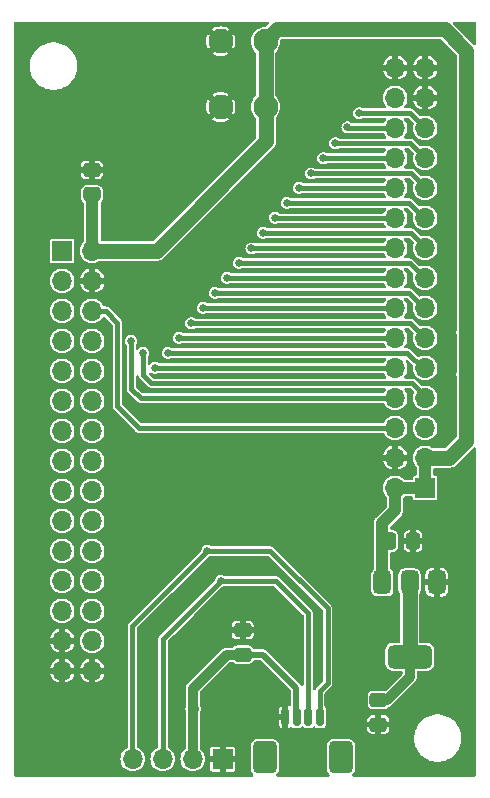
<source format=gbr>
%TF.GenerationSoftware,KiCad,Pcbnew,8.0.8*%
%TF.CreationDate,2025-01-31T12:33:27+11:00*%
%TF.ProjectId,v6_equip_joiner,76365f65-7175-4697-905f-6a6f696e6572,rev?*%
%TF.SameCoordinates,Original*%
%TF.FileFunction,Copper,L1,Top*%
%TF.FilePolarity,Positive*%
%FSLAX46Y46*%
G04 Gerber Fmt 4.6, Leading zero omitted, Abs format (unit mm)*
G04 Created by KiCad (PCBNEW 8.0.8) date 2025-01-31 12:33:27*
%MOMM*%
%LPD*%
G01*
G04 APERTURE LIST*
G04 Aperture macros list*
%AMRoundRect*
0 Rectangle with rounded corners*
0 $1 Rounding radius*
0 $2 $3 $4 $5 $6 $7 $8 $9 X,Y pos of 4 corners*
0 Add a 4 corners polygon primitive as box body*
4,1,4,$2,$3,$4,$5,$6,$7,$8,$9,$2,$3,0*
0 Add four circle primitives for the rounded corners*
1,1,$1+$1,$2,$3*
1,1,$1+$1,$4,$5*
1,1,$1+$1,$6,$7*
1,1,$1+$1,$8,$9*
0 Add four rect primitives between the rounded corners*
20,1,$1+$1,$2,$3,$4,$5,0*
20,1,$1+$1,$4,$5,$6,$7,0*
20,1,$1+$1,$6,$7,$8,$9,0*
20,1,$1+$1,$8,$9,$2,$3,0*%
G04 Aperture macros list end*
%TA.AperFunction,Conductor*%
%ADD10C,0.200000*%
%TD*%
%TA.AperFunction,SMDPad,CuDef*%
%ADD11RoundRect,0.250000X0.475000X-0.337500X0.475000X0.337500X-0.475000X0.337500X-0.475000X-0.337500X0*%
%TD*%
%TA.AperFunction,SMDPad,CuDef*%
%ADD12RoundRect,0.250000X-0.475000X0.337500X-0.475000X-0.337500X0.475000X-0.337500X0.475000X0.337500X0*%
%TD*%
%TA.AperFunction,SMDPad,CuDef*%
%ADD13RoundRect,0.150000X-0.150000X-0.625000X0.150000X-0.625000X0.150000X0.625000X-0.150000X0.625000X0*%
%TD*%
%TA.AperFunction,SMDPad,CuDef*%
%ADD14RoundRect,0.416666X-0.583334X-0.970834X0.583334X-0.970834X0.583334X0.970834X-0.583334X0.970834X0*%
%TD*%
%TA.AperFunction,SMDPad,CuDef*%
%ADD15RoundRect,0.375000X-0.375000X0.625000X-0.375000X-0.625000X0.375000X-0.625000X0.375000X0.625000X0*%
%TD*%
%TA.AperFunction,SMDPad,CuDef*%
%ADD16RoundRect,0.500000X-1.400000X0.500000X-1.400000X-0.500000X1.400000X-0.500000X1.400000X0.500000X0*%
%TD*%
%TA.AperFunction,ComponentPad*%
%ADD17R,1.700000X1.700000*%
%TD*%
%TA.AperFunction,ComponentPad*%
%ADD18O,1.700000X1.700000*%
%TD*%
%TA.AperFunction,ComponentPad*%
%ADD19C,2.100000*%
%TD*%
%TA.AperFunction,SMDPad,CuDef*%
%ADD20RoundRect,0.250000X-0.337500X-0.475000X0.337500X-0.475000X0.337500X0.475000X-0.337500X0.475000X0*%
%TD*%
%TA.AperFunction,ViaPad*%
%ADD21C,0.889000*%
%TD*%
%TA.AperFunction,ViaPad*%
%ADD22C,0.635000*%
%TD*%
%TA.AperFunction,Conductor*%
%ADD23C,0.406400*%
%TD*%
%TA.AperFunction,Conductor*%
%ADD24C,0.508000*%
%TD*%
%TA.AperFunction,Conductor*%
%ADD25C,0.812800*%
%TD*%
%TA.AperFunction,Conductor*%
%ADD26C,1.016000*%
%TD*%
%TA.AperFunction,Conductor*%
%ADD27C,1.270000*%
%TD*%
G04 APERTURE END LIST*
%TO.N,/SDA0*%
D10*
X144881600Y-89382600D02*
X144932400Y-89382600D01*
X144932400Y-89535000D01*
X144881600Y-89535000D01*
X144881600Y-89382600D01*
%TD*%
D11*
%TO.P,C4,1*%
%TO.N,+5V*%
X144881600Y-51710500D03*
%TO.P,C4,2*%
%TO.N,GND*%
X144881600Y-49635500D03*
%TD*%
D12*
%TO.P,C3,1*%
%TO.N,+3.3VP*%
X169138600Y-94517300D03*
%TO.P,C3,2*%
%TO.N,GND*%
X169138600Y-96592300D03*
%TD*%
D13*
%TO.P,CON2,1,Pin_1*%
%TO.N,GND*%
X161212400Y-95942400D03*
%TO.P,CON2,2,Pin_2*%
%TO.N,+3.3VA*%
X162212400Y-95942400D03*
%TO.P,CON2,3,Pin_3*%
%TO.N,/GP6*%
X163212400Y-95942400D03*
%TO.P,CON2,4,Pin_4*%
%TO.N,/GP7*%
X164212400Y-95942400D03*
D14*
%TO.P,CON2,MP*%
%TO.N,N/C*%
X159512000Y-99364800D03*
X165963600Y-99364800D03*
%TD*%
D15*
%TO.P,U1,1,GND*%
%TO.N,GND*%
X174080200Y-84556200D03*
%TO.P,U1,2,VO*%
%TO.N,+3.3VP*%
X171780200Y-84556200D03*
D16*
X171780200Y-90856200D03*
D15*
%TO.P,U1,3,VI*%
%TO.N,+5V*%
X169480200Y-84556200D03*
%TD*%
D17*
%TO.P,J1,1,Pin_1*%
%TO.N,+5V*%
X142367000Y-56489600D03*
D18*
%TO.P,J1,2,Pin_2*%
X144907000Y-56489600D03*
%TO.P,J1,3,Pin_3*%
X142367000Y-59029600D03*
%TO.P,J1,4,Pin_4*%
%TO.N,GND*%
X144907000Y-59029600D03*
%TO.P,J1,5,Pin_5*%
%TO.N,+3.3VA*%
X142367000Y-61569600D03*
%TO.P,J1,6,Pin_6*%
%TO.N,/GP15*%
X144907000Y-61569600D03*
%TO.P,J1,7,Pin_7*%
%TO.N,/GP16*%
X142367000Y-64109600D03*
%TO.P,J1,8,Pin_8*%
%TO.N,/GP14*%
X144907000Y-64109600D03*
%TO.P,J1,9,Pin_9*%
%TO.N,/GP17*%
X142367000Y-66649600D03*
%TO.P,J1,10,Pin_10*%
%TO.N,/GP13*%
X144907000Y-66649600D03*
%TO.P,J1,11,Pin_11*%
%TO.N,/AN_CS0*%
X142367000Y-69189600D03*
%TO.P,J1,12,Pin_12*%
%TO.N,/GP12*%
X144907000Y-69189600D03*
%TO.P,J1,13,Pin_13*%
%TO.N,/AN_CS1*%
X142367000Y-71729600D03*
%TO.P,J1,14,Pin_14*%
%TO.N,/GP11*%
X144907000Y-71729600D03*
%TO.P,J1,15,Pin_15*%
%TO.N,/AN_CS2*%
X142367000Y-74269600D03*
%TO.P,J1,16,Pin_16*%
%TO.N,/GP10*%
X144907000Y-74269600D03*
%TO.P,J1,17,Pin_17*%
%TO.N,/AN_CS3*%
X142367000Y-76809600D03*
%TO.P,J1,18,Pin_18*%
%TO.N,/GP9*%
X144907000Y-76809600D03*
%TO.P,J1,19,Pin_19*%
%TO.N,/MOSI*%
X142367000Y-79349600D03*
%TO.P,J1,20,Pin_20*%
%TO.N,/GP8*%
X144907000Y-79349600D03*
%TO.P,J1,21,Pin_21*%
%TO.N,/SCK*%
X142367000Y-81889600D03*
%TO.P,J1,22,Pin_22*%
%TO.N,/GP7*%
X144907000Y-81889600D03*
%TO.P,J1,23,Pin_23*%
%TO.N,/GP1*%
X142367000Y-84429600D03*
%TO.P,J1,24,Pin_24*%
%TO.N,/GP6*%
X144907000Y-84429600D03*
%TO.P,J1,25,Pin_25*%
%TO.N,/MISO*%
X142367000Y-86969600D03*
%TO.P,J1,26,Pin_26*%
%TO.N,/SCL0*%
X144907000Y-86969600D03*
%TO.P,J1,27,Pin_27*%
%TO.N,GND*%
X142367000Y-89509600D03*
%TO.P,J1,28,Pin_28*%
%TO.N,/SDA0*%
X144907000Y-89509600D03*
%TO.P,J1,29,Pin_29*%
%TO.N,GND*%
X142367000Y-92049600D03*
%TO.P,J1,30,Pin_30*%
X144907000Y-92049600D03*
%TD*%
D19*
%TO.P,J3,1,Pin_1*%
%TO.N,GND*%
X155778200Y-44297600D03*
%TO.P,J3,2,Pin_2*%
%TO.N,+5V*%
X159588200Y-44297600D03*
%TD*%
D17*
%TO.P,CON1,1,Pin_1*%
%TO.N,GND*%
X155956000Y-99517200D03*
D18*
%TO.P,CON1,2,Pin_2*%
%TO.N,+3.3VA*%
X153416000Y-99517200D03*
%TO.P,CON1,3,Pin_3*%
%TO.N,/GP6*%
X150876000Y-99517200D03*
%TO.P,CON1,4,Pin_4*%
%TO.N,/GP7*%
X148336000Y-99517200D03*
%TD*%
D17*
%TO.P,J2,1,Pin_1*%
%TO.N,+5V*%
X173101000Y-76555600D03*
D18*
%TO.P,J2,2,Pin_2*%
X170561000Y-76555600D03*
%TO.P,J2,3,Pin_3*%
X173101000Y-74015600D03*
%TO.P,J2,4,Pin_4*%
%TO.N,GND*%
X170561000Y-74015600D03*
%TO.P,J2,5,Pin_5*%
%TO.N,+3V3*%
X173101000Y-71475600D03*
%TO.P,J2,6,Pin_6*%
%TO.N,/GP15*%
X170561000Y-71475600D03*
%TO.P,J2,7,Pin_7*%
%TO.N,/GP16*%
X173101000Y-68935600D03*
%TO.P,J2,8,Pin_8*%
%TO.N,/GP14*%
X170561000Y-68935600D03*
%TO.P,J2,9,Pin_9*%
%TO.N,/GP17*%
X173101000Y-66395600D03*
%TO.P,J2,10,Pin_10*%
%TO.N,/GP13*%
X170561000Y-66395600D03*
%TO.P,J2,11,Pin_11*%
%TO.N,/AN_CS0*%
X173101000Y-63855600D03*
%TO.P,J2,12,Pin_12*%
%TO.N,/GP12*%
X170561000Y-63855600D03*
%TO.P,J2,13,Pin_13*%
%TO.N,/AN_CS1*%
X173101000Y-61315600D03*
%TO.P,J2,14,Pin_14*%
%TO.N,/GP11*%
X170561000Y-61315600D03*
%TO.P,J2,15,Pin_15*%
%TO.N,/AN_CS2*%
X173101000Y-58775600D03*
%TO.P,J2,16,Pin_16*%
%TO.N,/GP10*%
X170561000Y-58775600D03*
%TO.P,J2,17,Pin_17*%
%TO.N,/AN_CS3*%
X173101000Y-56235600D03*
%TO.P,J2,18,Pin_18*%
%TO.N,/GP9*%
X170561000Y-56235600D03*
%TO.P,J2,19,Pin_19*%
%TO.N,/MOSI*%
X173101000Y-53695600D03*
%TO.P,J2,20,Pin_20*%
%TO.N,/GP8*%
X170561000Y-53695600D03*
%TO.P,J2,21,Pin_21*%
%TO.N,/SCK*%
X173101000Y-51155600D03*
%TO.P,J2,22,Pin_22*%
%TO.N,/GP7*%
X170561000Y-51155600D03*
%TO.P,J2,23,Pin_23*%
%TO.N,/GP1*%
X173101000Y-48615600D03*
%TO.P,J2,24,Pin_24*%
%TO.N,/GP6*%
X170561000Y-48615600D03*
%TO.P,J2,25,Pin_25*%
%TO.N,/MISO*%
X173101000Y-46075600D03*
%TO.P,J2,26,Pin_26*%
%TO.N,/SCL0*%
X170561000Y-46075600D03*
%TO.P,J2,27,Pin_27*%
%TO.N,GND*%
X173101000Y-43535600D03*
%TO.P,J2,28,Pin_28*%
%TO.N,/SDA0*%
X170561000Y-43535600D03*
%TO.P,J2,29,Pin_29*%
%TO.N,GND*%
X173101000Y-40995600D03*
%TO.P,J2,30,Pin_30*%
X170561000Y-40995600D03*
%TD*%
D20*
%TO.P,C2,1*%
%TO.N,+5V*%
X170006100Y-81051400D03*
%TO.P,C2,2*%
%TO.N,GND*%
X172081100Y-81051400D03*
%TD*%
D11*
%TO.P,C1,1*%
%TO.N,+3.3VA*%
X157657800Y-90674100D03*
%TO.P,C1,2*%
%TO.N,GND*%
X157657800Y-88599100D03*
%TD*%
D19*
%TO.P,J4,1,Pin_1*%
%TO.N,GND*%
X155778200Y-38746800D03*
%TO.P,J4,2,Pin_2*%
%TO.N,+5V*%
X159588200Y-38746800D03*
%TD*%
D21*
%TO.N,GND*%
X157734000Y-93395800D03*
X161518600Y-88468200D03*
X173964600Y-81000600D03*
X139801600Y-97485200D03*
X173939200Y-87122000D03*
X141605000Y-46075600D03*
X169214800Y-99644200D03*
X165633400Y-84582000D03*
%TO.N,+5V*%
X176555400Y-63373000D03*
X176555400Y-65074800D03*
X176555400Y-66929000D03*
X176555400Y-68630800D03*
D22*
%TO.N,/GP14*%
X148209000Y-64109600D03*
%TO.N,/GP13*%
X150241000Y-66404600D03*
%TO.N,/GP11*%
X154305000Y-61315600D03*
%TO.N,/GP12*%
X152273000Y-63864600D03*
%TO.N,/GP10*%
X156337000Y-58784600D03*
%TO.N,/GP7*%
X154660600Y-81889600D03*
X162433000Y-51155600D03*
%TO.N,/GP6*%
X155801000Y-84432200D03*
X164465000Y-48641000D03*
%TO.N,/GP1*%
X165481000Y-47371000D03*
%TO.N,/AN_CS3*%
X159385000Y-54965600D03*
%TO.N,/AN_CS0*%
X153289000Y-62611000D03*
%TO.N,/AN_CS1*%
X155295600Y-60045600D03*
%TO.N,/AN_CS2*%
X157353000Y-57505600D03*
%TO.N,/GP9*%
X158394400Y-56286400D03*
%TO.N,/GP8*%
X160401000Y-53670200D03*
%TO.N,/GP17*%
X151307800Y-65125600D03*
%TO.N,/GP16*%
X149225000Y-65125600D03*
D21*
%TO.N,+3.3VP*%
X171780200Y-88595200D03*
X171780200Y-87147400D03*
D22*
%TO.N,/SCL0*%
X166522400Y-46024800D03*
%TO.N,/SCK*%
X163449000Y-49936400D03*
D21*
%TO.N,+3.3VA*%
X153441400Y-95275400D03*
D22*
%TO.N,/MOSI*%
X161391600Y-52425600D03*
%TO.N,/MISO*%
X167513000Y-44831000D03*
%TD*%
D23*
%TO.N,/GP7*%
X164185600Y-93751400D02*
X164185600Y-96017200D01*
X164846000Y-86766400D02*
X164846000Y-93091000D01*
X159969200Y-81889600D02*
X164846000Y-86766400D01*
X164846000Y-93091000D02*
X164185600Y-93751400D01*
X154660600Y-81889600D02*
X159969200Y-81889600D01*
D24*
%TO.N,+3.3VA*%
X159355700Y-90674100D02*
X157657800Y-90674100D01*
X162204400Y-93522800D02*
X159355700Y-90674100D01*
X162204400Y-96036000D02*
X162204400Y-93522800D01*
D25*
X156315500Y-90674100D02*
X157657800Y-90674100D01*
X153441400Y-93548200D02*
X156315500Y-90674100D01*
X153441400Y-95275400D02*
X153441400Y-93548200D01*
D26*
%TO.N,+5V*%
X144932400Y-51761300D02*
X144881600Y-51710500D01*
D27*
X160528000Y-37744400D02*
X159588200Y-38684200D01*
X159588200Y-38684200D02*
X159588200Y-44297600D01*
X159639000Y-44348400D02*
X159588200Y-44297600D01*
X159639000Y-47218600D02*
X159639000Y-44348400D01*
D26*
X170561000Y-76555600D02*
X170561000Y-78435200D01*
D27*
X176580800Y-39547800D02*
X174777400Y-37744400D01*
D26*
X169468800Y-79527400D02*
X169468800Y-84544800D01*
D27*
X150368000Y-56489600D02*
X159639000Y-47218600D01*
X175149400Y-74024600D02*
X173101000Y-74024600D01*
X176555400Y-66929000D02*
X176580800Y-66954400D01*
X176580800Y-63398400D02*
X176580800Y-66903600D01*
X176580800Y-66903600D02*
X176555400Y-66929000D01*
X176580800Y-63347600D02*
X176580800Y-39547800D01*
D26*
X144932400Y-56464200D02*
X144932400Y-51761300D01*
X170561000Y-76555600D02*
X173101000Y-76555600D01*
X144907000Y-56489600D02*
X144932400Y-56464200D01*
D27*
X176555400Y-63373000D02*
X176580800Y-63398400D01*
D26*
X170561000Y-78435200D02*
X169468800Y-79527400D01*
D27*
X176580800Y-66954400D02*
X176580800Y-72593200D01*
X174777400Y-37744400D02*
X160528000Y-37744400D01*
D26*
X173101000Y-74015600D02*
X173101000Y-76555600D01*
D27*
X176580800Y-72593200D02*
X175149400Y-74024600D01*
X176555400Y-63373000D02*
X176580800Y-63347600D01*
D26*
X169468800Y-84544800D02*
X169480200Y-84556200D01*
D27*
X144907000Y-56489600D02*
X150368000Y-56489600D01*
D23*
%TO.N,/GP14*%
X170561000Y-68944600D02*
X149005400Y-68944600D01*
X148209000Y-68148200D02*
X148209000Y-64109600D01*
X149005400Y-68944600D02*
X148209000Y-68148200D01*
%TO.N,/GP15*%
X148878400Y-71484600D02*
X147040600Y-69646800D01*
X170561000Y-71484600D02*
X148878400Y-71484600D01*
X147040600Y-69646800D02*
X147040600Y-62560200D01*
X146052600Y-61572200D02*
X144907000Y-61572200D01*
X147040600Y-62560200D02*
X146052600Y-61572200D01*
%TO.N,/GP13*%
X150241000Y-66404600D02*
X170561000Y-66404600D01*
%TO.N,/GP11*%
X170561000Y-61324600D02*
X154314000Y-61324600D01*
X154314000Y-61324600D02*
X154305000Y-61315600D01*
%TO.N,/GP12*%
X152273000Y-63864600D02*
X170561000Y-63864600D01*
%TO.N,/GP10*%
X156337000Y-58784600D02*
X170561000Y-58784600D01*
%TO.N,/GP7*%
X162442000Y-51164600D02*
X170561000Y-51164600D01*
X148310600Y-88239600D02*
X148310600Y-99491800D01*
X154660600Y-81889600D02*
X148310600Y-88239600D01*
X162433000Y-51155600D02*
X162442000Y-51164600D01*
%TO.N,/GP6*%
X164481400Y-48624600D02*
X170561000Y-48624600D01*
X160454400Y-84432200D02*
X163195000Y-87172800D01*
X155801000Y-84432200D02*
X150901400Y-89331800D01*
X164465000Y-48641000D02*
X164481400Y-48624600D01*
X150901400Y-89331800D02*
X150901400Y-99491800D01*
X155801000Y-84432200D02*
X160454400Y-84432200D01*
X163195000Y-87172800D02*
X163195000Y-96026600D01*
%TO.N,/GP1*%
X165481000Y-47371000D02*
X171847400Y-47371000D01*
X171847400Y-47371000D02*
X173101000Y-48624600D01*
%TO.N,/AN_CS3*%
X159385000Y-54965600D02*
X171932600Y-54965600D01*
X171932600Y-54965600D02*
X173101000Y-56134000D01*
%TO.N,/AN_CS0*%
X171831000Y-62611000D02*
X153289000Y-62611000D01*
X173084600Y-63864600D02*
X171831000Y-62611000D01*
%TO.N,/AN_CS1*%
X171729400Y-60045600D02*
X173008400Y-61324600D01*
X155295600Y-60045600D02*
X171729400Y-60045600D01*
%TO.N,/AN_CS2*%
X157353000Y-57505600D02*
X171780200Y-57505600D01*
X171780200Y-57505600D02*
X173059200Y-58784600D01*
%TO.N,/GP9*%
X158394400Y-56286400D02*
X158436200Y-56244600D01*
X158436200Y-56244600D02*
X170561000Y-56244600D01*
%TO.N,/GP8*%
X160401000Y-53670200D02*
X160451800Y-53721000D01*
X160451800Y-53721000D02*
X170544600Y-53721000D01*
%TO.N,/GP17*%
X171602400Y-65125600D02*
X172881400Y-66404600D01*
X151307800Y-65125600D02*
X171602400Y-65125600D01*
%TO.N,/GP16*%
X171983400Y-67691000D02*
X172008800Y-67665600D01*
X172008800Y-67665600D02*
X173101000Y-68757800D01*
X149225000Y-65125600D02*
X149225000Y-67005200D01*
X149225000Y-67005200D02*
X149910800Y-67691000D01*
X149910800Y-67691000D02*
X171983400Y-67691000D01*
D27*
%TO.N,+3.3VP*%
X171780200Y-87147400D02*
X171780200Y-88595200D01*
X171780200Y-87147400D02*
X171780200Y-84556200D01*
D25*
X169138600Y-94517300D02*
X169845900Y-94517300D01*
D27*
X171780200Y-88595200D02*
X171780200Y-90856200D01*
D25*
X169845900Y-94517300D02*
X171780200Y-92583000D01*
X171780200Y-92583000D02*
X171780200Y-90856200D01*
D23*
%TO.N,/SCL0*%
X166522400Y-46024800D02*
X166573200Y-46075600D01*
X166573200Y-46075600D02*
X170552000Y-46075600D01*
%TO.N,/SCK*%
X163449000Y-49936400D02*
X163474400Y-49911000D01*
X171932600Y-49911000D02*
X173151800Y-51130200D01*
X163474400Y-49911000D02*
X171932600Y-49911000D01*
D25*
%TO.N,+3.3VA*%
X153441400Y-95275400D02*
X153441400Y-99491800D01*
X153517600Y-95250000D02*
X153492200Y-95275400D01*
X153492200Y-95275400D02*
X153441400Y-95275400D01*
D23*
%TO.N,/MOSI*%
X171754800Y-52425600D02*
X173033800Y-53704600D01*
X161391600Y-52425600D02*
X171754800Y-52425600D01*
%TO.N,/MISO*%
X171856400Y-44805600D02*
X173101000Y-46050200D01*
X167513000Y-44831000D02*
X167538400Y-44805600D01*
X167538400Y-44805600D02*
X171856400Y-44805600D01*
%TD*%
%TA.AperFunction,Conductor*%
%TO.N,GND*%
G36*
X159799028Y-37096185D02*
G01*
X159844783Y-37148989D01*
X159854727Y-37218147D01*
X159825702Y-37281703D01*
X159819670Y-37288181D01*
X159637693Y-37470157D01*
X159576370Y-37503642D01*
X159560820Y-37506004D01*
X159372326Y-37522495D01*
X159372319Y-37522496D01*
X159163008Y-37578581D01*
X159163002Y-37578584D01*
X158966606Y-37670164D01*
X158966604Y-37670165D01*
X158789089Y-37794461D01*
X158635861Y-37947689D01*
X158511565Y-38125204D01*
X158511564Y-38125206D01*
X158419984Y-38321602D01*
X158419981Y-38321608D01*
X158363896Y-38530919D01*
X158363895Y-38530926D01*
X158345009Y-38746799D01*
X158345009Y-38746800D01*
X158363895Y-38962673D01*
X158363896Y-38962680D01*
X158419981Y-39171991D01*
X158419985Y-39172002D01*
X158511562Y-39368390D01*
X158511565Y-39368396D01*
X158635858Y-39545906D01*
X158635859Y-39545907D01*
X158635860Y-39545908D01*
X158728422Y-39638470D01*
X158761906Y-39699791D01*
X158764740Y-39726150D01*
X158764740Y-43318249D01*
X158745055Y-43385288D01*
X158728421Y-43405930D01*
X158635861Y-43498489D01*
X158511565Y-43676004D01*
X158511564Y-43676006D01*
X158419984Y-43872402D01*
X158419981Y-43872408D01*
X158363896Y-44081719D01*
X158363895Y-44081726D01*
X158345009Y-44297599D01*
X158345009Y-44297600D01*
X158363895Y-44513473D01*
X158363896Y-44513480D01*
X158419981Y-44722791D01*
X158419985Y-44722802D01*
X158511562Y-44919190D01*
X158511565Y-44919196D01*
X158635861Y-45096710D01*
X158779221Y-45240070D01*
X158812706Y-45301393D01*
X158815540Y-45327751D01*
X158815540Y-46826150D01*
X158795855Y-46893189D01*
X158779221Y-46913831D01*
X150063231Y-55629821D01*
X150001908Y-55663306D01*
X149975550Y-55666140D01*
X145752860Y-55666140D01*
X145685821Y-55646455D01*
X145640066Y-55593651D01*
X145628860Y-55542140D01*
X145628860Y-52454182D01*
X145648545Y-52387143D01*
X145665183Y-52366497D01*
X145670136Y-52361542D01*
X145670140Y-52361540D01*
X145748628Y-52255193D01*
X145792283Y-52130436D01*
X145795060Y-52100821D01*
X145795059Y-51320180D01*
X145792283Y-51290564D01*
X145748628Y-51165807D01*
X145709384Y-51112633D01*
X145670140Y-51059459D01*
X145605268Y-51011582D01*
X145563793Y-50980972D01*
X145505556Y-50960593D01*
X145439040Y-50937318D01*
X145439031Y-50937316D01*
X145409425Y-50934540D01*
X144353781Y-50934540D01*
X144324168Y-50937316D01*
X144324159Y-50937318D01*
X144199408Y-50980971D01*
X144093059Y-51059459D01*
X144014572Y-51165807D01*
X143970918Y-51290559D01*
X143970916Y-51290568D01*
X143968140Y-51320174D01*
X143968140Y-52100818D01*
X143970916Y-52130431D01*
X143970918Y-52130440D01*
X144014571Y-52255191D01*
X144093060Y-52361541D01*
X144185573Y-52429818D01*
X144227824Y-52485465D01*
X144235940Y-52529588D01*
X144235940Y-55638280D01*
X144216255Y-55705319D01*
X144190606Y-55734132D01*
X144169142Y-55751746D01*
X144039374Y-55909869D01*
X144039372Y-55909872D01*
X143942946Y-56090274D01*
X143883565Y-56286023D01*
X143883564Y-56286025D01*
X143863515Y-56489600D01*
X143883564Y-56693174D01*
X143883565Y-56693176D01*
X143942946Y-56888925D01*
X144039372Y-57069327D01*
X144039374Y-57069330D01*
X144169144Y-57227455D01*
X144327269Y-57357225D01*
X144327272Y-57357227D01*
X144431864Y-57413132D01*
X144507676Y-57453654D01*
X144703423Y-57513034D01*
X144703425Y-57513035D01*
X144721677Y-57514832D01*
X144907000Y-57533085D01*
X145110574Y-57513035D01*
X145306324Y-57453654D01*
X145486729Y-57357226D01*
X145506247Y-57341208D01*
X145570556Y-57313894D01*
X145584913Y-57313060D01*
X150449106Y-57313060D01*
X150449107Y-57313059D01*
X150608194Y-57281415D01*
X150670268Y-57255702D01*
X150758055Y-57219341D01*
X150892925Y-57129223D01*
X160278623Y-47743525D01*
X160368741Y-47608655D01*
X160413321Y-47501028D01*
X160430815Y-47458794D01*
X160462460Y-47299704D01*
X160462460Y-45226150D01*
X160482145Y-45159111D01*
X160498780Y-45138468D01*
X160540539Y-45096709D01*
X160540540Y-45096708D01*
X160664835Y-44919196D01*
X160756417Y-44722796D01*
X160812504Y-44513478D01*
X160831391Y-44297600D01*
X160812504Y-44081722D01*
X160756417Y-43872404D01*
X160664835Y-43676005D01*
X160540540Y-43498492D01*
X160540538Y-43498489D01*
X160447979Y-43405930D01*
X160414494Y-43344607D01*
X160411660Y-43318249D01*
X160411660Y-40745600D01*
X169536246Y-40745600D01*
X170127988Y-40745600D01*
X170095075Y-40802607D01*
X170061000Y-40929774D01*
X170061000Y-41061426D01*
X170095075Y-41188593D01*
X170127988Y-41245600D01*
X169536246Y-41245600D01*
X169583263Y-41400596D01*
X169681055Y-41583552D01*
X169681059Y-41583559D01*
X169812671Y-41743928D01*
X169973040Y-41875540D01*
X169973047Y-41875544D01*
X170156003Y-41973336D01*
X170311000Y-42020353D01*
X170311000Y-41428612D01*
X170368007Y-41461525D01*
X170495174Y-41495600D01*
X170626826Y-41495600D01*
X170753993Y-41461525D01*
X170811000Y-41428612D01*
X170811000Y-42020353D01*
X170965996Y-41973336D01*
X171148952Y-41875544D01*
X171148959Y-41875540D01*
X171309328Y-41743928D01*
X171440940Y-41583559D01*
X171440944Y-41583552D01*
X171538736Y-41400596D01*
X171585754Y-41245600D01*
X170994012Y-41245600D01*
X171026925Y-41188593D01*
X171061000Y-41061426D01*
X171061000Y-40929774D01*
X171026925Y-40802607D01*
X170994012Y-40745600D01*
X171585754Y-40745600D01*
X172076246Y-40745600D01*
X172667988Y-40745600D01*
X172635075Y-40802607D01*
X172601000Y-40929774D01*
X172601000Y-41061426D01*
X172635075Y-41188593D01*
X172667988Y-41245600D01*
X172076246Y-41245600D01*
X172123263Y-41400596D01*
X172221055Y-41583552D01*
X172221059Y-41583559D01*
X172352671Y-41743928D01*
X172513040Y-41875540D01*
X172513047Y-41875544D01*
X172696003Y-41973336D01*
X172851000Y-42020353D01*
X172851000Y-41428612D01*
X172908007Y-41461525D01*
X173035174Y-41495600D01*
X173166826Y-41495600D01*
X173293993Y-41461525D01*
X173351000Y-41428612D01*
X173351000Y-42020353D01*
X173505996Y-41973336D01*
X173688952Y-41875544D01*
X173688959Y-41875540D01*
X173849328Y-41743928D01*
X173980940Y-41583559D01*
X173980944Y-41583552D01*
X174078736Y-41400596D01*
X174125754Y-41245600D01*
X173534012Y-41245600D01*
X173566925Y-41188593D01*
X173601000Y-41061426D01*
X173601000Y-40929774D01*
X173566925Y-40802607D01*
X173534012Y-40745600D01*
X174125754Y-40745600D01*
X174078736Y-40590603D01*
X173980944Y-40407647D01*
X173980940Y-40407640D01*
X173849328Y-40247271D01*
X173688959Y-40115659D01*
X173688952Y-40115655D01*
X173505993Y-40017862D01*
X173351000Y-39970844D01*
X173351000Y-40562588D01*
X173293993Y-40529675D01*
X173166826Y-40495600D01*
X173035174Y-40495600D01*
X172908007Y-40529675D01*
X172851000Y-40562588D01*
X172851000Y-39970844D01*
X172696006Y-40017862D01*
X172513047Y-40115655D01*
X172513040Y-40115659D01*
X172352671Y-40247271D01*
X172221059Y-40407640D01*
X172221055Y-40407647D01*
X172123263Y-40590603D01*
X172076246Y-40745600D01*
X171585754Y-40745600D01*
X171538736Y-40590603D01*
X171440944Y-40407647D01*
X171440940Y-40407640D01*
X171309328Y-40247271D01*
X171148959Y-40115659D01*
X171148952Y-40115655D01*
X170965993Y-40017862D01*
X170811000Y-39970844D01*
X170811000Y-40562588D01*
X170753993Y-40529675D01*
X170626826Y-40495600D01*
X170495174Y-40495600D01*
X170368007Y-40529675D01*
X170311000Y-40562588D01*
X170311000Y-39970844D01*
X170156006Y-40017862D01*
X169973047Y-40115655D01*
X169973040Y-40115659D01*
X169812671Y-40247271D01*
X169681059Y-40407640D01*
X169681055Y-40407647D01*
X169583263Y-40590603D01*
X169536246Y-40745600D01*
X160411660Y-40745600D01*
X160411660Y-39726150D01*
X160431345Y-39659111D01*
X160447974Y-39638473D01*
X160540540Y-39545908D01*
X160664835Y-39368396D01*
X160756417Y-39171996D01*
X160812504Y-38962678D01*
X160831391Y-38746800D01*
X160827530Y-38702668D01*
X160841296Y-38634168D01*
X160889912Y-38583985D01*
X160951058Y-38567860D01*
X174384950Y-38567860D01*
X174451989Y-38587545D01*
X174472631Y-38604179D01*
X175721021Y-39852569D01*
X175754506Y-39913892D01*
X175757340Y-39940250D01*
X175757340Y-63151992D01*
X175754957Y-63176184D01*
X175731940Y-63291893D01*
X175731940Y-63454106D01*
X175754957Y-63569814D01*
X175757340Y-63594006D01*
X175757340Y-66707992D01*
X175754957Y-66732184D01*
X175731940Y-66847893D01*
X175731940Y-67010106D01*
X175754957Y-67125814D01*
X175757340Y-67150006D01*
X175757340Y-72200750D01*
X175737655Y-72267789D01*
X175721021Y-72288431D01*
X174844631Y-73164821D01*
X174783308Y-73198306D01*
X174756950Y-73201140D01*
X173789880Y-73201140D01*
X173722841Y-73181455D01*
X173711215Y-73172993D01*
X173680730Y-73147974D01*
X173680727Y-73147972D01*
X173500325Y-73051546D01*
X173304576Y-72992165D01*
X173304574Y-72992164D01*
X173101000Y-72972115D01*
X172897425Y-72992164D01*
X172897423Y-72992165D01*
X172701674Y-73051546D01*
X172521272Y-73147972D01*
X172521269Y-73147974D01*
X172363144Y-73277744D01*
X172233374Y-73435869D01*
X172233372Y-73435872D01*
X172136946Y-73616274D01*
X172077565Y-73812023D01*
X172077564Y-73812025D01*
X172057515Y-74015600D01*
X172077564Y-74219174D01*
X172077565Y-74219176D01*
X172136946Y-74414925D01*
X172233372Y-74595327D01*
X172233374Y-74595330D01*
X172363146Y-74753457D01*
X172367452Y-74757763D01*
X172365600Y-74759614D01*
X172398536Y-74807958D01*
X172404540Y-74846075D01*
X172404540Y-75393140D01*
X172384855Y-75460179D01*
X172332051Y-75505934D01*
X172280540Y-75517140D01*
X172232437Y-75517140D01*
X172177467Y-75528074D01*
X172115128Y-75569728D01*
X172073474Y-75632067D01*
X172062540Y-75687035D01*
X172062540Y-75735140D01*
X172042855Y-75802179D01*
X171990051Y-75847934D01*
X171938540Y-75859140D01*
X171391475Y-75859140D01*
X171324436Y-75839455D01*
X171303975Y-75821239D01*
X171303163Y-75822052D01*
X171298857Y-75817746D01*
X171140730Y-75687974D01*
X171140727Y-75687972D01*
X170960325Y-75591546D01*
X170764576Y-75532165D01*
X170764574Y-75532164D01*
X170561000Y-75512115D01*
X170357425Y-75532164D01*
X170357423Y-75532165D01*
X170161674Y-75591546D01*
X169981272Y-75687972D01*
X169981269Y-75687974D01*
X169823144Y-75817744D01*
X169693374Y-75975869D01*
X169693372Y-75975872D01*
X169596946Y-76156274D01*
X169537565Y-76352023D01*
X169537564Y-76352025D01*
X169517515Y-76555600D01*
X169537564Y-76759174D01*
X169537565Y-76759176D01*
X169596946Y-76954925D01*
X169693372Y-77135327D01*
X169693374Y-77135330D01*
X169823146Y-77293457D01*
X169827452Y-77297763D01*
X169825600Y-77299614D01*
X169858536Y-77347958D01*
X169864540Y-77386075D01*
X169864540Y-78095353D01*
X169844855Y-78162392D01*
X169828221Y-78183034D01*
X168927826Y-79083428D01*
X168927820Y-79083436D01*
X168886000Y-79146025D01*
X168886000Y-79146026D01*
X168851604Y-79197502D01*
X168799104Y-79324249D01*
X168799102Y-79324257D01*
X168772340Y-79458800D01*
X168772340Y-83415237D01*
X168752655Y-83482276D01*
X168723828Y-83513611D01*
X168703339Y-83529333D01*
X168703337Y-83529334D01*
X168703336Y-83529336D01*
X168678292Y-83561974D01*
X168613017Y-83647042D01*
X168556243Y-83784106D01*
X168556243Y-83784107D01*
X168541740Y-83894261D01*
X168541740Y-85218133D01*
X168556240Y-85328284D01*
X168556243Y-85328292D01*
X168556243Y-85328293D01*
X168613019Y-85465361D01*
X168703336Y-85583064D01*
X168821039Y-85673381D01*
X168958107Y-85730157D01*
X169068269Y-85744660D01*
X169892130Y-85744659D01*
X169892133Y-85744659D01*
X170002284Y-85730159D01*
X170002288Y-85730157D01*
X170002293Y-85730157D01*
X170139361Y-85673381D01*
X170257064Y-85583064D01*
X170347381Y-85465361D01*
X170404157Y-85328293D01*
X170418660Y-85218131D01*
X170418659Y-83894270D01*
X170418659Y-83894269D01*
X170418659Y-83894266D01*
X170404159Y-83784115D01*
X170404157Y-83784110D01*
X170404157Y-83784107D01*
X170347381Y-83647039D01*
X170257064Y-83529336D01*
X170257062Y-83529334D01*
X170257061Y-83529333D01*
X170213773Y-83496117D01*
X170172570Y-83439689D01*
X170165260Y-83397742D01*
X170165260Y-82088859D01*
X170184945Y-82021820D01*
X170237749Y-81976065D01*
X170289260Y-81964859D01*
X170396418Y-81964859D01*
X170396420Y-81964859D01*
X170426036Y-81962083D01*
X170550793Y-81918428D01*
X170657140Y-81839940D01*
X170735628Y-81733593D01*
X170779283Y-81608836D01*
X170781894Y-81580994D01*
X171290400Y-81580994D01*
X171293270Y-81611602D01*
X171293272Y-81611614D01*
X171338392Y-81740556D01*
X171419519Y-81850480D01*
X171529443Y-81931607D01*
X171658385Y-81976727D01*
X171658397Y-81976729D01*
X171689006Y-81979600D01*
X171831100Y-81979600D01*
X172331100Y-81979600D01*
X172473194Y-81979600D01*
X172503802Y-81976729D01*
X172503814Y-81976727D01*
X172632756Y-81931607D01*
X172742680Y-81850480D01*
X172823807Y-81740556D01*
X172868927Y-81611614D01*
X172868929Y-81611602D01*
X172871800Y-81580994D01*
X172871800Y-81301400D01*
X172331100Y-81301400D01*
X172331100Y-81979600D01*
X171831100Y-81979600D01*
X171831100Y-81301400D01*
X171290400Y-81301400D01*
X171290400Y-81580994D01*
X170781894Y-81580994D01*
X170782060Y-81579221D01*
X170782059Y-80523580D01*
X170781893Y-80521805D01*
X171290400Y-80521805D01*
X171290400Y-80801400D01*
X171831100Y-80801400D01*
X172331100Y-80801400D01*
X172871800Y-80801400D01*
X172871800Y-80521805D01*
X172868929Y-80491197D01*
X172868927Y-80491185D01*
X172823807Y-80362243D01*
X172742680Y-80252319D01*
X172632756Y-80171192D01*
X172503814Y-80126072D01*
X172503802Y-80126070D01*
X172473194Y-80123200D01*
X172331100Y-80123200D01*
X172331100Y-80801400D01*
X171831100Y-80801400D01*
X171831100Y-80123200D01*
X171689006Y-80123200D01*
X171658397Y-80126070D01*
X171658385Y-80126072D01*
X171529443Y-80171192D01*
X171419519Y-80252319D01*
X171338392Y-80362243D01*
X171293272Y-80491185D01*
X171293270Y-80491197D01*
X171290400Y-80521805D01*
X170781893Y-80521805D01*
X170779283Y-80493964D01*
X170735628Y-80369207D01*
X170694627Y-80313653D01*
X170657140Y-80262859D01*
X170595307Y-80217225D01*
X170550793Y-80184372D01*
X170492556Y-80163993D01*
X170426040Y-80140718D01*
X170426031Y-80140716D01*
X170396425Y-80137940D01*
X170396421Y-80137940D01*
X170289260Y-80137940D01*
X170222221Y-80118255D01*
X170176466Y-80065451D01*
X170165260Y-80013940D01*
X170165260Y-79867246D01*
X170184945Y-79800207D01*
X170201579Y-79779565D01*
X171101973Y-78879171D01*
X171101976Y-78879168D01*
X171178195Y-78765098D01*
X171230696Y-78638350D01*
X171257460Y-78503796D01*
X171257460Y-78366604D01*
X171257460Y-77386075D01*
X171277145Y-77319036D01*
X171295360Y-77298575D01*
X171294548Y-77297763D01*
X171303163Y-77289148D01*
X171305014Y-77290999D01*
X171353358Y-77258064D01*
X171391475Y-77252060D01*
X171938540Y-77252060D01*
X172005579Y-77271745D01*
X172051334Y-77324549D01*
X172062540Y-77376060D01*
X172062540Y-77424164D01*
X172073474Y-77479132D01*
X172073475Y-77479133D01*
X172115128Y-77541472D01*
X172177467Y-77583125D01*
X172232435Y-77594059D01*
X172232438Y-77594060D01*
X172232440Y-77594060D01*
X173969562Y-77594060D01*
X173969563Y-77594059D01*
X174024533Y-77583125D01*
X174086872Y-77541472D01*
X174128525Y-77479133D01*
X174139460Y-77424160D01*
X174139460Y-75687040D01*
X174139460Y-75687037D01*
X174139459Y-75687035D01*
X174128525Y-75632067D01*
X174086872Y-75569728D01*
X174045218Y-75541896D01*
X174024532Y-75528074D01*
X173969563Y-75517140D01*
X173969560Y-75517140D01*
X173921460Y-75517140D01*
X173854421Y-75497455D01*
X173808666Y-75444651D01*
X173797460Y-75393140D01*
X173797460Y-74972060D01*
X173817145Y-74905021D01*
X173869949Y-74859266D01*
X173921460Y-74848060D01*
X175230506Y-74848060D01*
X175230507Y-74848059D01*
X175389594Y-74816415D01*
X175451668Y-74790702D01*
X175539455Y-74754341D01*
X175674325Y-74664223D01*
X176388774Y-73949774D01*
X177214819Y-73123730D01*
X177276142Y-73090245D01*
X177345834Y-73095229D01*
X177401767Y-73137101D01*
X177426184Y-73202565D01*
X177426500Y-73211411D01*
X177426500Y-100875900D01*
X177406815Y-100942939D01*
X177354011Y-100988694D01*
X177302500Y-100999900D01*
X167040566Y-100999900D01*
X166973527Y-100980215D01*
X166927772Y-100927411D01*
X166917828Y-100858253D01*
X166946853Y-100794697D01*
X166965079Y-100777525D01*
X166966397Y-100776513D01*
X166978515Y-100767215D01*
X167075511Y-100640808D01*
X167136485Y-100493604D01*
X167152060Y-100375299D01*
X167152059Y-98354302D01*
X167152059Y-98354301D01*
X167152059Y-98354298D01*
X167136487Y-98236004D01*
X167136485Y-98235997D01*
X167136485Y-98235996D01*
X167075513Y-98088796D01*
X167075513Y-98088795D01*
X167075511Y-98088792D01*
X166978515Y-97962385D01*
X166852108Y-97865389D01*
X166852105Y-97865388D01*
X166852103Y-97865386D01*
X166704907Y-97804416D01*
X166704902Y-97804414D01*
X166586599Y-97788840D01*
X165340598Y-97788840D01*
X165222304Y-97804412D01*
X165222292Y-97804416D01*
X165075096Y-97865386D01*
X165075095Y-97865386D01*
X164948685Y-97962385D01*
X164851686Y-98088795D01*
X164851686Y-98088796D01*
X164790716Y-98235992D01*
X164790714Y-98235997D01*
X164775141Y-98354291D01*
X164775141Y-98354298D01*
X164775140Y-98354307D01*
X164775140Y-100375301D01*
X164790712Y-100493595D01*
X164790716Y-100493607D01*
X164851686Y-100640803D01*
X164851686Y-100640804D01*
X164851688Y-100640807D01*
X164851689Y-100640808D01*
X164948685Y-100767215D01*
X164959306Y-100775365D01*
X164962121Y-100777525D01*
X165003324Y-100833953D01*
X165007478Y-100903699D01*
X164973265Y-100964619D01*
X164911547Y-100997371D01*
X164886634Y-100999900D01*
X160588966Y-100999900D01*
X160521927Y-100980215D01*
X160476172Y-100927411D01*
X160466228Y-100858253D01*
X160495253Y-100794697D01*
X160513479Y-100777525D01*
X160514797Y-100776513D01*
X160526915Y-100767215D01*
X160623911Y-100640808D01*
X160684885Y-100493604D01*
X160700460Y-100375299D01*
X160700459Y-98354302D01*
X160700459Y-98354301D01*
X160700459Y-98354298D01*
X160684887Y-98236004D01*
X160684885Y-98235997D01*
X160684885Y-98235996D01*
X160623913Y-98088796D01*
X160623913Y-98088795D01*
X160623911Y-98088792D01*
X160526915Y-97962385D01*
X160400508Y-97865389D01*
X160400505Y-97865388D01*
X160400503Y-97865386D01*
X160253307Y-97804416D01*
X160253302Y-97804414D01*
X160134999Y-97788840D01*
X158888998Y-97788840D01*
X158770704Y-97804412D01*
X158770692Y-97804416D01*
X158623496Y-97865386D01*
X158623495Y-97865386D01*
X158497085Y-97962385D01*
X158400086Y-98088795D01*
X158400086Y-98088796D01*
X158339116Y-98235992D01*
X158339114Y-98235997D01*
X158323541Y-98354291D01*
X158323541Y-98354298D01*
X158323540Y-98354307D01*
X158323540Y-100375301D01*
X158339112Y-100493595D01*
X158339116Y-100493607D01*
X158400086Y-100640803D01*
X158400086Y-100640804D01*
X158400088Y-100640807D01*
X158400089Y-100640808D01*
X158497085Y-100767215D01*
X158507706Y-100775365D01*
X158510521Y-100777525D01*
X158551724Y-100833953D01*
X158555878Y-100903699D01*
X158521665Y-100964619D01*
X158459947Y-100997371D01*
X158435034Y-100999900D01*
X138419500Y-100999900D01*
X138352461Y-100980215D01*
X138306706Y-100927411D01*
X138295500Y-100875900D01*
X138295500Y-99517200D01*
X147292515Y-99517200D01*
X147312564Y-99720774D01*
X147312565Y-99720776D01*
X147371946Y-99916525D01*
X147468372Y-100096927D01*
X147468374Y-100096930D01*
X147598144Y-100255055D01*
X147756269Y-100384825D01*
X147756272Y-100384827D01*
X147936674Y-100481253D01*
X147936676Y-100481254D01*
X148132423Y-100540634D01*
X148132425Y-100540635D01*
X148150677Y-100542432D01*
X148336000Y-100560685D01*
X148539574Y-100540635D01*
X148735324Y-100481254D01*
X148915729Y-100384826D01*
X149073855Y-100255055D01*
X149203626Y-100096929D01*
X149300054Y-99916524D01*
X149359435Y-99720774D01*
X149379485Y-99517200D01*
X149359435Y-99313626D01*
X149300054Y-99117876D01*
X149299640Y-99117101D01*
X149203627Y-98937472D01*
X149203625Y-98937469D01*
X149073855Y-98779344D01*
X148915730Y-98649574D01*
X148915727Y-98649572D01*
X148767807Y-98570508D01*
X148717963Y-98521546D01*
X148702260Y-98461150D01*
X148702260Y-88453193D01*
X148721945Y-88386154D01*
X148738579Y-88365512D01*
X151651057Y-85453034D01*
X154675837Y-82428253D01*
X154728582Y-82396959D01*
X154872942Y-82354571D01*
X154872942Y-82354570D01*
X154872945Y-82354570D01*
X154956389Y-82300944D01*
X155023428Y-82281260D01*
X159755607Y-82281260D01*
X159822646Y-82300945D01*
X159843288Y-82317579D01*
X164418021Y-86892312D01*
X164451506Y-86953635D01*
X164454340Y-86979993D01*
X164454340Y-92877407D01*
X164434655Y-92944446D01*
X164418021Y-92965088D01*
X163872195Y-93510913D01*
X163872191Y-93510918D01*
X163818047Y-93604700D01*
X163767480Y-93652916D01*
X163698873Y-93666139D01*
X163634008Y-93640171D01*
X163593480Y-93583257D01*
X163586660Y-93542700D01*
X163586660Y-87121239D01*
X163586660Y-87121237D01*
X163559969Y-87021625D01*
X163508406Y-86932315D01*
X163435485Y-86859394D01*
X160694885Y-84118794D01*
X160694884Y-84118793D01*
X160694881Y-84118791D01*
X160605577Y-84067232D01*
X160605576Y-84067231D01*
X160605575Y-84067231D01*
X160505963Y-84040540D01*
X160505961Y-84040540D01*
X156163828Y-84040540D01*
X156096789Y-84020856D01*
X156013343Y-83967228D01*
X155873747Y-83926240D01*
X155873746Y-83926240D01*
X155728254Y-83926240D01*
X155728253Y-83926240D01*
X155588656Y-83967228D01*
X155466260Y-84045888D01*
X155370983Y-84155842D01*
X155370980Y-84155847D01*
X155310543Y-84288186D01*
X155302885Y-84341446D01*
X155273859Y-84405002D01*
X155267828Y-84411479D01*
X150660915Y-89018394D01*
X150587995Y-89091313D01*
X150587991Y-89091318D01*
X150536432Y-89180622D01*
X150536432Y-89180623D01*
X150536431Y-89180625D01*
X150509740Y-89280237D01*
X150509740Y-89280239D01*
X150509740Y-98461150D01*
X150490055Y-98528189D01*
X150444193Y-98570508D01*
X150296272Y-98649572D01*
X150296269Y-98649574D01*
X150138144Y-98779344D01*
X150008374Y-98937469D01*
X150008372Y-98937472D01*
X149911946Y-99117874D01*
X149852565Y-99313623D01*
X149852564Y-99313625D01*
X149832515Y-99517200D01*
X149852564Y-99720774D01*
X149852565Y-99720776D01*
X149911946Y-99916525D01*
X150008372Y-100096927D01*
X150008374Y-100096930D01*
X150138144Y-100255055D01*
X150296269Y-100384825D01*
X150296272Y-100384827D01*
X150476674Y-100481253D01*
X150476676Y-100481254D01*
X150672423Y-100540634D01*
X150672425Y-100540635D01*
X150690677Y-100542432D01*
X150876000Y-100560685D01*
X151079574Y-100540635D01*
X151275324Y-100481254D01*
X151455729Y-100384826D01*
X151613855Y-100255055D01*
X151743626Y-100096929D01*
X151840054Y-99916524D01*
X151899435Y-99720774D01*
X151919485Y-99517200D01*
X151899435Y-99313626D01*
X151840054Y-99117876D01*
X151839640Y-99117101D01*
X151743627Y-98937472D01*
X151743625Y-98937469D01*
X151613855Y-98779344D01*
X151455730Y-98649575D01*
X151455729Y-98649574D01*
X151358605Y-98597660D01*
X151308763Y-98548699D01*
X151293060Y-98488303D01*
X151293060Y-89545393D01*
X151312745Y-89478354D01*
X151329379Y-89457712D01*
X151795897Y-88991194D01*
X156729600Y-88991194D01*
X156732470Y-89021802D01*
X156732472Y-89021814D01*
X156777592Y-89150756D01*
X156858719Y-89260680D01*
X156968643Y-89341807D01*
X157097585Y-89386927D01*
X157097597Y-89386929D01*
X157128206Y-89389800D01*
X157407800Y-89389800D01*
X157907800Y-89389800D01*
X158187394Y-89389800D01*
X158218002Y-89386929D01*
X158218014Y-89386927D01*
X158346956Y-89341807D01*
X158456880Y-89260680D01*
X158538007Y-89150756D01*
X158583127Y-89021814D01*
X158583129Y-89021802D01*
X158586000Y-88991194D01*
X158586000Y-88849100D01*
X157907800Y-88849100D01*
X157907800Y-89389800D01*
X157407800Y-89389800D01*
X157407800Y-88849100D01*
X156729600Y-88849100D01*
X156729600Y-88991194D01*
X151795897Y-88991194D01*
X152580086Y-88207005D01*
X156729600Y-88207005D01*
X156729600Y-88349100D01*
X157407800Y-88349100D01*
X157907800Y-88349100D01*
X158586000Y-88349100D01*
X158586000Y-88207005D01*
X158583129Y-88176397D01*
X158583127Y-88176385D01*
X158538007Y-88047443D01*
X158456880Y-87937519D01*
X158346956Y-87856392D01*
X158218014Y-87811272D01*
X158218002Y-87811270D01*
X158187394Y-87808400D01*
X157907800Y-87808400D01*
X157907800Y-88349100D01*
X157407800Y-88349100D01*
X157407800Y-87808400D01*
X157128206Y-87808400D01*
X157097597Y-87811270D01*
X157097585Y-87811272D01*
X156968643Y-87856392D01*
X156858719Y-87937519D01*
X156777592Y-88047443D01*
X156732472Y-88176385D01*
X156732470Y-88176397D01*
X156729600Y-88207005D01*
X152580086Y-88207005D01*
X153488379Y-87298712D01*
X155816237Y-84970853D01*
X155868982Y-84939559D01*
X156013342Y-84897171D01*
X156013342Y-84897170D01*
X156013345Y-84897170D01*
X156096789Y-84843544D01*
X156163828Y-84823860D01*
X160240807Y-84823860D01*
X160307846Y-84843545D01*
X160328488Y-84860179D01*
X162767021Y-87298712D01*
X162800506Y-87360035D01*
X162803340Y-87386393D01*
X162803340Y-93212500D01*
X162783655Y-93279539D01*
X162730851Y-93325294D01*
X162661693Y-93335238D01*
X162598137Y-93306213D01*
X162571953Y-93274500D01*
X162558458Y-93251126D01*
X162558454Y-93251121D01*
X159627378Y-90320045D01*
X159627373Y-90320041D01*
X159526485Y-90261794D01*
X159526484Y-90261793D01*
X159498350Y-90254254D01*
X159413951Y-90231640D01*
X159413948Y-90231640D01*
X158648583Y-90231640D01*
X158581544Y-90211955D01*
X158535789Y-90159151D01*
X158531547Y-90148610D01*
X158524828Y-90129407D01*
X158495249Y-90089329D01*
X158446340Y-90023059D01*
X158381933Y-89975525D01*
X158339993Y-89944572D01*
X158254328Y-89914596D01*
X158215240Y-89900918D01*
X158215231Y-89900916D01*
X158185625Y-89898140D01*
X157129981Y-89898140D01*
X157100368Y-89900916D01*
X157100359Y-89900918D01*
X156975608Y-89944571D01*
X156869260Y-90023059D01*
X156864970Y-90028873D01*
X156809323Y-90071124D01*
X156765199Y-90079240D01*
X156237183Y-90079240D01*
X156161539Y-90099508D01*
X156161539Y-90099509D01*
X156136323Y-90106265D01*
X156085890Y-90119779D01*
X155950247Y-90198094D01*
X155950244Y-90198096D01*
X152965394Y-93182946D01*
X152965388Y-93182954D01*
X152887082Y-93318586D01*
X152887079Y-93318591D01*
X152883624Y-93331486D01*
X152846540Y-93469885D01*
X152846540Y-93469887D01*
X152846540Y-95036220D01*
X152838482Y-95080190D01*
X152822320Y-95122804D01*
X152822318Y-95122812D01*
X152803791Y-95275400D01*
X152822318Y-95427988D01*
X152822319Y-95427990D01*
X152838482Y-95470610D01*
X152846540Y-95514579D01*
X152846540Y-98582498D01*
X152826855Y-98649537D01*
X152801205Y-98678351D01*
X152678144Y-98779344D01*
X152548374Y-98937469D01*
X152548372Y-98937472D01*
X152451946Y-99117874D01*
X152392565Y-99313623D01*
X152392564Y-99313625D01*
X152372515Y-99517200D01*
X152392564Y-99720774D01*
X152392565Y-99720776D01*
X152451946Y-99916525D01*
X152548372Y-100096927D01*
X152548374Y-100096930D01*
X152678144Y-100255055D01*
X152836269Y-100384825D01*
X152836272Y-100384827D01*
X153016674Y-100481253D01*
X153016676Y-100481254D01*
X153212423Y-100540634D01*
X153212425Y-100540635D01*
X153230677Y-100542432D01*
X153416000Y-100560685D01*
X153619574Y-100540635D01*
X153815324Y-100481254D01*
X153995729Y-100384826D01*
X154153855Y-100255055D01*
X154283626Y-100096929D01*
X154380054Y-99916524D01*
X154439435Y-99720774D01*
X154459485Y-99517200D01*
X154439435Y-99313626D01*
X154380054Y-99117876D01*
X154379640Y-99117101D01*
X154283627Y-98937472D01*
X154283625Y-98937469D01*
X154153855Y-98779344D01*
X154081595Y-98720042D01*
X154042261Y-98662296D01*
X154039881Y-98647181D01*
X154902800Y-98647181D01*
X154902800Y-99267200D01*
X155522988Y-99267200D01*
X155490075Y-99324207D01*
X155456000Y-99451374D01*
X155456000Y-99583026D01*
X155490075Y-99710193D01*
X155522988Y-99767200D01*
X154902800Y-99767200D01*
X154902800Y-100387218D01*
X154914588Y-100446480D01*
X154914590Y-100446484D01*
X154959501Y-100513698D01*
X155026715Y-100558609D01*
X155026719Y-100558611D01*
X155085981Y-100570399D01*
X155085984Y-100570400D01*
X155706000Y-100570400D01*
X155706000Y-99950212D01*
X155763007Y-99983125D01*
X155890174Y-100017200D01*
X156021826Y-100017200D01*
X156148993Y-99983125D01*
X156206000Y-99950212D01*
X156206000Y-100570400D01*
X156826016Y-100570400D01*
X156826018Y-100570399D01*
X156885280Y-100558611D01*
X156885284Y-100558609D01*
X156952498Y-100513698D01*
X156997409Y-100446484D01*
X156997411Y-100446480D01*
X157009199Y-100387218D01*
X157009200Y-100387216D01*
X157009200Y-99767200D01*
X156389012Y-99767200D01*
X156421925Y-99710193D01*
X156456000Y-99583026D01*
X156456000Y-99451374D01*
X156421925Y-99324207D01*
X156389012Y-99267200D01*
X157009200Y-99267200D01*
X157009200Y-98647183D01*
X157009199Y-98647181D01*
X156997411Y-98587919D01*
X156997409Y-98587915D01*
X156952498Y-98520701D01*
X156885284Y-98475790D01*
X156885280Y-98475788D01*
X156826017Y-98464000D01*
X156206000Y-98464000D01*
X156206000Y-99084188D01*
X156148993Y-99051275D01*
X156021826Y-99017200D01*
X155890174Y-99017200D01*
X155763007Y-99051275D01*
X155706000Y-99084188D01*
X155706000Y-98464000D01*
X155085983Y-98464000D01*
X155026719Y-98475788D01*
X155026715Y-98475790D01*
X154959501Y-98520701D01*
X154914590Y-98587915D01*
X154914588Y-98587919D01*
X154902800Y-98647181D01*
X154039881Y-98647181D01*
X154036260Y-98624189D01*
X154036260Y-97608072D01*
X172167300Y-97608072D01*
X172167300Y-97870327D01*
X172193923Y-98072539D01*
X172201530Y-98130316D01*
X172261547Y-98354302D01*
X172269402Y-98383618D01*
X172269405Y-98383628D01*
X172369753Y-98625890D01*
X172369758Y-98625900D01*
X172500875Y-98853003D01*
X172660518Y-99061051D01*
X172660526Y-99061060D01*
X172845940Y-99246474D01*
X172845948Y-99246481D01*
X173053996Y-99406124D01*
X173281099Y-99537241D01*
X173281109Y-99537246D01*
X173523371Y-99637594D01*
X173523381Y-99637598D01*
X173776684Y-99705470D01*
X174036680Y-99739700D01*
X174036687Y-99739700D01*
X174298913Y-99739700D01*
X174298920Y-99739700D01*
X174558916Y-99705470D01*
X174812219Y-99637598D01*
X175054497Y-99537243D01*
X175281603Y-99406124D01*
X175489651Y-99246482D01*
X175489655Y-99246477D01*
X175489660Y-99246474D01*
X175675074Y-99061060D01*
X175675077Y-99061055D01*
X175675082Y-99061051D01*
X175834724Y-98853003D01*
X175965843Y-98625897D01*
X175966551Y-98624189D01*
X175995068Y-98555342D01*
X176066198Y-98383619D01*
X176134070Y-98130316D01*
X176168300Y-97870320D01*
X176168300Y-97608080D01*
X176134070Y-97348084D01*
X176066198Y-97094781D01*
X176066194Y-97094771D01*
X175965846Y-96852509D01*
X175965841Y-96852499D01*
X175834724Y-96625396D01*
X175675081Y-96417348D01*
X175675074Y-96417340D01*
X175489660Y-96231926D01*
X175489651Y-96231918D01*
X175281603Y-96072275D01*
X175054500Y-95941158D01*
X175054490Y-95941153D01*
X174812228Y-95840805D01*
X174812221Y-95840803D01*
X174812219Y-95840802D01*
X174558916Y-95772930D01*
X174501139Y-95765323D01*
X174298927Y-95738700D01*
X174298920Y-95738700D01*
X174036680Y-95738700D01*
X174036672Y-95738700D01*
X173805572Y-95769126D01*
X173776684Y-95772930D01*
X173523381Y-95840802D01*
X173523371Y-95840805D01*
X173281109Y-95941153D01*
X173281099Y-95941158D01*
X173053996Y-96072275D01*
X172845948Y-96231918D01*
X172660518Y-96417348D01*
X172500875Y-96625396D01*
X172369758Y-96852499D01*
X172369753Y-96852509D01*
X172269405Y-97094771D01*
X172269402Y-97094781D01*
X172201530Y-97348085D01*
X172167300Y-97608072D01*
X154036260Y-97608072D01*
X154036260Y-96984394D01*
X168210400Y-96984394D01*
X168213270Y-97015002D01*
X168213272Y-97015014D01*
X168258392Y-97143956D01*
X168339519Y-97253880D01*
X168449443Y-97335007D01*
X168578385Y-97380127D01*
X168578397Y-97380129D01*
X168609006Y-97383000D01*
X168888600Y-97383000D01*
X169388600Y-97383000D01*
X169668194Y-97383000D01*
X169698802Y-97380129D01*
X169698814Y-97380127D01*
X169827756Y-97335007D01*
X169937680Y-97253880D01*
X170018807Y-97143956D01*
X170063927Y-97015014D01*
X170063929Y-97015002D01*
X170066800Y-96984394D01*
X170066800Y-96842300D01*
X169388600Y-96842300D01*
X169388600Y-97383000D01*
X168888600Y-97383000D01*
X168888600Y-96842300D01*
X168210400Y-96842300D01*
X168210400Y-96984394D01*
X154036260Y-96984394D01*
X154036260Y-96600921D01*
X160709201Y-96600921D01*
X160719203Y-96669577D01*
X160770973Y-96775474D01*
X160854324Y-96858825D01*
X160960227Y-96910598D01*
X160962400Y-96910913D01*
X160962400Y-96192400D01*
X160709201Y-96192400D01*
X160709201Y-96600921D01*
X154036260Y-96600921D01*
X154036260Y-95574599D01*
X154052873Y-95512599D01*
X154071921Y-95479607D01*
X154112460Y-95328314D01*
X154112460Y-95283882D01*
X160709200Y-95283882D01*
X160709200Y-95692400D01*
X160962400Y-95692400D01*
X160962400Y-94973884D01*
X160960231Y-94974201D01*
X160960225Y-94974202D01*
X160854324Y-95025974D01*
X160770973Y-95109325D01*
X160719202Y-95215223D01*
X160709200Y-95283882D01*
X154112460Y-95283882D01*
X154112460Y-95171686D01*
X154071921Y-95020393D01*
X154056286Y-94993311D01*
X154052872Y-94987397D01*
X154036260Y-94925399D01*
X154036260Y-93845961D01*
X154055945Y-93778922D01*
X154072579Y-93758280D01*
X156525580Y-91305279D01*
X156586903Y-91271794D01*
X156613261Y-91268960D01*
X156765199Y-91268960D01*
X156832238Y-91288645D01*
X156864969Y-91319326D01*
X156869260Y-91325140D01*
X156975607Y-91403628D01*
X157100364Y-91447283D01*
X157129979Y-91450060D01*
X158185620Y-91450059D01*
X158215236Y-91447283D01*
X158339993Y-91403628D01*
X158446340Y-91325140D01*
X158524828Y-91218793D01*
X158531542Y-91199603D01*
X158572262Y-91142830D01*
X158637215Y-91117082D01*
X158648583Y-91116560D01*
X159121065Y-91116560D01*
X159188104Y-91136245D01*
X159208746Y-91152879D01*
X161725621Y-93669754D01*
X161759106Y-93731077D01*
X161761940Y-93757435D01*
X161761940Y-94921780D01*
X161742255Y-94988819D01*
X161689451Y-95034574D01*
X161620293Y-95044518D01*
X161580623Y-95028610D01*
X161579706Y-95030487D01*
X161464574Y-94974202D01*
X161464568Y-94974201D01*
X161462400Y-94973884D01*
X161462400Y-96910912D01*
X161464572Y-96910598D01*
X161570473Y-96858826D01*
X161635141Y-96794158D01*
X161696464Y-96760673D01*
X161766156Y-96765657D01*
X161810504Y-96794158D01*
X161865273Y-96848927D01*
X161973447Y-96899369D01*
X161973448Y-96899370D01*
X161981408Y-96900417D01*
X162022744Y-96905860D01*
X162022751Y-96905860D01*
X162402049Y-96905860D01*
X162402056Y-96905860D01*
X162451351Y-96899370D01*
X162559527Y-96848927D01*
X162624719Y-96783735D01*
X162686042Y-96750250D01*
X162755734Y-96755234D01*
X162800081Y-96783735D01*
X162865273Y-96848927D01*
X162973447Y-96899369D01*
X162973448Y-96899370D01*
X162981408Y-96900417D01*
X163022744Y-96905860D01*
X163022751Y-96905860D01*
X163402049Y-96905860D01*
X163402056Y-96905860D01*
X163451351Y-96899370D01*
X163559527Y-96848927D01*
X163624719Y-96783735D01*
X163686042Y-96750250D01*
X163755734Y-96755234D01*
X163800081Y-96783735D01*
X163865273Y-96848927D01*
X163973447Y-96899369D01*
X163973448Y-96899370D01*
X163981408Y-96900417D01*
X164022744Y-96905860D01*
X164022751Y-96905860D01*
X164402049Y-96905860D01*
X164402056Y-96905860D01*
X164451351Y-96899370D01*
X164559527Y-96848927D01*
X164643927Y-96764527D01*
X164694370Y-96656351D01*
X164700860Y-96607056D01*
X164700860Y-96200205D01*
X168210400Y-96200205D01*
X168210400Y-96342300D01*
X168888600Y-96342300D01*
X169388600Y-96342300D01*
X170066800Y-96342300D01*
X170066800Y-96200205D01*
X170063929Y-96169597D01*
X170063927Y-96169585D01*
X170018807Y-96040643D01*
X169937680Y-95930719D01*
X169827756Y-95849592D01*
X169698814Y-95804472D01*
X169698802Y-95804470D01*
X169668194Y-95801600D01*
X169388600Y-95801600D01*
X169388600Y-96342300D01*
X168888600Y-96342300D01*
X168888600Y-95801600D01*
X168609006Y-95801600D01*
X168578397Y-95804470D01*
X168578385Y-95804472D01*
X168449443Y-95849592D01*
X168339519Y-95930719D01*
X168258392Y-96040643D01*
X168213272Y-96169585D01*
X168213270Y-96169597D01*
X168210400Y-96200205D01*
X164700860Y-96200205D01*
X164700860Y-95277744D01*
X164694370Y-95228449D01*
X164643927Y-95120273D01*
X164613579Y-95089925D01*
X164580094Y-95028602D01*
X164577260Y-95002244D01*
X164577260Y-94126974D01*
X168225140Y-94126974D01*
X168225140Y-94907618D01*
X168227916Y-94937231D01*
X168227918Y-94937240D01*
X168271571Y-95061991D01*
X168350059Y-95168340D01*
X168395218Y-95201668D01*
X168456407Y-95246828D01*
X168581164Y-95290483D01*
X168610779Y-95293260D01*
X169666420Y-95293259D01*
X169696036Y-95290483D01*
X169820793Y-95246828D01*
X169927140Y-95168340D01*
X169953777Y-95132246D01*
X170009424Y-95089995D01*
X170021447Y-95086106D01*
X170075507Y-95071621D01*
X170164237Y-95020393D01*
X170164239Y-95020391D01*
X170164242Y-95020391D01*
X170211145Y-94993311D01*
X170211144Y-94993311D01*
X170211152Y-94993307D01*
X172256206Y-92948253D01*
X172334521Y-92812608D01*
X172375060Y-92661314D01*
X172375060Y-92504686D01*
X172375060Y-92168659D01*
X172394745Y-92101620D01*
X172447549Y-92055865D01*
X172499060Y-92044659D01*
X173235855Y-92044659D01*
X173305203Y-92038358D01*
X173305204Y-92038357D01*
X173305210Y-92038357D01*
X173464828Y-91988618D01*
X173538468Y-91944100D01*
X173607899Y-91902129D01*
X173607900Y-91902127D01*
X173607905Y-91902125D01*
X173726125Y-91783905D01*
X173812618Y-91640828D01*
X173862357Y-91481210D01*
X173868660Y-91411849D01*
X173868659Y-90300552D01*
X173868659Y-90300551D01*
X173868659Y-90300543D01*
X173862358Y-90231196D01*
X173862357Y-90231193D01*
X173862357Y-90231190D01*
X173818152Y-90089330D01*
X173812619Y-90071574D01*
X173812617Y-90071570D01*
X173726129Y-89928500D01*
X173726125Y-89928495D01*
X173607904Y-89810274D01*
X173607899Y-89810270D01*
X173464829Y-89723782D01*
X173464825Y-89723780D01*
X173305210Y-89674043D01*
X173305212Y-89674043D01*
X173277465Y-89671521D01*
X173235849Y-89667740D01*
X173235846Y-89667740D01*
X172727660Y-89667740D01*
X172660621Y-89648055D01*
X172614866Y-89595251D01*
X172603660Y-89543740D01*
X172603660Y-85564431D01*
X172623345Y-85497392D01*
X172629285Y-85488944D01*
X172647380Y-85465362D01*
X172647379Y-85465362D01*
X172647381Y-85465361D01*
X172704157Y-85328293D01*
X172718533Y-85219094D01*
X173127001Y-85219094D01*
X173141883Y-85332141D01*
X173200142Y-85472792D01*
X173292823Y-85593576D01*
X173413607Y-85686257D01*
X173554256Y-85744515D01*
X173554261Y-85744516D01*
X173667304Y-85759399D01*
X173830199Y-85759399D01*
X174330200Y-85759399D01*
X174493095Y-85759399D01*
X174606141Y-85744516D01*
X174746792Y-85686257D01*
X174867576Y-85593576D01*
X174960257Y-85472792D01*
X175018515Y-85332143D01*
X175018516Y-85332138D01*
X175033399Y-85219102D01*
X175033400Y-85219088D01*
X175033400Y-84806200D01*
X174330200Y-84806200D01*
X174330200Y-85759399D01*
X173830199Y-85759399D01*
X173830200Y-85759398D01*
X173830200Y-84806200D01*
X173127001Y-84806200D01*
X173127001Y-85219094D01*
X172718533Y-85219094D01*
X172718660Y-85218131D01*
X172718659Y-83894270D01*
X172718659Y-83894269D01*
X172718659Y-83894266D01*
X172718531Y-83893297D01*
X173127000Y-83893297D01*
X173127000Y-84306200D01*
X173830200Y-84306200D01*
X174330200Y-84306200D01*
X175033399Y-84306200D01*
X175033399Y-83893305D01*
X175018516Y-83780258D01*
X174960257Y-83639607D01*
X174867576Y-83518823D01*
X174746792Y-83426142D01*
X174606143Y-83367884D01*
X174606138Y-83367883D01*
X174493102Y-83353000D01*
X174330200Y-83353000D01*
X174330200Y-84306200D01*
X173830200Y-84306200D01*
X173830200Y-83353000D01*
X173667305Y-83353000D01*
X173554258Y-83367883D01*
X173413607Y-83426142D01*
X173292823Y-83518823D01*
X173200142Y-83639607D01*
X173141884Y-83780256D01*
X173141883Y-83780261D01*
X173127000Y-83893297D01*
X172718531Y-83893297D01*
X172704159Y-83784115D01*
X172704157Y-83784110D01*
X172704157Y-83784107D01*
X172647381Y-83647039D01*
X172557064Y-83529336D01*
X172439361Y-83439019D01*
X172439357Y-83439017D01*
X172360043Y-83406164D01*
X172302293Y-83382243D01*
X172192131Y-83367740D01*
X171368266Y-83367740D01*
X171258115Y-83382240D01*
X171258106Y-83382243D01*
X171121042Y-83439017D01*
X171121039Y-83439018D01*
X171121039Y-83439019D01*
X171003336Y-83529336D01*
X170978294Y-83561972D01*
X170913017Y-83647042D01*
X170856243Y-83784106D01*
X170856243Y-83784107D01*
X170841740Y-83894261D01*
X170841740Y-85218133D01*
X170856240Y-85328284D01*
X170856243Y-85328293D01*
X170913017Y-85465358D01*
X170913019Y-85465362D01*
X170931115Y-85488944D01*
X170956310Y-85554113D01*
X170956740Y-85564431D01*
X170956740Y-89543740D01*
X170937055Y-89610779D01*
X170884251Y-89656534D01*
X170832740Y-89667740D01*
X170324543Y-89667740D01*
X170255196Y-89674041D01*
X170255189Y-89674043D01*
X170095574Y-89723780D01*
X170095570Y-89723782D01*
X169952500Y-89810270D01*
X169952495Y-89810274D01*
X169834274Y-89928495D01*
X169834270Y-89928500D01*
X169747782Y-90071570D01*
X169747780Y-90071574D01*
X169698043Y-90231188D01*
X169691740Y-90300553D01*
X169691740Y-91411856D01*
X169698041Y-91481203D01*
X169698043Y-91481210D01*
X169747780Y-91640825D01*
X169747782Y-91640829D01*
X169834270Y-91783899D01*
X169834274Y-91783904D01*
X169952495Y-91902125D01*
X169952500Y-91902129D01*
X170095570Y-91988617D01*
X170095574Y-91988619D01*
X170152033Y-92006212D01*
X170255190Y-92038357D01*
X170324551Y-92044660D01*
X171061340Y-92044659D01*
X171128379Y-92064343D01*
X171174134Y-92117147D01*
X171185340Y-92168659D01*
X171185340Y-92285238D01*
X171165655Y-92352277D01*
X171149021Y-92372919D01*
X169811087Y-93710852D01*
X169749764Y-93744337D01*
X169703596Y-93744319D01*
X169703549Y-93744821D01*
X169698178Y-93744317D01*
X169696956Y-93744317D01*
X169696039Y-93744116D01*
X169666425Y-93741340D01*
X168610781Y-93741340D01*
X168581168Y-93744116D01*
X168581159Y-93744118D01*
X168456408Y-93787771D01*
X168350059Y-93866259D01*
X168271572Y-93972607D01*
X168227918Y-94097359D01*
X168227916Y-94097368D01*
X168225140Y-94126974D01*
X164577260Y-94126974D01*
X164577260Y-93964993D01*
X164596945Y-93897954D01*
X164613579Y-93877312D01*
X164886191Y-93604700D01*
X165159406Y-93331485D01*
X165210969Y-93242175D01*
X165237660Y-93142563D01*
X165237660Y-93039437D01*
X165237660Y-86714837D01*
X165210969Y-86615225D01*
X165159406Y-86525915D01*
X165086485Y-86452994D01*
X160209685Y-81576194D01*
X160209684Y-81576193D01*
X160209681Y-81576191D01*
X160120377Y-81524632D01*
X160120376Y-81524631D01*
X160120375Y-81524631D01*
X160020763Y-81497940D01*
X160020761Y-81497940D01*
X155023428Y-81497940D01*
X154956389Y-81478256D01*
X154872943Y-81424628D01*
X154733347Y-81383640D01*
X154733346Y-81383640D01*
X154587854Y-81383640D01*
X154587853Y-81383640D01*
X154448256Y-81424628D01*
X154325860Y-81503288D01*
X154230583Y-81613242D01*
X154230580Y-81613247D01*
X154170143Y-81745586D01*
X154162485Y-81798846D01*
X154133459Y-81862402D01*
X154127428Y-81868879D01*
X148070115Y-87926194D01*
X147997195Y-87999113D01*
X147997191Y-87999118D01*
X147945632Y-88088422D01*
X147945632Y-88088423D01*
X147945631Y-88088425D01*
X147918940Y-88188037D01*
X147918940Y-88188039D01*
X147918940Y-98488303D01*
X147899255Y-98555342D01*
X147853394Y-98597660D01*
X147766985Y-98643847D01*
X147756269Y-98649575D01*
X147598144Y-98779344D01*
X147468374Y-98937469D01*
X147468372Y-98937472D01*
X147371946Y-99117874D01*
X147312565Y-99313623D01*
X147312564Y-99313625D01*
X147292515Y-99517200D01*
X138295500Y-99517200D01*
X138295500Y-91799600D01*
X141342246Y-91799600D01*
X141933988Y-91799600D01*
X141901075Y-91856607D01*
X141867000Y-91983774D01*
X141867000Y-92115426D01*
X141901075Y-92242593D01*
X141933988Y-92299600D01*
X141342246Y-92299600D01*
X141389263Y-92454596D01*
X141487055Y-92637552D01*
X141487059Y-92637559D01*
X141618671Y-92797928D01*
X141779040Y-92929540D01*
X141779047Y-92929544D01*
X141962003Y-93027336D01*
X142117000Y-93074353D01*
X142117000Y-92482612D01*
X142174007Y-92515525D01*
X142301174Y-92549600D01*
X142432826Y-92549600D01*
X142559993Y-92515525D01*
X142617000Y-92482612D01*
X142617000Y-93074353D01*
X142771996Y-93027336D01*
X142954952Y-92929544D01*
X142954959Y-92929540D01*
X143115328Y-92797928D01*
X143246940Y-92637559D01*
X143246944Y-92637552D01*
X143344736Y-92454596D01*
X143391754Y-92299600D01*
X142800012Y-92299600D01*
X142832925Y-92242593D01*
X142867000Y-92115426D01*
X142867000Y-91983774D01*
X142832925Y-91856607D01*
X142800012Y-91799600D01*
X143391754Y-91799600D01*
X143882246Y-91799600D01*
X144473988Y-91799600D01*
X144441075Y-91856607D01*
X144407000Y-91983774D01*
X144407000Y-92115426D01*
X144441075Y-92242593D01*
X144473988Y-92299600D01*
X143882246Y-92299600D01*
X143929263Y-92454596D01*
X144027055Y-92637552D01*
X144027059Y-92637559D01*
X144158671Y-92797928D01*
X144319040Y-92929540D01*
X144319047Y-92929544D01*
X144502003Y-93027336D01*
X144657000Y-93074353D01*
X144657000Y-92482612D01*
X144714007Y-92515525D01*
X144841174Y-92549600D01*
X144972826Y-92549600D01*
X145099993Y-92515525D01*
X145157000Y-92482612D01*
X145157000Y-93074353D01*
X145311996Y-93027336D01*
X145494952Y-92929544D01*
X145494959Y-92929540D01*
X145655328Y-92797928D01*
X145786940Y-92637559D01*
X145786944Y-92637552D01*
X145884736Y-92454596D01*
X145931754Y-92299600D01*
X145340012Y-92299600D01*
X145372925Y-92242593D01*
X145407000Y-92115426D01*
X145407000Y-91983774D01*
X145372925Y-91856607D01*
X145340012Y-91799600D01*
X145931754Y-91799600D01*
X145884736Y-91644603D01*
X145786944Y-91461647D01*
X145786940Y-91461640D01*
X145655328Y-91301271D01*
X145494959Y-91169659D01*
X145494952Y-91169655D01*
X145311993Y-91071862D01*
X145157000Y-91024844D01*
X145157000Y-91616588D01*
X145099993Y-91583675D01*
X144972826Y-91549600D01*
X144841174Y-91549600D01*
X144714007Y-91583675D01*
X144657000Y-91616588D01*
X144657000Y-91024844D01*
X144502006Y-91071862D01*
X144319047Y-91169655D01*
X144319040Y-91169659D01*
X144158671Y-91301271D01*
X144027059Y-91461640D01*
X144027055Y-91461647D01*
X143929263Y-91644603D01*
X143882246Y-91799600D01*
X143391754Y-91799600D01*
X143344736Y-91644603D01*
X143246944Y-91461647D01*
X143246940Y-91461640D01*
X143115328Y-91301271D01*
X142954959Y-91169659D01*
X142954952Y-91169655D01*
X142771993Y-91071862D01*
X142617000Y-91024844D01*
X142617000Y-91616588D01*
X142559993Y-91583675D01*
X142432826Y-91549600D01*
X142301174Y-91549600D01*
X142174007Y-91583675D01*
X142117000Y-91616588D01*
X142117000Y-91024844D01*
X141962006Y-91071862D01*
X141779047Y-91169655D01*
X141779040Y-91169659D01*
X141618671Y-91301271D01*
X141487059Y-91461640D01*
X141487055Y-91461647D01*
X141389263Y-91644603D01*
X141342246Y-91799600D01*
X138295500Y-91799600D01*
X138295500Y-89259600D01*
X141342246Y-89259600D01*
X141933988Y-89259600D01*
X141901075Y-89316607D01*
X141867000Y-89443774D01*
X141867000Y-89575426D01*
X141901075Y-89702593D01*
X141933988Y-89759600D01*
X141342246Y-89759600D01*
X141389263Y-89914596D01*
X141487055Y-90097552D01*
X141487059Y-90097559D01*
X141618671Y-90257928D01*
X141779040Y-90389540D01*
X141779047Y-90389544D01*
X141962003Y-90487336D01*
X142117000Y-90534353D01*
X142117000Y-89942612D01*
X142174007Y-89975525D01*
X142301174Y-90009600D01*
X142432826Y-90009600D01*
X142559993Y-89975525D01*
X142617000Y-89942612D01*
X142617000Y-90534353D01*
X142771996Y-90487336D01*
X142954952Y-90389544D01*
X142954959Y-90389540D01*
X143115328Y-90257928D01*
X143246940Y-90097559D01*
X143246944Y-90097552D01*
X143344736Y-89914596D01*
X143391754Y-89759600D01*
X142800012Y-89759600D01*
X142832925Y-89702593D01*
X142867000Y-89575426D01*
X142867000Y-89509600D01*
X143863515Y-89509600D01*
X143883564Y-89713174D01*
X143883565Y-89713176D01*
X143942946Y-89908925D01*
X144039372Y-90089327D01*
X144039374Y-90089330D01*
X144169144Y-90247455D01*
X144327269Y-90377225D01*
X144327272Y-90377227D01*
X144350316Y-90389544D01*
X144507676Y-90473654D01*
X144703423Y-90533034D01*
X144703425Y-90533035D01*
X144716808Y-90534353D01*
X144907000Y-90553085D01*
X145110574Y-90533035D01*
X145306324Y-90473654D01*
X145486729Y-90377226D01*
X145644855Y-90247455D01*
X145774626Y-90089329D01*
X145871054Y-89908924D01*
X145930435Y-89713174D01*
X145950485Y-89509600D01*
X145930435Y-89306026D01*
X145871054Y-89110276D01*
X145835455Y-89043675D01*
X145774627Y-88929872D01*
X145774625Y-88929869D01*
X145644855Y-88771744D01*
X145486730Y-88641974D01*
X145486727Y-88641972D01*
X145306325Y-88545546D01*
X145110576Y-88486165D01*
X145110574Y-88486164D01*
X144907000Y-88466115D01*
X144703425Y-88486164D01*
X144703423Y-88486165D01*
X144507674Y-88545546D01*
X144327272Y-88641972D01*
X144327269Y-88641974D01*
X144169144Y-88771744D01*
X144039374Y-88929869D01*
X144039372Y-88929872D01*
X143942946Y-89110274D01*
X143883565Y-89306023D01*
X143883564Y-89306025D01*
X143863515Y-89509600D01*
X142867000Y-89509600D01*
X142867000Y-89443774D01*
X142832925Y-89316607D01*
X142800012Y-89259600D01*
X143391754Y-89259600D01*
X143344736Y-89104603D01*
X143246944Y-88921647D01*
X143246940Y-88921640D01*
X143115328Y-88761271D01*
X142954959Y-88629659D01*
X142954952Y-88629655D01*
X142771993Y-88531862D01*
X142617000Y-88484844D01*
X142617000Y-89076588D01*
X142559993Y-89043675D01*
X142432826Y-89009600D01*
X142301174Y-89009600D01*
X142174007Y-89043675D01*
X142117000Y-89076588D01*
X142117000Y-88484844D01*
X141962006Y-88531862D01*
X141779047Y-88629655D01*
X141779040Y-88629659D01*
X141618671Y-88761271D01*
X141487059Y-88921640D01*
X141487055Y-88921647D01*
X141389263Y-89104603D01*
X141342246Y-89259600D01*
X138295500Y-89259600D01*
X138295500Y-86969600D01*
X141323515Y-86969600D01*
X141343564Y-87173174D01*
X141343565Y-87173176D01*
X141402946Y-87368925D01*
X141499372Y-87549327D01*
X141499374Y-87549330D01*
X141629144Y-87707455D01*
X141787269Y-87837225D01*
X141787272Y-87837227D01*
X141823128Y-87856392D01*
X141967676Y-87933654D01*
X142163423Y-87993034D01*
X142163425Y-87993035D01*
X142181677Y-87994832D01*
X142367000Y-88013085D01*
X142570574Y-87993035D01*
X142766324Y-87933654D01*
X142946729Y-87837226D01*
X143104855Y-87707455D01*
X143234626Y-87549329D01*
X143331054Y-87368924D01*
X143390435Y-87173174D01*
X143410485Y-86969600D01*
X143863515Y-86969600D01*
X143883564Y-87173174D01*
X143883565Y-87173176D01*
X143942946Y-87368925D01*
X144039372Y-87549327D01*
X144039374Y-87549330D01*
X144169144Y-87707455D01*
X144327269Y-87837225D01*
X144327272Y-87837227D01*
X144363128Y-87856392D01*
X144507676Y-87933654D01*
X144703423Y-87993034D01*
X144703425Y-87993035D01*
X144721677Y-87994832D01*
X144907000Y-88013085D01*
X145110574Y-87993035D01*
X145306324Y-87933654D01*
X145486729Y-87837226D01*
X145644855Y-87707455D01*
X145774626Y-87549329D01*
X145871054Y-87368924D01*
X145930435Y-87173174D01*
X145950485Y-86969600D01*
X145930435Y-86766026D01*
X145871054Y-86570276D01*
X145774626Y-86389871D01*
X145774625Y-86389869D01*
X145644855Y-86231744D01*
X145486730Y-86101974D01*
X145486727Y-86101972D01*
X145306325Y-86005546D01*
X145110576Y-85946165D01*
X145110574Y-85946164D01*
X144907000Y-85926115D01*
X144703425Y-85946164D01*
X144703423Y-85946165D01*
X144507674Y-86005546D01*
X144327272Y-86101972D01*
X144327269Y-86101974D01*
X144169144Y-86231744D01*
X144039374Y-86389869D01*
X144039372Y-86389872D01*
X143942946Y-86570274D01*
X143883565Y-86766023D01*
X143883564Y-86766025D01*
X143863515Y-86969600D01*
X143410485Y-86969600D01*
X143390435Y-86766026D01*
X143331054Y-86570276D01*
X143234626Y-86389871D01*
X143234625Y-86389869D01*
X143104855Y-86231744D01*
X142946730Y-86101974D01*
X142946727Y-86101972D01*
X142766325Y-86005546D01*
X142570576Y-85946165D01*
X142570574Y-85946164D01*
X142367000Y-85926115D01*
X142163425Y-85946164D01*
X142163423Y-85946165D01*
X141967674Y-86005546D01*
X141787272Y-86101972D01*
X141787269Y-86101974D01*
X141629144Y-86231744D01*
X141499374Y-86389869D01*
X141499372Y-86389872D01*
X141402946Y-86570274D01*
X141343565Y-86766023D01*
X141343564Y-86766025D01*
X141323515Y-86969600D01*
X138295500Y-86969600D01*
X138295500Y-84429600D01*
X141323515Y-84429600D01*
X141343564Y-84633174D01*
X141343565Y-84633176D01*
X141402946Y-84828925D01*
X141499372Y-85009327D01*
X141499374Y-85009330D01*
X141629144Y-85167455D01*
X141787269Y-85297225D01*
X141787272Y-85297227D01*
X141852596Y-85332143D01*
X141967676Y-85393654D01*
X142163423Y-85453034D01*
X142163425Y-85453035D01*
X142181677Y-85454832D01*
X142367000Y-85473085D01*
X142570574Y-85453035D01*
X142766324Y-85393654D01*
X142946729Y-85297226D01*
X143104855Y-85167455D01*
X143234626Y-85009329D01*
X143331054Y-84828924D01*
X143390435Y-84633174D01*
X143410485Y-84429600D01*
X143863515Y-84429600D01*
X143883564Y-84633174D01*
X143883565Y-84633176D01*
X143942946Y-84828925D01*
X144039372Y-85009327D01*
X144039374Y-85009330D01*
X144169144Y-85167455D01*
X144327269Y-85297225D01*
X144327272Y-85297227D01*
X144392596Y-85332143D01*
X144507676Y-85393654D01*
X144703423Y-85453034D01*
X144703425Y-85453035D01*
X144721677Y-85454832D01*
X144907000Y-85473085D01*
X145110574Y-85453035D01*
X145306324Y-85393654D01*
X145486729Y-85297226D01*
X145644855Y-85167455D01*
X145774626Y-85009329D01*
X145871054Y-84828924D01*
X145930435Y-84633174D01*
X145950485Y-84429600D01*
X145930435Y-84226026D01*
X145871054Y-84030276D01*
X145866019Y-84020856D01*
X145774627Y-83849872D01*
X145774625Y-83849869D01*
X145644855Y-83691744D01*
X145486730Y-83561974D01*
X145486727Y-83561972D01*
X145306325Y-83465546D01*
X145110576Y-83406165D01*
X145110574Y-83406164D01*
X144907000Y-83386115D01*
X144703425Y-83406164D01*
X144703423Y-83406165D01*
X144507674Y-83465546D01*
X144327272Y-83561972D01*
X144327269Y-83561974D01*
X144169144Y-83691744D01*
X144039374Y-83849869D01*
X144039372Y-83849872D01*
X143942946Y-84030274D01*
X143883565Y-84226023D01*
X143883564Y-84226025D01*
X143863515Y-84429600D01*
X143410485Y-84429600D01*
X143390435Y-84226026D01*
X143331054Y-84030276D01*
X143326019Y-84020856D01*
X143234627Y-83849872D01*
X143234625Y-83849869D01*
X143104855Y-83691744D01*
X142946730Y-83561974D01*
X142946727Y-83561972D01*
X142766325Y-83465546D01*
X142570576Y-83406165D01*
X142570574Y-83406164D01*
X142367000Y-83386115D01*
X142163425Y-83406164D01*
X142163423Y-83406165D01*
X141967674Y-83465546D01*
X141787272Y-83561972D01*
X141787269Y-83561974D01*
X141629144Y-83691744D01*
X141499374Y-83849869D01*
X141499372Y-83849872D01*
X141402946Y-84030274D01*
X141343565Y-84226023D01*
X141343564Y-84226025D01*
X141323515Y-84429600D01*
X138295500Y-84429600D01*
X138295500Y-81889600D01*
X141323515Y-81889600D01*
X141343564Y-82093174D01*
X141343565Y-82093176D01*
X141402946Y-82288925D01*
X141499372Y-82469327D01*
X141499374Y-82469330D01*
X141629144Y-82627455D01*
X141787269Y-82757225D01*
X141787272Y-82757227D01*
X141967674Y-82853653D01*
X141967676Y-82853654D01*
X142163423Y-82913034D01*
X142163425Y-82913035D01*
X142181677Y-82914832D01*
X142367000Y-82933085D01*
X142570574Y-82913035D01*
X142766324Y-82853654D01*
X142946729Y-82757226D01*
X143104855Y-82627455D01*
X143234626Y-82469329D01*
X143331054Y-82288924D01*
X143390435Y-82093174D01*
X143410485Y-81889600D01*
X143863515Y-81889600D01*
X143883564Y-82093174D01*
X143883565Y-82093176D01*
X143942946Y-82288925D01*
X144039372Y-82469327D01*
X144039374Y-82469330D01*
X144169144Y-82627455D01*
X144327269Y-82757225D01*
X144327272Y-82757227D01*
X144507674Y-82853653D01*
X144507676Y-82853654D01*
X144703423Y-82913034D01*
X144703425Y-82913035D01*
X144721677Y-82914832D01*
X144907000Y-82933085D01*
X145110574Y-82913035D01*
X145306324Y-82853654D01*
X145486729Y-82757226D01*
X145644855Y-82627455D01*
X145774626Y-82469329D01*
X145871054Y-82288924D01*
X145930435Y-82093174D01*
X145950485Y-81889600D01*
X145930435Y-81686026D01*
X145871054Y-81490276D01*
X145774626Y-81309871D01*
X145774625Y-81309869D01*
X145644855Y-81151744D01*
X145486730Y-81021974D01*
X145486727Y-81021972D01*
X145306325Y-80925546D01*
X145110576Y-80866165D01*
X145110574Y-80866164D01*
X144907000Y-80846115D01*
X144703425Y-80866164D01*
X144703423Y-80866165D01*
X144507674Y-80925546D01*
X144327272Y-81021972D01*
X144327269Y-81021974D01*
X144169144Y-81151744D01*
X144039374Y-81309869D01*
X144039372Y-81309872D01*
X143942946Y-81490274D01*
X143883565Y-81686023D01*
X143883564Y-81686025D01*
X143863515Y-81889600D01*
X143410485Y-81889600D01*
X143390435Y-81686026D01*
X143331054Y-81490276D01*
X143234626Y-81309871D01*
X143234625Y-81309869D01*
X143104855Y-81151744D01*
X142946730Y-81021974D01*
X142946727Y-81021972D01*
X142766325Y-80925546D01*
X142570576Y-80866165D01*
X142570574Y-80866164D01*
X142367000Y-80846115D01*
X142163425Y-80866164D01*
X142163423Y-80866165D01*
X141967674Y-80925546D01*
X141787272Y-81021972D01*
X141787269Y-81021974D01*
X141629144Y-81151744D01*
X141499374Y-81309869D01*
X141499372Y-81309872D01*
X141402946Y-81490274D01*
X141343565Y-81686023D01*
X141343564Y-81686025D01*
X141323515Y-81889600D01*
X138295500Y-81889600D01*
X138295500Y-79349600D01*
X141323515Y-79349600D01*
X141343564Y-79553174D01*
X141343565Y-79553176D01*
X141402946Y-79748925D01*
X141499372Y-79929327D01*
X141499374Y-79929330D01*
X141629144Y-80087455D01*
X141787269Y-80217225D01*
X141787272Y-80217227D01*
X141967674Y-80313653D01*
X141967676Y-80313654D01*
X142163423Y-80373034D01*
X142163425Y-80373035D01*
X142181677Y-80374832D01*
X142367000Y-80393085D01*
X142570574Y-80373035D01*
X142766324Y-80313654D01*
X142946729Y-80217226D01*
X143104855Y-80087455D01*
X143234626Y-79929329D01*
X143331054Y-79748924D01*
X143390435Y-79553174D01*
X143410485Y-79349600D01*
X143863515Y-79349600D01*
X143883564Y-79553174D01*
X143883565Y-79553176D01*
X143942946Y-79748925D01*
X144039372Y-79929327D01*
X144039374Y-79929330D01*
X144169144Y-80087455D01*
X144327269Y-80217225D01*
X144327272Y-80217227D01*
X144507674Y-80313653D01*
X144507676Y-80313654D01*
X144703423Y-80373034D01*
X144703425Y-80373035D01*
X144721677Y-80374832D01*
X144907000Y-80393085D01*
X145110574Y-80373035D01*
X145306324Y-80313654D01*
X145486729Y-80217226D01*
X145644855Y-80087455D01*
X145774626Y-79929329D01*
X145871054Y-79748924D01*
X145930435Y-79553174D01*
X145950485Y-79349600D01*
X145930435Y-79146026D01*
X145871054Y-78950276D01*
X145774626Y-78769871D01*
X145774625Y-78769869D01*
X145644855Y-78611744D01*
X145486730Y-78481974D01*
X145486727Y-78481972D01*
X145306325Y-78385546D01*
X145110576Y-78326165D01*
X145110574Y-78326164D01*
X144907000Y-78306115D01*
X144703425Y-78326164D01*
X144703423Y-78326165D01*
X144507674Y-78385546D01*
X144327272Y-78481972D01*
X144327269Y-78481974D01*
X144169144Y-78611744D01*
X144039374Y-78769869D01*
X144039372Y-78769872D01*
X143942946Y-78950274D01*
X143883565Y-79146023D01*
X143883564Y-79146025D01*
X143863515Y-79349600D01*
X143410485Y-79349600D01*
X143390435Y-79146026D01*
X143331054Y-78950276D01*
X143234626Y-78769871D01*
X143234625Y-78769869D01*
X143104855Y-78611744D01*
X142946730Y-78481974D01*
X142946727Y-78481972D01*
X142766325Y-78385546D01*
X142570576Y-78326165D01*
X142570574Y-78326164D01*
X142367000Y-78306115D01*
X142163425Y-78326164D01*
X142163423Y-78326165D01*
X141967674Y-78385546D01*
X141787272Y-78481972D01*
X141787269Y-78481974D01*
X141629144Y-78611744D01*
X141499374Y-78769869D01*
X141499372Y-78769872D01*
X141402946Y-78950274D01*
X141343565Y-79146023D01*
X141343564Y-79146025D01*
X141323515Y-79349600D01*
X138295500Y-79349600D01*
X138295500Y-76809600D01*
X141323515Y-76809600D01*
X141343564Y-77013174D01*
X141343565Y-77013176D01*
X141402946Y-77208925D01*
X141499372Y-77389327D01*
X141499374Y-77389330D01*
X141629144Y-77547455D01*
X141787269Y-77677225D01*
X141787272Y-77677227D01*
X141967674Y-77773653D01*
X141967676Y-77773654D01*
X142163423Y-77833034D01*
X142163425Y-77833035D01*
X142181677Y-77834832D01*
X142367000Y-77853085D01*
X142570574Y-77833035D01*
X142766324Y-77773654D01*
X142946729Y-77677226D01*
X143104855Y-77547455D01*
X143234626Y-77389329D01*
X143331054Y-77208924D01*
X143390435Y-77013174D01*
X143410485Y-76809600D01*
X143863515Y-76809600D01*
X143883564Y-77013174D01*
X143883565Y-77013176D01*
X143942946Y-77208925D01*
X144039372Y-77389327D01*
X144039374Y-77389330D01*
X144169144Y-77547455D01*
X144327269Y-77677225D01*
X144327272Y-77677227D01*
X144507674Y-77773653D01*
X144507676Y-77773654D01*
X144703423Y-77833034D01*
X144703425Y-77833035D01*
X144721677Y-77834832D01*
X144907000Y-77853085D01*
X145110574Y-77833035D01*
X145306324Y-77773654D01*
X145486729Y-77677226D01*
X145644855Y-77547455D01*
X145774626Y-77389329D01*
X145871054Y-77208924D01*
X145930435Y-77013174D01*
X145950485Y-76809600D01*
X145930435Y-76606026D01*
X145871054Y-76410276D01*
X145839919Y-76352026D01*
X145774627Y-76229872D01*
X145774625Y-76229869D01*
X145644855Y-76071744D01*
X145486730Y-75941974D01*
X145486727Y-75941972D01*
X145306325Y-75845546D01*
X145110576Y-75786165D01*
X145110574Y-75786164D01*
X144907000Y-75766115D01*
X144703425Y-75786164D01*
X144703423Y-75786165D01*
X144507674Y-75845546D01*
X144327272Y-75941972D01*
X144327269Y-75941974D01*
X144169144Y-76071744D01*
X144039374Y-76229869D01*
X144039372Y-76229872D01*
X143942946Y-76410274D01*
X143883565Y-76606023D01*
X143883564Y-76606025D01*
X143863515Y-76809600D01*
X143410485Y-76809600D01*
X143390435Y-76606026D01*
X143331054Y-76410276D01*
X143299919Y-76352026D01*
X143234627Y-76229872D01*
X143234625Y-76229869D01*
X143104855Y-76071744D01*
X142946730Y-75941974D01*
X142946727Y-75941972D01*
X142766325Y-75845546D01*
X142570576Y-75786165D01*
X142570574Y-75786164D01*
X142367000Y-75766115D01*
X142163425Y-75786164D01*
X142163423Y-75786165D01*
X141967674Y-75845546D01*
X141787272Y-75941972D01*
X141787269Y-75941974D01*
X141629144Y-76071744D01*
X141499374Y-76229869D01*
X141499372Y-76229872D01*
X141402946Y-76410274D01*
X141343565Y-76606023D01*
X141343564Y-76606025D01*
X141323515Y-76809600D01*
X138295500Y-76809600D01*
X138295500Y-74269600D01*
X141323515Y-74269600D01*
X141343564Y-74473174D01*
X141343565Y-74473176D01*
X141402946Y-74668925D01*
X141499372Y-74849327D01*
X141499374Y-74849330D01*
X141629144Y-75007455D01*
X141787269Y-75137225D01*
X141787272Y-75137227D01*
X141967674Y-75233653D01*
X141967676Y-75233654D01*
X142163423Y-75293034D01*
X142163425Y-75293035D01*
X142181677Y-75294832D01*
X142367000Y-75313085D01*
X142570574Y-75293035D01*
X142766324Y-75233654D01*
X142946729Y-75137226D01*
X143104855Y-75007455D01*
X143234626Y-74849329D01*
X143331054Y-74668924D01*
X143390435Y-74473174D01*
X143410485Y-74269600D01*
X143863515Y-74269600D01*
X143883564Y-74473174D01*
X143883565Y-74473176D01*
X143942946Y-74668925D01*
X144039372Y-74849327D01*
X144039374Y-74849330D01*
X144169144Y-75007455D01*
X144327269Y-75137225D01*
X144327272Y-75137227D01*
X144507674Y-75233653D01*
X144507676Y-75233654D01*
X144703423Y-75293034D01*
X144703425Y-75293035D01*
X144721677Y-75294832D01*
X144907000Y-75313085D01*
X145110574Y-75293035D01*
X145306324Y-75233654D01*
X145486729Y-75137226D01*
X145644855Y-75007455D01*
X145774626Y-74849329D01*
X145871054Y-74668924D01*
X145930435Y-74473174D01*
X145950485Y-74269600D01*
X145930435Y-74066026D01*
X145871054Y-73870276D01*
X145839919Y-73812026D01*
X145815104Y-73765600D01*
X169536246Y-73765600D01*
X170127988Y-73765600D01*
X170095075Y-73822607D01*
X170061000Y-73949774D01*
X170061000Y-74081426D01*
X170095075Y-74208593D01*
X170127988Y-74265600D01*
X169536246Y-74265600D01*
X169583263Y-74420596D01*
X169681055Y-74603552D01*
X169681059Y-74603559D01*
X169812671Y-74763928D01*
X169973040Y-74895540D01*
X169973047Y-74895544D01*
X170156003Y-74993336D01*
X170311000Y-75040353D01*
X170311000Y-74448612D01*
X170368007Y-74481525D01*
X170495174Y-74515600D01*
X170626826Y-74515600D01*
X170753993Y-74481525D01*
X170811000Y-74448612D01*
X170811000Y-75040353D01*
X170965996Y-74993336D01*
X171148952Y-74895544D01*
X171148959Y-74895540D01*
X171309328Y-74763928D01*
X171440940Y-74603559D01*
X171440944Y-74603552D01*
X171538736Y-74420596D01*
X171585754Y-74265600D01*
X170994012Y-74265600D01*
X171026925Y-74208593D01*
X171061000Y-74081426D01*
X171061000Y-73949774D01*
X171026925Y-73822607D01*
X170994012Y-73765600D01*
X171585754Y-73765600D01*
X171538736Y-73610603D01*
X171440944Y-73427647D01*
X171440940Y-73427640D01*
X171309328Y-73267271D01*
X171148959Y-73135659D01*
X171148952Y-73135655D01*
X170965993Y-73037862D01*
X170811000Y-72990844D01*
X170811000Y-73582588D01*
X170753993Y-73549675D01*
X170626826Y-73515600D01*
X170495174Y-73515600D01*
X170368007Y-73549675D01*
X170311000Y-73582588D01*
X170311000Y-72990844D01*
X170156006Y-73037862D01*
X169973047Y-73135655D01*
X169973040Y-73135659D01*
X169812671Y-73267271D01*
X169681059Y-73427640D01*
X169681055Y-73427647D01*
X169583263Y-73610603D01*
X169536246Y-73765600D01*
X145815104Y-73765600D01*
X145774627Y-73689872D01*
X145774625Y-73689869D01*
X145644855Y-73531744D01*
X145486730Y-73401974D01*
X145486727Y-73401972D01*
X145306325Y-73305546D01*
X145110576Y-73246165D01*
X145110574Y-73246164D01*
X144907000Y-73226115D01*
X144703425Y-73246164D01*
X144703423Y-73246165D01*
X144507674Y-73305546D01*
X144327272Y-73401972D01*
X144327269Y-73401974D01*
X144169144Y-73531744D01*
X144039374Y-73689869D01*
X144039372Y-73689872D01*
X143942946Y-73870274D01*
X143883565Y-74066023D01*
X143883564Y-74066025D01*
X143863515Y-74269600D01*
X143410485Y-74269600D01*
X143390435Y-74066026D01*
X143331054Y-73870276D01*
X143299919Y-73812026D01*
X143234627Y-73689872D01*
X143234625Y-73689869D01*
X143104855Y-73531744D01*
X142946730Y-73401974D01*
X142946727Y-73401972D01*
X142766325Y-73305546D01*
X142570576Y-73246165D01*
X142570574Y-73246164D01*
X142367000Y-73226115D01*
X142163425Y-73246164D01*
X142163423Y-73246165D01*
X141967674Y-73305546D01*
X141787272Y-73401972D01*
X141787269Y-73401974D01*
X141629144Y-73531744D01*
X141499374Y-73689869D01*
X141499372Y-73689872D01*
X141402946Y-73870274D01*
X141343565Y-74066023D01*
X141343564Y-74066025D01*
X141323515Y-74269600D01*
X138295500Y-74269600D01*
X138295500Y-71729600D01*
X141323515Y-71729600D01*
X141343564Y-71933174D01*
X141343565Y-71933176D01*
X141402946Y-72128925D01*
X141499372Y-72309327D01*
X141499374Y-72309330D01*
X141629144Y-72467455D01*
X141787269Y-72597225D01*
X141787272Y-72597227D01*
X141967674Y-72693653D01*
X141967676Y-72693654D01*
X142163423Y-72753034D01*
X142163425Y-72753035D01*
X142181677Y-72754832D01*
X142367000Y-72773085D01*
X142570574Y-72753035D01*
X142766324Y-72693654D01*
X142946729Y-72597226D01*
X143104855Y-72467455D01*
X143234626Y-72309329D01*
X143331054Y-72128924D01*
X143390435Y-71933174D01*
X143410485Y-71729600D01*
X143863515Y-71729600D01*
X143883564Y-71933174D01*
X143883565Y-71933176D01*
X143942946Y-72128925D01*
X144039372Y-72309327D01*
X144039374Y-72309330D01*
X144169144Y-72467455D01*
X144327269Y-72597225D01*
X144327272Y-72597227D01*
X144507674Y-72693653D01*
X144507676Y-72693654D01*
X144703423Y-72753034D01*
X144703425Y-72753035D01*
X144721677Y-72754832D01*
X144907000Y-72773085D01*
X145110574Y-72753035D01*
X145306324Y-72693654D01*
X145486729Y-72597226D01*
X145644855Y-72467455D01*
X145774626Y-72309329D01*
X145871054Y-72128924D01*
X145930435Y-71933174D01*
X145950485Y-71729600D01*
X145930435Y-71526026D01*
X145871054Y-71330276D01*
X145839919Y-71272026D01*
X145774627Y-71149872D01*
X145774625Y-71149869D01*
X145644855Y-70991744D01*
X145486730Y-70861974D01*
X145486727Y-70861972D01*
X145306325Y-70765546D01*
X145110576Y-70706165D01*
X145110574Y-70706164D01*
X144907000Y-70686115D01*
X144703425Y-70706164D01*
X144703423Y-70706165D01*
X144507674Y-70765546D01*
X144327272Y-70861972D01*
X144327269Y-70861974D01*
X144169144Y-70991744D01*
X144039374Y-71149869D01*
X144039372Y-71149872D01*
X143942946Y-71330274D01*
X143883565Y-71526023D01*
X143883564Y-71526025D01*
X143863515Y-71729600D01*
X143410485Y-71729600D01*
X143390435Y-71526026D01*
X143331054Y-71330276D01*
X143299919Y-71272026D01*
X143234627Y-71149872D01*
X143234625Y-71149869D01*
X143104855Y-70991744D01*
X142946730Y-70861974D01*
X142946727Y-70861972D01*
X142766325Y-70765546D01*
X142570576Y-70706165D01*
X142570574Y-70706164D01*
X142367000Y-70686115D01*
X142163425Y-70706164D01*
X142163423Y-70706165D01*
X141967674Y-70765546D01*
X141787272Y-70861972D01*
X141787269Y-70861974D01*
X141629144Y-70991744D01*
X141499374Y-71149869D01*
X141499372Y-71149872D01*
X141402946Y-71330274D01*
X141343565Y-71526023D01*
X141343564Y-71526025D01*
X141323515Y-71729600D01*
X138295500Y-71729600D01*
X138295500Y-69189600D01*
X141323515Y-69189600D01*
X141343564Y-69393174D01*
X141343565Y-69393176D01*
X141402946Y-69588925D01*
X141499372Y-69769327D01*
X141499374Y-69769330D01*
X141629144Y-69927455D01*
X141787269Y-70057225D01*
X141787272Y-70057227D01*
X141967674Y-70153653D01*
X141967676Y-70153654D01*
X142163423Y-70213034D01*
X142163425Y-70213035D01*
X142181677Y-70214832D01*
X142367000Y-70233085D01*
X142570574Y-70213035D01*
X142766324Y-70153654D01*
X142946729Y-70057226D01*
X143104855Y-69927455D01*
X143234626Y-69769329D01*
X143331054Y-69588924D01*
X143390435Y-69393174D01*
X143410485Y-69189600D01*
X143863515Y-69189600D01*
X143883564Y-69393174D01*
X143883565Y-69393176D01*
X143942946Y-69588925D01*
X144039372Y-69769327D01*
X144039374Y-69769330D01*
X144169144Y-69927455D01*
X144327269Y-70057225D01*
X144327272Y-70057227D01*
X144507674Y-70153653D01*
X144507676Y-70153654D01*
X144703423Y-70213034D01*
X144703425Y-70213035D01*
X144721677Y-70214832D01*
X144907000Y-70233085D01*
X145110574Y-70213035D01*
X145306324Y-70153654D01*
X145486729Y-70057226D01*
X145644855Y-69927455D01*
X145774626Y-69769329D01*
X145871054Y-69588924D01*
X145930435Y-69393174D01*
X145950485Y-69189600D01*
X145930435Y-68986026D01*
X145871054Y-68790276D01*
X145839919Y-68732026D01*
X145774627Y-68609872D01*
X145774625Y-68609869D01*
X145644855Y-68451744D01*
X145486730Y-68321974D01*
X145486727Y-68321972D01*
X145306325Y-68225546D01*
X145110576Y-68166165D01*
X145110574Y-68166164D01*
X144907000Y-68146115D01*
X144703425Y-68166164D01*
X144703423Y-68166165D01*
X144507674Y-68225546D01*
X144327272Y-68321972D01*
X144327269Y-68321974D01*
X144169144Y-68451744D01*
X144039374Y-68609869D01*
X144039372Y-68609872D01*
X143942946Y-68790274D01*
X143883565Y-68986023D01*
X143883564Y-68986025D01*
X143863515Y-69189600D01*
X143410485Y-69189600D01*
X143390435Y-68986026D01*
X143331054Y-68790276D01*
X143299919Y-68732026D01*
X143234627Y-68609872D01*
X143234625Y-68609869D01*
X143104855Y-68451744D01*
X142946730Y-68321974D01*
X142946727Y-68321972D01*
X142766325Y-68225546D01*
X142570576Y-68166165D01*
X142570574Y-68166164D01*
X142367000Y-68146115D01*
X142163425Y-68166164D01*
X142163423Y-68166165D01*
X141967674Y-68225546D01*
X141787272Y-68321972D01*
X141787269Y-68321974D01*
X141629144Y-68451744D01*
X141499374Y-68609869D01*
X141499372Y-68609872D01*
X141402946Y-68790274D01*
X141343565Y-68986023D01*
X141343564Y-68986025D01*
X141323515Y-69189600D01*
X138295500Y-69189600D01*
X138295500Y-66649600D01*
X141323515Y-66649600D01*
X141343564Y-66853174D01*
X141343565Y-66853176D01*
X141402946Y-67048925D01*
X141499372Y-67229327D01*
X141499374Y-67229330D01*
X141629144Y-67387455D01*
X141787269Y-67517225D01*
X141787272Y-67517227D01*
X141967674Y-67613653D01*
X141967676Y-67613654D01*
X142163423Y-67673034D01*
X142163425Y-67673035D01*
X142181677Y-67674832D01*
X142367000Y-67693085D01*
X142570574Y-67673035D01*
X142766324Y-67613654D01*
X142946729Y-67517226D01*
X143104855Y-67387455D01*
X143234626Y-67229329D01*
X143331054Y-67048924D01*
X143390435Y-66853174D01*
X143410485Y-66649600D01*
X143863515Y-66649600D01*
X143883564Y-66853174D01*
X143883565Y-66853176D01*
X143942946Y-67048925D01*
X144039372Y-67229327D01*
X144039374Y-67229330D01*
X144169144Y-67387455D01*
X144327269Y-67517225D01*
X144327272Y-67517227D01*
X144507674Y-67613653D01*
X144507676Y-67613654D01*
X144703423Y-67673034D01*
X144703425Y-67673035D01*
X144721677Y-67674832D01*
X144907000Y-67693085D01*
X145110574Y-67673035D01*
X145306324Y-67613654D01*
X145486729Y-67517226D01*
X145644855Y-67387455D01*
X145774626Y-67229329D01*
X145871054Y-67048924D01*
X145930435Y-66853174D01*
X145950485Y-66649600D01*
X145930435Y-66446026D01*
X145871054Y-66250276D01*
X145871053Y-66250274D01*
X145774627Y-66069872D01*
X145774625Y-66069869D01*
X145644855Y-65911744D01*
X145486730Y-65781974D01*
X145486727Y-65781972D01*
X145306325Y-65685546D01*
X145110576Y-65626165D01*
X145110574Y-65626164D01*
X144907000Y-65606115D01*
X144703425Y-65626164D01*
X144703423Y-65626165D01*
X144507674Y-65685546D01*
X144327272Y-65781972D01*
X144327269Y-65781974D01*
X144169144Y-65911744D01*
X144039374Y-66069869D01*
X144039372Y-66069872D01*
X143942946Y-66250274D01*
X143883565Y-66446023D01*
X143883564Y-66446025D01*
X143863515Y-66649600D01*
X143410485Y-66649600D01*
X143390435Y-66446026D01*
X143331054Y-66250276D01*
X143331053Y-66250274D01*
X143234627Y-66069872D01*
X143234625Y-66069869D01*
X143104855Y-65911744D01*
X142946730Y-65781974D01*
X142946727Y-65781972D01*
X142766325Y-65685546D01*
X142570576Y-65626165D01*
X142570574Y-65626164D01*
X142367000Y-65606115D01*
X142163425Y-65626164D01*
X142163423Y-65626165D01*
X141967674Y-65685546D01*
X141787272Y-65781972D01*
X141787269Y-65781974D01*
X141629144Y-65911744D01*
X141499374Y-66069869D01*
X141499372Y-66069872D01*
X141402946Y-66250274D01*
X141343565Y-66446023D01*
X141343564Y-66446025D01*
X141323515Y-66649600D01*
X138295500Y-66649600D01*
X138295500Y-64109600D01*
X141323515Y-64109600D01*
X141343564Y-64313174D01*
X141343565Y-64313176D01*
X141402946Y-64508925D01*
X141499372Y-64689327D01*
X141499374Y-64689330D01*
X141629144Y-64847455D01*
X141787269Y-64977225D01*
X141787272Y-64977227D01*
X141967674Y-65073653D01*
X141967676Y-65073654D01*
X142163423Y-65133034D01*
X142163425Y-65133035D01*
X142181677Y-65134832D01*
X142367000Y-65153085D01*
X142570574Y-65133035D01*
X142766324Y-65073654D01*
X142946729Y-64977226D01*
X143104855Y-64847455D01*
X143234626Y-64689329D01*
X143331054Y-64508924D01*
X143390435Y-64313174D01*
X143410485Y-64109600D01*
X143863515Y-64109600D01*
X143883564Y-64313174D01*
X143883565Y-64313176D01*
X143942946Y-64508925D01*
X144039372Y-64689327D01*
X144039374Y-64689330D01*
X144169144Y-64847455D01*
X144327269Y-64977225D01*
X144327272Y-64977227D01*
X144507674Y-65073653D01*
X144507676Y-65073654D01*
X144703423Y-65133034D01*
X144703425Y-65133035D01*
X144721677Y-65134832D01*
X144907000Y-65153085D01*
X145110574Y-65133035D01*
X145306324Y-65073654D01*
X145486729Y-64977226D01*
X145644855Y-64847455D01*
X145774626Y-64689329D01*
X145871054Y-64508924D01*
X145930435Y-64313174D01*
X145950485Y-64109600D01*
X145930435Y-63906026D01*
X145871054Y-63710276D01*
X145839919Y-63652026D01*
X145774627Y-63529872D01*
X145774625Y-63529869D01*
X145644855Y-63371744D01*
X145486730Y-63241974D01*
X145486727Y-63241972D01*
X145306325Y-63145546D01*
X145110576Y-63086165D01*
X145110574Y-63086164D01*
X144907000Y-63066115D01*
X144703425Y-63086164D01*
X144703423Y-63086165D01*
X144507674Y-63145546D01*
X144327272Y-63241972D01*
X144327269Y-63241974D01*
X144169144Y-63371744D01*
X144039374Y-63529869D01*
X144039372Y-63529872D01*
X143942946Y-63710274D01*
X143883565Y-63906023D01*
X143883564Y-63906025D01*
X143863515Y-64109600D01*
X143410485Y-64109600D01*
X143390435Y-63906026D01*
X143331054Y-63710276D01*
X143299919Y-63652026D01*
X143234627Y-63529872D01*
X143234625Y-63529869D01*
X143104855Y-63371744D01*
X142946730Y-63241974D01*
X142946727Y-63241972D01*
X142766325Y-63145546D01*
X142570576Y-63086165D01*
X142570574Y-63086164D01*
X142367000Y-63066115D01*
X142163425Y-63086164D01*
X142163423Y-63086165D01*
X141967674Y-63145546D01*
X141787272Y-63241972D01*
X141787269Y-63241974D01*
X141629144Y-63371744D01*
X141499374Y-63529869D01*
X141499372Y-63529872D01*
X141402946Y-63710274D01*
X141343565Y-63906023D01*
X141343564Y-63906025D01*
X141323515Y-64109600D01*
X138295500Y-64109600D01*
X138295500Y-61569600D01*
X141323515Y-61569600D01*
X141343564Y-61773174D01*
X141343565Y-61773176D01*
X141402946Y-61968925D01*
X141499372Y-62149327D01*
X141499374Y-62149330D01*
X141629144Y-62307455D01*
X141787269Y-62437225D01*
X141787272Y-62437227D01*
X141920872Y-62508637D01*
X141967676Y-62533654D01*
X142163423Y-62593034D01*
X142163425Y-62593035D01*
X142181677Y-62594832D01*
X142367000Y-62613085D01*
X142570574Y-62593035D01*
X142766324Y-62533654D01*
X142946729Y-62437226D01*
X143104855Y-62307455D01*
X143234626Y-62149329D01*
X143331054Y-61968924D01*
X143390435Y-61773174D01*
X143410485Y-61569600D01*
X143863515Y-61569600D01*
X143883564Y-61773174D01*
X143883565Y-61773176D01*
X143942946Y-61968925D01*
X144039372Y-62149327D01*
X144039374Y-62149330D01*
X144169144Y-62307455D01*
X144327269Y-62437225D01*
X144327272Y-62437227D01*
X144460872Y-62508637D01*
X144507676Y-62533654D01*
X144703423Y-62593034D01*
X144703425Y-62593035D01*
X144721677Y-62594832D01*
X144907000Y-62613085D01*
X145110574Y-62593035D01*
X145306324Y-62533654D01*
X145486729Y-62437226D01*
X145644855Y-62307455D01*
X145774626Y-62149329D01*
X145800731Y-62100488D01*
X145849692Y-62050645D01*
X145917829Y-62035184D01*
X145983509Y-62059015D01*
X145997770Y-62071261D01*
X146612621Y-62686112D01*
X146646106Y-62747435D01*
X146648940Y-62773793D01*
X146648940Y-69595237D01*
X146648940Y-69698363D01*
X146675631Y-69797975D01*
X146675632Y-69797976D01*
X146675632Y-69797977D01*
X146727191Y-69887281D01*
X146727193Y-69887284D01*
X146727194Y-69887285D01*
X148564994Y-71725085D01*
X148637915Y-71798006D01*
X148727225Y-71849569D01*
X148826837Y-71876260D01*
X169523337Y-71876260D01*
X169590376Y-71895945D01*
X169632694Y-71941805D01*
X169693374Y-72055329D01*
X169693375Y-72055330D01*
X169693374Y-72055330D01*
X169823144Y-72213455D01*
X169981269Y-72343225D01*
X169981272Y-72343227D01*
X170161674Y-72439653D01*
X170161676Y-72439654D01*
X170357423Y-72499034D01*
X170357425Y-72499035D01*
X170375677Y-72500832D01*
X170561000Y-72519085D01*
X170764574Y-72499035D01*
X170960324Y-72439654D01*
X171140729Y-72343226D01*
X171298855Y-72213455D01*
X171428626Y-72055329D01*
X171525054Y-71874924D01*
X171584435Y-71679174D01*
X171604485Y-71475600D01*
X172057515Y-71475600D01*
X172077564Y-71679174D01*
X172077565Y-71679176D01*
X172136946Y-71874925D01*
X172233372Y-72055327D01*
X172233374Y-72055330D01*
X172363144Y-72213455D01*
X172521269Y-72343225D01*
X172521272Y-72343227D01*
X172701674Y-72439653D01*
X172701676Y-72439654D01*
X172897423Y-72499034D01*
X172897425Y-72499035D01*
X172915677Y-72500832D01*
X173101000Y-72519085D01*
X173304574Y-72499035D01*
X173500324Y-72439654D01*
X173680729Y-72343226D01*
X173838855Y-72213455D01*
X173968626Y-72055329D01*
X174065054Y-71874924D01*
X174124435Y-71679174D01*
X174144485Y-71475600D01*
X174124435Y-71272026D01*
X174065054Y-71076276D01*
X174038926Y-71027393D01*
X173968627Y-70895872D01*
X173968625Y-70895869D01*
X173838855Y-70737744D01*
X173680730Y-70607974D01*
X173680727Y-70607972D01*
X173500325Y-70511546D01*
X173304576Y-70452165D01*
X173304574Y-70452164D01*
X173101000Y-70432115D01*
X172897425Y-70452164D01*
X172897423Y-70452165D01*
X172701674Y-70511546D01*
X172521272Y-70607972D01*
X172521269Y-70607974D01*
X172363144Y-70737744D01*
X172233374Y-70895869D01*
X172233372Y-70895872D01*
X172136946Y-71076274D01*
X172077565Y-71272023D01*
X172077564Y-71272025D01*
X172057515Y-71475600D01*
X171604485Y-71475600D01*
X171584435Y-71272026D01*
X171525054Y-71076276D01*
X171498926Y-71027393D01*
X171428627Y-70895872D01*
X171428625Y-70895869D01*
X171298855Y-70737744D01*
X171140730Y-70607974D01*
X171140727Y-70607972D01*
X170960325Y-70511546D01*
X170764576Y-70452165D01*
X170764574Y-70452164D01*
X170561000Y-70432115D01*
X170357425Y-70452164D01*
X170357423Y-70452165D01*
X170161674Y-70511546D01*
X169981272Y-70607972D01*
X169981269Y-70607974D01*
X169823144Y-70737744D01*
X169693374Y-70895869D01*
X169693372Y-70895872D01*
X169623074Y-71027393D01*
X169574112Y-71077237D01*
X169513716Y-71092940D01*
X149091993Y-71092940D01*
X149024954Y-71073255D01*
X149004312Y-71056621D01*
X147468579Y-69520888D01*
X147435094Y-69459565D01*
X147432260Y-69433207D01*
X147432260Y-64109600D01*
X147697837Y-64109600D01*
X147718542Y-64253609D01*
X147718544Y-64253617D01*
X147778982Y-64385957D01*
X147787050Y-64395267D01*
X147816077Y-64458821D01*
X147817340Y-64476473D01*
X147817340Y-68096637D01*
X147817340Y-68199763D01*
X147844031Y-68299375D01*
X147844032Y-68299376D01*
X147844032Y-68299377D01*
X147895591Y-68388681D01*
X147895593Y-68388684D01*
X147895594Y-68388685D01*
X148764915Y-69258006D01*
X148854225Y-69309569D01*
X148953837Y-69336260D01*
X149056963Y-69336260D01*
X169523337Y-69336260D01*
X169590376Y-69355945D01*
X169632694Y-69401805D01*
X169693374Y-69515329D01*
X169693375Y-69515330D01*
X169693374Y-69515330D01*
X169823144Y-69673455D01*
X169981269Y-69803225D01*
X169981272Y-69803227D01*
X170138535Y-69887285D01*
X170161676Y-69899654D01*
X170357423Y-69959034D01*
X170357425Y-69959035D01*
X170375677Y-69960832D01*
X170561000Y-69979085D01*
X170764574Y-69959035D01*
X170960324Y-69899654D01*
X171140729Y-69803226D01*
X171298855Y-69673455D01*
X171428626Y-69515329D01*
X171525054Y-69334924D01*
X171584435Y-69139174D01*
X171604485Y-68935600D01*
X171584435Y-68732026D01*
X171525054Y-68536276D01*
X171494616Y-68479330D01*
X171428627Y-68355872D01*
X171428625Y-68355869D01*
X171370731Y-68285325D01*
X171343418Y-68221015D01*
X171355209Y-68152147D01*
X171402361Y-68100587D01*
X171466584Y-68082660D01*
X171820607Y-68082660D01*
X171887646Y-68102345D01*
X171908288Y-68118979D01*
X172137624Y-68348315D01*
X172171109Y-68409638D01*
X172166125Y-68479330D01*
X172159303Y-68494446D01*
X172136946Y-68536275D01*
X172136944Y-68536280D01*
X172077565Y-68732023D01*
X172077564Y-68732025D01*
X172057515Y-68935600D01*
X172077564Y-69139174D01*
X172077565Y-69139176D01*
X172136946Y-69334925D01*
X172233372Y-69515327D01*
X172233374Y-69515330D01*
X172363144Y-69673455D01*
X172521269Y-69803225D01*
X172521272Y-69803227D01*
X172678535Y-69887285D01*
X172701676Y-69899654D01*
X172897423Y-69959034D01*
X172897425Y-69959035D01*
X172915677Y-69960832D01*
X173101000Y-69979085D01*
X173304574Y-69959035D01*
X173500324Y-69899654D01*
X173680729Y-69803226D01*
X173838855Y-69673455D01*
X173968626Y-69515329D01*
X174065054Y-69334924D01*
X174124435Y-69139174D01*
X174144485Y-68935600D01*
X174124435Y-68732026D01*
X174065054Y-68536276D01*
X174034616Y-68479330D01*
X173968627Y-68355872D01*
X173968625Y-68355869D01*
X173838855Y-68197744D01*
X173680730Y-68067974D01*
X173680727Y-68067972D01*
X173500325Y-67971546D01*
X173304576Y-67912165D01*
X173304574Y-67912164D01*
X173101000Y-67892115D01*
X172897421Y-67912165D01*
X172891451Y-67913353D01*
X172891024Y-67911207D01*
X172830986Y-67911721D01*
X172777222Y-67880131D01*
X172293171Y-67396080D01*
X172266397Y-67347047D01*
X172236101Y-67343518D01*
X172222572Y-67336771D01*
X172159975Y-67300631D01*
X172139389Y-67295115D01*
X172060363Y-67273940D01*
X171957237Y-67273940D01*
X171878210Y-67295115D01*
X171846117Y-67299340D01*
X171424893Y-67299340D01*
X171357854Y-67279655D01*
X171312099Y-67226851D01*
X171302155Y-67157693D01*
X171329040Y-67096675D01*
X171428625Y-66975330D01*
X171428627Y-66975327D01*
X171525054Y-66794924D01*
X171584435Y-66599174D01*
X171604485Y-66395600D01*
X171584435Y-66192026D01*
X171525054Y-65996276D01*
X171494775Y-65939628D01*
X171466541Y-65886805D01*
X171452299Y-65818403D01*
X171477299Y-65753159D01*
X171533604Y-65711788D01*
X171603337Y-65707426D01*
X171663580Y-65740671D01*
X172039445Y-66116536D01*
X172072930Y-66177859D01*
X172075167Y-66216371D01*
X172057515Y-66395599D01*
X172077564Y-66599174D01*
X172077565Y-66599176D01*
X172136946Y-66794925D01*
X172233372Y-66975327D01*
X172233374Y-66975330D01*
X172363142Y-67133452D01*
X172363143Y-67133453D01*
X172363145Y-67133455D01*
X172363233Y-67133527D01*
X172363269Y-67133580D01*
X172367452Y-67137763D01*
X172366658Y-67138556D01*
X172402569Y-67191272D01*
X172402571Y-67191364D01*
X172440279Y-67199567D01*
X172459517Y-67212546D01*
X172521269Y-67263225D01*
X172521272Y-67263227D01*
X172678090Y-67347047D01*
X172701676Y-67359654D01*
X172821755Y-67396080D01*
X172897423Y-67419034D01*
X172897425Y-67419035D01*
X172915677Y-67420832D01*
X173101000Y-67439085D01*
X173304574Y-67419035D01*
X173500324Y-67359654D01*
X173680729Y-67263226D01*
X173838855Y-67133455D01*
X173968626Y-66975329D01*
X174065054Y-66794924D01*
X174124435Y-66599174D01*
X174144485Y-66395600D01*
X174124435Y-66192026D01*
X174065054Y-65996276D01*
X174034775Y-65939628D01*
X173968627Y-65815872D01*
X173968625Y-65815869D01*
X173838855Y-65657744D01*
X173680730Y-65527974D01*
X173680727Y-65527972D01*
X173500325Y-65431546D01*
X173304576Y-65372165D01*
X173304574Y-65372164D01*
X173101000Y-65352115D01*
X172897425Y-65372164D01*
X172897423Y-65372165D01*
X172701680Y-65431544D01*
X172701672Y-65431547D01*
X172626742Y-65471597D01*
X172558339Y-65485838D01*
X172493096Y-65460837D01*
X172480610Y-65449919D01*
X171842886Y-64812195D01*
X171842881Y-64812191D01*
X171753577Y-64760632D01*
X171753576Y-64760631D01*
X171753575Y-64760631D01*
X171653963Y-64733940D01*
X171653961Y-64733940D01*
X171445738Y-64733940D01*
X171378699Y-64714255D01*
X171332944Y-64661451D01*
X171323000Y-64592293D01*
X171349885Y-64531275D01*
X171394860Y-64476473D01*
X171428626Y-64435329D01*
X171525054Y-64254924D01*
X171584435Y-64059174D01*
X171604485Y-63855600D01*
X171584435Y-63652026D01*
X171525054Y-63456276D01*
X171494775Y-63399628D01*
X171428627Y-63275872D01*
X171428625Y-63275869D01*
X171370731Y-63205325D01*
X171343418Y-63141015D01*
X171355209Y-63072147D01*
X171402361Y-63020587D01*
X171466584Y-63002660D01*
X171617407Y-63002660D01*
X171684446Y-63022345D01*
X171705088Y-63038979D01*
X172081001Y-63414892D01*
X172114486Y-63476215D01*
X172111981Y-63538567D01*
X172077565Y-63652025D01*
X172057515Y-63855600D01*
X172077564Y-64059174D01*
X172077565Y-64059176D01*
X172136946Y-64254925D01*
X172233372Y-64435327D01*
X172233374Y-64435330D01*
X172363144Y-64593455D01*
X172521269Y-64723225D01*
X172521272Y-64723227D01*
X172687719Y-64812194D01*
X172701676Y-64819654D01*
X172799220Y-64849244D01*
X172897423Y-64879034D01*
X172897425Y-64879035D01*
X172915677Y-64880832D01*
X173101000Y-64899085D01*
X173304574Y-64879035D01*
X173500324Y-64819654D01*
X173680729Y-64723226D01*
X173838855Y-64593455D01*
X173968626Y-64435329D01*
X174065054Y-64254924D01*
X174124435Y-64059174D01*
X174144485Y-63855600D01*
X174124435Y-63652026D01*
X174065054Y-63456276D01*
X174034775Y-63399628D01*
X173968627Y-63275872D01*
X173968625Y-63275869D01*
X173838855Y-63117744D01*
X173680730Y-62987974D01*
X173680727Y-62987972D01*
X173500325Y-62891546D01*
X173304576Y-62832165D01*
X173304574Y-62832164D01*
X173101000Y-62812115D01*
X172897427Y-62832164D01*
X172744992Y-62878405D01*
X172675125Y-62879028D01*
X172621316Y-62847425D01*
X172071486Y-62297595D01*
X172071481Y-62297591D01*
X171982177Y-62246032D01*
X171982176Y-62246031D01*
X171982175Y-62246031D01*
X171882563Y-62219340D01*
X171882561Y-62219340D01*
X171424893Y-62219340D01*
X171357854Y-62199655D01*
X171312099Y-62146851D01*
X171302155Y-62077693D01*
X171329040Y-62016675D01*
X171428625Y-61895330D01*
X171428627Y-61895327D01*
X171489965Y-61780571D01*
X171525054Y-61714924D01*
X171584435Y-61519174D01*
X171604485Y-61315600D01*
X171584435Y-61112026D01*
X171525054Y-60916276D01*
X171489965Y-60850628D01*
X171428627Y-60735872D01*
X171428625Y-60735869D01*
X171349885Y-60639925D01*
X171322572Y-60575615D01*
X171334363Y-60506748D01*
X171381515Y-60455187D01*
X171445738Y-60437260D01*
X171515807Y-60437260D01*
X171582846Y-60456945D01*
X171603488Y-60473579D01*
X172063266Y-60933357D01*
X172096751Y-60994680D01*
X172094246Y-61057031D01*
X172077565Y-61112023D01*
X172057515Y-61315600D01*
X172077564Y-61519174D01*
X172077565Y-61519176D01*
X172136946Y-61714925D01*
X172233372Y-61895327D01*
X172233374Y-61895330D01*
X172363144Y-62053455D01*
X172521269Y-62183225D01*
X172521272Y-62183227D01*
X172598841Y-62224688D01*
X172701676Y-62279654D01*
X172882951Y-62334644D01*
X172897423Y-62339034D01*
X172897425Y-62339035D01*
X172915677Y-62340832D01*
X173101000Y-62359085D01*
X173304574Y-62339035D01*
X173500324Y-62279654D01*
X173680729Y-62183226D01*
X173838855Y-62053455D01*
X173968626Y-61895329D01*
X174065054Y-61714924D01*
X174124435Y-61519174D01*
X174144485Y-61315600D01*
X174124435Y-61112026D01*
X174065054Y-60916276D01*
X174029965Y-60850628D01*
X173968627Y-60735872D01*
X173968625Y-60735869D01*
X173838855Y-60577744D01*
X173680730Y-60447974D01*
X173680727Y-60447972D01*
X173500325Y-60351546D01*
X173304576Y-60292165D01*
X173304574Y-60292164D01*
X173101000Y-60272115D01*
X172897425Y-60292164D01*
X172897423Y-60292165D01*
X172701670Y-60351547D01*
X172698701Y-60352777D01*
X172697023Y-60352957D01*
X172695847Y-60353314D01*
X172695779Y-60353090D01*
X172629231Y-60360237D01*
X172566756Y-60328954D01*
X172563582Y-60325891D01*
X171969886Y-59732195D01*
X171969881Y-59732191D01*
X171880577Y-59680632D01*
X171880576Y-59680631D01*
X171880575Y-59680631D01*
X171780963Y-59653940D01*
X171780961Y-59653940D01*
X171445738Y-59653940D01*
X171378699Y-59634255D01*
X171332944Y-59581451D01*
X171323000Y-59512293D01*
X171349885Y-59451275D01*
X171428625Y-59355330D01*
X171428627Y-59355327D01*
X171438633Y-59336607D01*
X171525054Y-59174924D01*
X171584435Y-58979174D01*
X171604485Y-58775600D01*
X171584435Y-58572026D01*
X171525054Y-58376276D01*
X171494775Y-58319628D01*
X171428627Y-58195872D01*
X171428625Y-58195869D01*
X171349885Y-58099925D01*
X171322572Y-58035615D01*
X171334363Y-57966748D01*
X171381515Y-57915187D01*
X171445738Y-57897260D01*
X171566607Y-57897260D01*
X171633646Y-57916945D01*
X171654288Y-57933579D01*
X172075090Y-58354381D01*
X172108575Y-58415704D01*
X172106070Y-58478057D01*
X172077564Y-58572027D01*
X172057515Y-58775600D01*
X172077564Y-58979174D01*
X172077565Y-58979176D01*
X172136946Y-59174925D01*
X172233372Y-59355327D01*
X172233374Y-59355330D01*
X172363144Y-59513455D01*
X172521269Y-59643225D01*
X172521272Y-59643227D01*
X172687719Y-59732194D01*
X172701676Y-59739654D01*
X172799220Y-59769244D01*
X172897423Y-59799034D01*
X172897425Y-59799035D01*
X172915677Y-59800832D01*
X173101000Y-59819085D01*
X173304574Y-59799035D01*
X173500324Y-59739654D01*
X173680729Y-59643226D01*
X173838855Y-59513455D01*
X173968626Y-59355329D01*
X174065054Y-59174924D01*
X174124435Y-58979174D01*
X174144485Y-58775600D01*
X174124435Y-58572026D01*
X174065054Y-58376276D01*
X174034775Y-58319628D01*
X173968627Y-58195872D01*
X173968625Y-58195869D01*
X173838855Y-58037744D01*
X173680730Y-57907974D01*
X173680727Y-57907972D01*
X173500325Y-57811546D01*
X173304576Y-57752165D01*
X173304574Y-57752164D01*
X173101000Y-57732115D01*
X172897427Y-57752164D01*
X172725504Y-57804317D01*
X172655637Y-57804940D01*
X172601828Y-57773337D01*
X172020686Y-57192195D01*
X172020681Y-57192191D01*
X171931377Y-57140632D01*
X171931376Y-57140631D01*
X171931375Y-57140631D01*
X171831763Y-57113940D01*
X171831761Y-57113940D01*
X171445738Y-57113940D01*
X171378699Y-57094255D01*
X171332944Y-57041451D01*
X171323000Y-56972293D01*
X171349885Y-56911275D01*
X171428625Y-56815330D01*
X171428627Y-56815327D01*
X171462812Y-56751371D01*
X171525054Y-56634924D01*
X171584435Y-56439174D01*
X171604485Y-56235600D01*
X171584435Y-56032026D01*
X171525054Y-55836276D01*
X171495209Y-55780440D01*
X171428627Y-55655872D01*
X171428625Y-55655869D01*
X171349885Y-55559925D01*
X171322572Y-55495615D01*
X171334363Y-55426748D01*
X171381515Y-55375187D01*
X171445738Y-55357260D01*
X171719007Y-55357260D01*
X171786046Y-55376945D01*
X171806688Y-55393579D01*
X172111291Y-55698182D01*
X172144776Y-55759505D01*
X172139792Y-55829197D01*
X172138177Y-55833301D01*
X172136947Y-55836270D01*
X172077565Y-56032023D01*
X172077564Y-56032025D01*
X172057515Y-56235600D01*
X172077564Y-56439174D01*
X172077565Y-56439176D01*
X172136946Y-56634925D01*
X172233372Y-56815327D01*
X172233374Y-56815330D01*
X172363144Y-56973455D01*
X172521269Y-57103225D01*
X172521272Y-57103227D01*
X172687719Y-57192194D01*
X172701676Y-57199654D01*
X172799220Y-57229244D01*
X172897423Y-57259034D01*
X172897425Y-57259035D01*
X172915677Y-57260832D01*
X173101000Y-57279085D01*
X173304574Y-57259035D01*
X173500324Y-57199654D01*
X173680729Y-57103226D01*
X173838855Y-56973455D01*
X173968626Y-56815329D01*
X174065054Y-56634924D01*
X174124435Y-56439174D01*
X174144485Y-56235600D01*
X174124435Y-56032026D01*
X174065054Y-55836276D01*
X174035209Y-55780440D01*
X173968627Y-55655872D01*
X173968625Y-55655869D01*
X173838855Y-55497744D01*
X173680730Y-55367974D01*
X173680727Y-55367972D01*
X173500325Y-55271546D01*
X173304576Y-55212165D01*
X173304574Y-55212164D01*
X173101000Y-55192115D01*
X172897423Y-55212165D01*
X172842431Y-55228846D01*
X172772564Y-55229469D01*
X172718757Y-55197866D01*
X172173086Y-54652195D01*
X172173081Y-54652191D01*
X172083777Y-54600632D01*
X172083776Y-54600631D01*
X172083775Y-54600631D01*
X171984163Y-54573940D01*
X171984161Y-54573940D01*
X171445738Y-54573940D01*
X171378699Y-54554255D01*
X171332944Y-54501451D01*
X171323000Y-54432293D01*
X171349885Y-54371275D01*
X171428625Y-54275330D01*
X171428627Y-54275327D01*
X171525054Y-54094924D01*
X171584435Y-53899174D01*
X171604485Y-53695600D01*
X171584435Y-53492026D01*
X171525054Y-53296276D01*
X171525053Y-53296274D01*
X171428627Y-53115872D01*
X171428625Y-53115869D01*
X171349885Y-53019925D01*
X171322572Y-52955615D01*
X171334363Y-52886748D01*
X171381515Y-52835187D01*
X171445738Y-52817260D01*
X171541207Y-52817260D01*
X171608246Y-52836945D01*
X171628888Y-52853579D01*
X172069178Y-53293869D01*
X172102663Y-53355192D01*
X172100158Y-53417544D01*
X172077565Y-53492025D01*
X172057515Y-53695600D01*
X172077564Y-53899174D01*
X172077565Y-53899176D01*
X172136946Y-54094925D01*
X172233372Y-54275327D01*
X172233374Y-54275330D01*
X172363144Y-54433455D01*
X172521269Y-54563225D01*
X172521272Y-54563227D01*
X172687719Y-54652194D01*
X172701676Y-54659654D01*
X172799220Y-54689244D01*
X172897423Y-54719034D01*
X172897425Y-54719035D01*
X172915677Y-54720832D01*
X173101000Y-54739085D01*
X173304574Y-54719035D01*
X173500324Y-54659654D01*
X173680729Y-54563226D01*
X173838855Y-54433455D01*
X173968626Y-54275329D01*
X174065054Y-54094924D01*
X174124435Y-53899174D01*
X174144485Y-53695600D01*
X174124435Y-53492026D01*
X174065054Y-53296276D01*
X174065053Y-53296274D01*
X173968627Y-53115872D01*
X173968625Y-53115869D01*
X173838855Y-52957744D01*
X173680730Y-52827974D01*
X173680727Y-52827972D01*
X173500325Y-52731546D01*
X173304576Y-52672165D01*
X173304574Y-52672164D01*
X173101000Y-52652115D01*
X172897427Y-52672164D01*
X172706016Y-52730229D01*
X172636150Y-52730852D01*
X172582340Y-52699249D01*
X171995286Y-52112195D01*
X171995281Y-52112191D01*
X171905977Y-52060632D01*
X171905976Y-52060631D01*
X171905975Y-52060631D01*
X171806363Y-52033940D01*
X171806361Y-52033940D01*
X171445738Y-52033940D01*
X171378699Y-52014255D01*
X171332944Y-51961451D01*
X171323000Y-51892293D01*
X171349885Y-51831275D01*
X171428625Y-51735330D01*
X171428627Y-51735327D01*
X171489965Y-51620571D01*
X171525054Y-51554924D01*
X171584435Y-51359174D01*
X171604485Y-51155600D01*
X171584435Y-50952026D01*
X171525054Y-50756276D01*
X171428626Y-50575871D01*
X171428625Y-50575869D01*
X171370731Y-50505325D01*
X171343418Y-50441015D01*
X171355209Y-50372147D01*
X171402361Y-50320587D01*
X171466584Y-50302660D01*
X171719007Y-50302660D01*
X171786046Y-50322345D01*
X171806688Y-50338979D01*
X172104649Y-50636940D01*
X172138134Y-50698263D01*
X172135629Y-50760616D01*
X172077564Y-50952027D01*
X172057515Y-51155600D01*
X172077564Y-51359174D01*
X172077565Y-51359176D01*
X172136946Y-51554925D01*
X172233372Y-51735327D01*
X172233374Y-51735330D01*
X172363144Y-51893455D01*
X172521269Y-52023225D01*
X172521272Y-52023227D01*
X172687719Y-52112194D01*
X172701676Y-52119654D01*
X172799220Y-52149244D01*
X172897423Y-52179034D01*
X172897425Y-52179035D01*
X172915677Y-52180832D01*
X173101000Y-52199085D01*
X173304574Y-52179035D01*
X173500324Y-52119654D01*
X173680729Y-52023226D01*
X173838855Y-51893455D01*
X173968626Y-51735329D01*
X174065054Y-51554924D01*
X174124435Y-51359174D01*
X174144485Y-51155600D01*
X174124435Y-50952026D01*
X174065054Y-50756276D01*
X173968626Y-50575871D01*
X173968625Y-50575869D01*
X173838855Y-50417744D01*
X173680730Y-50287974D01*
X173680727Y-50287972D01*
X173500325Y-50191546D01*
X173304576Y-50132165D01*
X173304574Y-50132164D01*
X173101000Y-50112115D01*
X172897425Y-50132165D01*
X172822944Y-50154758D01*
X172753077Y-50155381D01*
X172699269Y-50123778D01*
X172173086Y-49597595D01*
X172173081Y-49597591D01*
X172083777Y-49546032D01*
X172083776Y-49546031D01*
X172083775Y-49546031D01*
X171984163Y-49519340D01*
X171984161Y-49519340D01*
X171424893Y-49519340D01*
X171357854Y-49499655D01*
X171312099Y-49446851D01*
X171302155Y-49377693D01*
X171329040Y-49316675D01*
X171428625Y-49195330D01*
X171428627Y-49195327D01*
X171525054Y-49014924D01*
X171584435Y-48819174D01*
X171604485Y-48615600D01*
X171584435Y-48412026D01*
X171525054Y-48216276D01*
X171428626Y-48035871D01*
X171428625Y-48035869D01*
X171370731Y-47965325D01*
X171343418Y-47901015D01*
X171355209Y-47832147D01*
X171402361Y-47780587D01*
X171466584Y-47762660D01*
X171633807Y-47762660D01*
X171700846Y-47782345D01*
X171721488Y-47798979D01*
X172084819Y-48162310D01*
X172118304Y-48223633D01*
X172115799Y-48285986D01*
X172077564Y-48412027D01*
X172057515Y-48615600D01*
X172077564Y-48819174D01*
X172077565Y-48819176D01*
X172136946Y-49014925D01*
X172233372Y-49195327D01*
X172233374Y-49195330D01*
X172363144Y-49353455D01*
X172521269Y-49483225D01*
X172521272Y-49483227D01*
X172646363Y-49550089D01*
X172701676Y-49579654D01*
X172897423Y-49639034D01*
X172897425Y-49639035D01*
X172915677Y-49640832D01*
X173101000Y-49659085D01*
X173304574Y-49639035D01*
X173500324Y-49579654D01*
X173680729Y-49483226D01*
X173838855Y-49353455D01*
X173968626Y-49195329D01*
X174065054Y-49014924D01*
X174124435Y-48819174D01*
X174144485Y-48615600D01*
X174124435Y-48412026D01*
X174065054Y-48216276D01*
X173968626Y-48035871D01*
X173968625Y-48035869D01*
X173838855Y-47877744D01*
X173680730Y-47747974D01*
X173680727Y-47747972D01*
X173500325Y-47651546D01*
X173304576Y-47592165D01*
X173304574Y-47592164D01*
X173101000Y-47572115D01*
X172897427Y-47592164D01*
X172757575Y-47634588D01*
X172687708Y-47635211D01*
X172633899Y-47603608D01*
X172087886Y-47057595D01*
X172087881Y-47057591D01*
X171998577Y-47006032D01*
X171998576Y-47006031D01*
X171998575Y-47006031D01*
X171898963Y-46979340D01*
X171898961Y-46979340D01*
X171424893Y-46979340D01*
X171357854Y-46959655D01*
X171312099Y-46906851D01*
X171302155Y-46837693D01*
X171329040Y-46776675D01*
X171428625Y-46655330D01*
X171428627Y-46655327D01*
X171517118Y-46489771D01*
X171525054Y-46474924D01*
X171584435Y-46279174D01*
X171604485Y-46075600D01*
X171584435Y-45872026D01*
X171525054Y-45676276D01*
X171460545Y-45555587D01*
X171428627Y-45495872D01*
X171428625Y-45495869D01*
X171349885Y-45399925D01*
X171322572Y-45335615D01*
X171334363Y-45266748D01*
X171381515Y-45215187D01*
X171445738Y-45197260D01*
X171642807Y-45197260D01*
X171709846Y-45216945D01*
X171730488Y-45233579D01*
X172092825Y-45595916D01*
X172126310Y-45657239D01*
X172123805Y-45719592D01*
X172077564Y-45872027D01*
X172057515Y-46075600D01*
X172077564Y-46279174D01*
X172077565Y-46279176D01*
X172136946Y-46474925D01*
X172233372Y-46655327D01*
X172233374Y-46655330D01*
X172363144Y-46813455D01*
X172521269Y-46943225D01*
X172521272Y-46943227D01*
X172598841Y-46984688D01*
X172701676Y-47039654D01*
X172882951Y-47094644D01*
X172897423Y-47099034D01*
X172897425Y-47099035D01*
X172915677Y-47100832D01*
X173101000Y-47119085D01*
X173304574Y-47099035D01*
X173500324Y-47039654D01*
X173680729Y-46943226D01*
X173838855Y-46813455D01*
X173968626Y-46655329D01*
X174065054Y-46474924D01*
X174124435Y-46279174D01*
X174144485Y-46075600D01*
X174124435Y-45872026D01*
X174065054Y-45676276D01*
X174000545Y-45555587D01*
X173968627Y-45495872D01*
X173968625Y-45495869D01*
X173838855Y-45337744D01*
X173680730Y-45207974D01*
X173680727Y-45207972D01*
X173500325Y-45111546D01*
X173304576Y-45052165D01*
X173304574Y-45052164D01*
X173101000Y-45032115D01*
X172897425Y-45052165D01*
X172783967Y-45086581D01*
X172714100Y-45087204D01*
X172660292Y-45055601D01*
X172096886Y-44492195D01*
X172096881Y-44492191D01*
X172007577Y-44440632D01*
X172007576Y-44440631D01*
X172007575Y-44440631D01*
X171907963Y-44413940D01*
X171907961Y-44413940D01*
X171445738Y-44413940D01*
X171378699Y-44394255D01*
X171332944Y-44341451D01*
X171323000Y-44272293D01*
X171349885Y-44211275D01*
X171421872Y-44123559D01*
X171428626Y-44115329D01*
X171525054Y-43934924D01*
X171584435Y-43739174D01*
X171604485Y-43535600D01*
X171584435Y-43332026D01*
X171570352Y-43285600D01*
X172076246Y-43285600D01*
X172667988Y-43285600D01*
X172635075Y-43342607D01*
X172601000Y-43469774D01*
X172601000Y-43601426D01*
X172635075Y-43728593D01*
X172667988Y-43785600D01*
X172076246Y-43785600D01*
X172123263Y-43940596D01*
X172221055Y-44123552D01*
X172221059Y-44123559D01*
X172352671Y-44283928D01*
X172513040Y-44415540D01*
X172513047Y-44415544D01*
X172696003Y-44513336D01*
X172851000Y-44560353D01*
X172851000Y-43968612D01*
X172908007Y-44001525D01*
X173035174Y-44035600D01*
X173166826Y-44035600D01*
X173293993Y-44001525D01*
X173351000Y-43968612D01*
X173351000Y-44560353D01*
X173505996Y-44513336D01*
X173688952Y-44415544D01*
X173688959Y-44415540D01*
X173849328Y-44283928D01*
X173980940Y-44123559D01*
X173980944Y-44123552D01*
X174078736Y-43940596D01*
X174125754Y-43785600D01*
X173534012Y-43785600D01*
X173566925Y-43728593D01*
X173601000Y-43601426D01*
X173601000Y-43469774D01*
X173566925Y-43342607D01*
X173534012Y-43285600D01*
X174125754Y-43285600D01*
X174078736Y-43130603D01*
X173980944Y-42947647D01*
X173980940Y-42947640D01*
X173849328Y-42787271D01*
X173688959Y-42655659D01*
X173688952Y-42655655D01*
X173505993Y-42557862D01*
X173351000Y-42510844D01*
X173351000Y-43102588D01*
X173293993Y-43069675D01*
X173166826Y-43035600D01*
X173035174Y-43035600D01*
X172908007Y-43069675D01*
X172851000Y-43102588D01*
X172851000Y-42510844D01*
X172696006Y-42557862D01*
X172513047Y-42655655D01*
X172513040Y-42655659D01*
X172352671Y-42787271D01*
X172221059Y-42947640D01*
X172221055Y-42947647D01*
X172123263Y-43130603D01*
X172076246Y-43285600D01*
X171570352Y-43285600D01*
X171525054Y-43136276D01*
X171428626Y-42955871D01*
X171428625Y-42955869D01*
X171298855Y-42797744D01*
X171140730Y-42667974D01*
X171140727Y-42667972D01*
X170960325Y-42571546D01*
X170764576Y-42512165D01*
X170764574Y-42512164D01*
X170561000Y-42492115D01*
X170357425Y-42512164D01*
X170357423Y-42512165D01*
X170161674Y-42571546D01*
X169981272Y-42667972D01*
X169981269Y-42667974D01*
X169823144Y-42797744D01*
X169693374Y-42955869D01*
X169693372Y-42955872D01*
X169596946Y-43136274D01*
X169537565Y-43332023D01*
X169537564Y-43332025D01*
X169517515Y-43535600D01*
X169537564Y-43739174D01*
X169537565Y-43739176D01*
X169596946Y-43934925D01*
X169693372Y-44115327D01*
X169693374Y-44115330D01*
X169772115Y-44211275D01*
X169799428Y-44275585D01*
X169787637Y-44344452D01*
X169740485Y-44396013D01*
X169676262Y-44413940D01*
X167836304Y-44413940D01*
X167769266Y-44394256D01*
X167725345Y-44366030D01*
X167725343Y-44366029D01*
X167725341Y-44366028D01*
X167585747Y-44325040D01*
X167585746Y-44325040D01*
X167440254Y-44325040D01*
X167440253Y-44325040D01*
X167300656Y-44366028D01*
X167178260Y-44444688D01*
X167082983Y-44554642D01*
X167082980Y-44554647D01*
X167022544Y-44686982D01*
X167022542Y-44686990D01*
X167001837Y-44831000D01*
X167022542Y-44975009D01*
X167022544Y-44975017D01*
X167078120Y-45096710D01*
X167082982Y-45107356D01*
X167178259Y-45217311D01*
X167203573Y-45233579D01*
X167300656Y-45295971D01*
X167440253Y-45336960D01*
X167440254Y-45336960D01*
X167585746Y-45336960D01*
X167725343Y-45295971D01*
X167766146Y-45269749D01*
X167847741Y-45217311D01*
X167847741Y-45217310D01*
X167848312Y-45216944D01*
X167915351Y-45197260D01*
X169676262Y-45197260D01*
X169743301Y-45216945D01*
X169789056Y-45269749D01*
X169799000Y-45338907D01*
X169772115Y-45399925D01*
X169693374Y-45495869D01*
X169693372Y-45495872D01*
X169627884Y-45618393D01*
X169578922Y-45668238D01*
X169518526Y-45683940D01*
X166953154Y-45683940D01*
X166886115Y-45664255D01*
X166859442Y-45641143D01*
X166857146Y-45638494D01*
X166857140Y-45638488D01*
X166734743Y-45559828D01*
X166595147Y-45518840D01*
X166595146Y-45518840D01*
X166449654Y-45518840D01*
X166449653Y-45518840D01*
X166310056Y-45559828D01*
X166187660Y-45638488D01*
X166092383Y-45748442D01*
X166092380Y-45748447D01*
X166031944Y-45880782D01*
X166031942Y-45880790D01*
X166011237Y-46024800D01*
X166031942Y-46168809D01*
X166031944Y-46168817D01*
X166082343Y-46279174D01*
X166092382Y-46301156D01*
X166187659Y-46411111D01*
X166266319Y-46461662D01*
X166310056Y-46489771D01*
X166449653Y-46530760D01*
X166449654Y-46530760D01*
X166595146Y-46530760D01*
X166734743Y-46489771D01*
X166739141Y-46486945D01*
X166739142Y-46486943D01*
X166806181Y-46467260D01*
X169518526Y-46467260D01*
X169585565Y-46486945D01*
X169627884Y-46532807D01*
X169693372Y-46655327D01*
X169693374Y-46655330D01*
X169792960Y-46776675D01*
X169820273Y-46840985D01*
X169808482Y-46909853D01*
X169761330Y-46961413D01*
X169697107Y-46979340D01*
X165843828Y-46979340D01*
X165776789Y-46959656D01*
X165693343Y-46906028D01*
X165553747Y-46865040D01*
X165553746Y-46865040D01*
X165408254Y-46865040D01*
X165408253Y-46865040D01*
X165268656Y-46906028D01*
X165146260Y-46984688D01*
X165050983Y-47094642D01*
X165050980Y-47094647D01*
X164990544Y-47226982D01*
X164990542Y-47226990D01*
X164969837Y-47371000D01*
X164990542Y-47515009D01*
X164990544Y-47515017D01*
X165050980Y-47647352D01*
X165050982Y-47647356D01*
X165146259Y-47757311D01*
X165185213Y-47782345D01*
X165268656Y-47835971D01*
X165408253Y-47876960D01*
X165408254Y-47876960D01*
X165553746Y-47876960D01*
X165693343Y-47835971D01*
X165694623Y-47835149D01*
X165776789Y-47782344D01*
X165843828Y-47762660D01*
X169655416Y-47762660D01*
X169722455Y-47782345D01*
X169768210Y-47835149D01*
X169778154Y-47904307D01*
X169751269Y-47965325D01*
X169693374Y-48035869D01*
X169693372Y-48035872D01*
X169623074Y-48167393D01*
X169574112Y-48217237D01*
X169513716Y-48232940D01*
X164802309Y-48232940D01*
X164735270Y-48213256D01*
X164677343Y-48176028D01*
X164537747Y-48135040D01*
X164537746Y-48135040D01*
X164392254Y-48135040D01*
X164392253Y-48135040D01*
X164252656Y-48176028D01*
X164130260Y-48254688D01*
X164034983Y-48364642D01*
X164034980Y-48364647D01*
X163974544Y-48496982D01*
X163974542Y-48496990D01*
X163953837Y-48641000D01*
X163974542Y-48785009D01*
X163974544Y-48785017D01*
X164023764Y-48892792D01*
X164034982Y-48917356D01*
X164130259Y-49027311D01*
X164208919Y-49077862D01*
X164252656Y-49105971D01*
X164392253Y-49146960D01*
X164392254Y-49146960D01*
X164537746Y-49146960D01*
X164677343Y-49105971D01*
X164786308Y-49035944D01*
X164853347Y-49016260D01*
X169523337Y-49016260D01*
X169590376Y-49035945D01*
X169632694Y-49081805D01*
X169693374Y-49195329D01*
X169693375Y-49195330D01*
X169693374Y-49195330D01*
X169792960Y-49316675D01*
X169820273Y-49380985D01*
X169808482Y-49449853D01*
X169761330Y-49501413D01*
X169697107Y-49519340D01*
X163772304Y-49519340D01*
X163705266Y-49499656D01*
X163661345Y-49471430D01*
X163661343Y-49471429D01*
X163661341Y-49471428D01*
X163521747Y-49430440D01*
X163521746Y-49430440D01*
X163376254Y-49430440D01*
X163376253Y-49430440D01*
X163236656Y-49471428D01*
X163114260Y-49550088D01*
X163018983Y-49660042D01*
X163018980Y-49660047D01*
X162958544Y-49792382D01*
X162958542Y-49792390D01*
X162937837Y-49936400D01*
X162958542Y-50080409D01*
X162958544Y-50080417D01*
X163018980Y-50212752D01*
X163018982Y-50212756D01*
X163114259Y-50322711D01*
X163139573Y-50338979D01*
X163236656Y-50401371D01*
X163376253Y-50442360D01*
X163376254Y-50442360D01*
X163521746Y-50442360D01*
X163661343Y-50401371D01*
X163702146Y-50375149D01*
X163783741Y-50322711D01*
X163783741Y-50322710D01*
X163784312Y-50322344D01*
X163851351Y-50302660D01*
X169655416Y-50302660D01*
X169722455Y-50322345D01*
X169768210Y-50375149D01*
X169778154Y-50444307D01*
X169751269Y-50505325D01*
X169693374Y-50575869D01*
X169693372Y-50575872D01*
X169623074Y-50707393D01*
X169574112Y-50757237D01*
X169513716Y-50772940D01*
X162809832Y-50772940D01*
X162742793Y-50753256D01*
X162645343Y-50690628D01*
X162505747Y-50649640D01*
X162505746Y-50649640D01*
X162360254Y-50649640D01*
X162360253Y-50649640D01*
X162220656Y-50690628D01*
X162098260Y-50769288D01*
X162002983Y-50879242D01*
X162002980Y-50879247D01*
X161942544Y-51011582D01*
X161942542Y-51011590D01*
X161921837Y-51155600D01*
X161942542Y-51299609D01*
X161942544Y-51299617D01*
X162002980Y-51431952D01*
X162002982Y-51431956D01*
X162098259Y-51541911D01*
X162120587Y-51556260D01*
X162220656Y-51620571D01*
X162360253Y-51661560D01*
X162360254Y-51661560D01*
X162505746Y-51661560D01*
X162645345Y-51620570D01*
X162645347Y-51620569D01*
X162714784Y-51575945D01*
X162781823Y-51556260D01*
X169523337Y-51556260D01*
X169590376Y-51575945D01*
X169632694Y-51621805D01*
X169693374Y-51735329D01*
X169693375Y-51735330D01*
X169693374Y-51735330D01*
X169772115Y-51831275D01*
X169799428Y-51895585D01*
X169787637Y-51964452D01*
X169740485Y-52016013D01*
X169676262Y-52033940D01*
X161754428Y-52033940D01*
X161687389Y-52014256D01*
X161603943Y-51960628D01*
X161464347Y-51919640D01*
X161464346Y-51919640D01*
X161318854Y-51919640D01*
X161318853Y-51919640D01*
X161179256Y-51960628D01*
X161056860Y-52039288D01*
X160961583Y-52149242D01*
X160961580Y-52149247D01*
X160901144Y-52281582D01*
X160901142Y-52281590D01*
X160880437Y-52425600D01*
X160901142Y-52569609D01*
X160901144Y-52569617D01*
X160947977Y-52672165D01*
X160961582Y-52701956D01*
X161056859Y-52811911D01*
X161095813Y-52836945D01*
X161179256Y-52890571D01*
X161318853Y-52931560D01*
X161318854Y-52931560D01*
X161464346Y-52931560D01*
X161603943Y-52890571D01*
X161605223Y-52889749D01*
X161687389Y-52836944D01*
X161754428Y-52817260D01*
X169676262Y-52817260D01*
X169743301Y-52836945D01*
X169789056Y-52889749D01*
X169799000Y-52958907D01*
X169772115Y-53019925D01*
X169693374Y-53115869D01*
X169693372Y-53115872D01*
X169614308Y-53263793D01*
X169565346Y-53313637D01*
X169504950Y-53329340D01*
X160831754Y-53329340D01*
X160764715Y-53309655D01*
X160738042Y-53286543D01*
X160735746Y-53283894D01*
X160735740Y-53283888D01*
X160613343Y-53205228D01*
X160473747Y-53164240D01*
X160473746Y-53164240D01*
X160328254Y-53164240D01*
X160328253Y-53164240D01*
X160188656Y-53205228D01*
X160066260Y-53283888D01*
X159970983Y-53393842D01*
X159970980Y-53393847D01*
X159910544Y-53526182D01*
X159910542Y-53526190D01*
X159889837Y-53670200D01*
X159910542Y-53814209D01*
X159910544Y-53814217D01*
X159970980Y-53946552D01*
X159970982Y-53946556D01*
X160066259Y-54056511D01*
X160144919Y-54107062D01*
X160188656Y-54135171D01*
X160328253Y-54176160D01*
X160328254Y-54176160D01*
X160473746Y-54176160D01*
X160613343Y-54135171D01*
X160617741Y-54132345D01*
X160617742Y-54132343D01*
X160684781Y-54112660D01*
X169532103Y-54112660D01*
X169599142Y-54132345D01*
X169641460Y-54178205D01*
X169693373Y-54275327D01*
X169693375Y-54275330D01*
X169772115Y-54371275D01*
X169799428Y-54435585D01*
X169787637Y-54504452D01*
X169740485Y-54556013D01*
X169676262Y-54573940D01*
X159747828Y-54573940D01*
X159680789Y-54554256D01*
X159597343Y-54500628D01*
X159457747Y-54459640D01*
X159457746Y-54459640D01*
X159312254Y-54459640D01*
X159312253Y-54459640D01*
X159172656Y-54500628D01*
X159050260Y-54579288D01*
X158954983Y-54689242D01*
X158954980Y-54689247D01*
X158894544Y-54821582D01*
X158894542Y-54821590D01*
X158873837Y-54965600D01*
X158894542Y-55109609D01*
X158894544Y-55109617D01*
X158941377Y-55212165D01*
X158954982Y-55241956D01*
X159050259Y-55351911D01*
X159089213Y-55376945D01*
X159172656Y-55430571D01*
X159312253Y-55471560D01*
X159312254Y-55471560D01*
X159457746Y-55471560D01*
X159597343Y-55430571D01*
X159598623Y-55429749D01*
X159680789Y-55376944D01*
X159747828Y-55357260D01*
X169676262Y-55357260D01*
X169743301Y-55376945D01*
X169789056Y-55429749D01*
X169799000Y-55498907D01*
X169772115Y-55559925D01*
X169693374Y-55655869D01*
X169693372Y-55655872D01*
X169623074Y-55787393D01*
X169574112Y-55837237D01*
X169513716Y-55852940D01*
X158692185Y-55852940D01*
X158625147Y-55833256D01*
X158606743Y-55821429D01*
X158467147Y-55780440D01*
X158467146Y-55780440D01*
X158321654Y-55780440D01*
X158321653Y-55780440D01*
X158182056Y-55821428D01*
X158059660Y-55900088D01*
X157964383Y-56010042D01*
X157964380Y-56010047D01*
X157903944Y-56142382D01*
X157903942Y-56142390D01*
X157883237Y-56286400D01*
X157903942Y-56430409D01*
X157903944Y-56430417D01*
X157964380Y-56562752D01*
X157964382Y-56562756D01*
X158059659Y-56672711D01*
X158138319Y-56723262D01*
X158182056Y-56751371D01*
X158321653Y-56792360D01*
X158321654Y-56792360D01*
X158467146Y-56792360D01*
X158606743Y-56751371D01*
X158606745Y-56751370D01*
X158729141Y-56672711D01*
X158729144Y-56672707D01*
X158735841Y-56666905D01*
X158738249Y-56669684D01*
X158782328Y-56641310D01*
X158817354Y-56636260D01*
X169523337Y-56636260D01*
X169590376Y-56655945D01*
X169632694Y-56701805D01*
X169693374Y-56815329D01*
X169693375Y-56815330D01*
X169693374Y-56815330D01*
X169772115Y-56911275D01*
X169799428Y-56975585D01*
X169787637Y-57044452D01*
X169740485Y-57096013D01*
X169676262Y-57113940D01*
X157715828Y-57113940D01*
X157648789Y-57094256D01*
X157565343Y-57040628D01*
X157425747Y-56999640D01*
X157425746Y-56999640D01*
X157280254Y-56999640D01*
X157280253Y-56999640D01*
X157140656Y-57040628D01*
X157018260Y-57119288D01*
X156922983Y-57229242D01*
X156922980Y-57229247D01*
X156862544Y-57361582D01*
X156862542Y-57361590D01*
X156841837Y-57505600D01*
X156862542Y-57649609D01*
X156862544Y-57649617D01*
X156909377Y-57752165D01*
X156922982Y-57781956D01*
X157018259Y-57891911D01*
X157057213Y-57916945D01*
X157140656Y-57970571D01*
X157280253Y-58011560D01*
X157280254Y-58011560D01*
X157425746Y-58011560D01*
X157565343Y-57970571D01*
X157566623Y-57969749D01*
X157648789Y-57916944D01*
X157715828Y-57897260D01*
X169676262Y-57897260D01*
X169743301Y-57916945D01*
X169789056Y-57969749D01*
X169799000Y-58038907D01*
X169772115Y-58099925D01*
X169693374Y-58195869D01*
X169693372Y-58195872D01*
X169623074Y-58327393D01*
X169574112Y-58377237D01*
X169513716Y-58392940D01*
X156699828Y-58392940D01*
X156632789Y-58373256D01*
X156549343Y-58319628D01*
X156409747Y-58278640D01*
X156409746Y-58278640D01*
X156264254Y-58278640D01*
X156264253Y-58278640D01*
X156124656Y-58319628D01*
X156002260Y-58398288D01*
X155906983Y-58508242D01*
X155906980Y-58508247D01*
X155846544Y-58640582D01*
X155846542Y-58640590D01*
X155825837Y-58784600D01*
X155846542Y-58928609D01*
X155846544Y-58928617D01*
X155892662Y-59029600D01*
X155906982Y-59060956D01*
X156002259Y-59170911D01*
X156041213Y-59195945D01*
X156124656Y-59249571D01*
X156264253Y-59290560D01*
X156264254Y-59290560D01*
X156409746Y-59290560D01*
X156549343Y-59249571D01*
X156561425Y-59241807D01*
X156632789Y-59195944D01*
X156699828Y-59176260D01*
X169523337Y-59176260D01*
X169590376Y-59195945D01*
X169632694Y-59241805D01*
X169693374Y-59355329D01*
X169693375Y-59355330D01*
X169693374Y-59355330D01*
X169772115Y-59451275D01*
X169799428Y-59515585D01*
X169787637Y-59584452D01*
X169740485Y-59636013D01*
X169676262Y-59653940D01*
X155658428Y-59653940D01*
X155591389Y-59634256D01*
X155507943Y-59580628D01*
X155368347Y-59539640D01*
X155368346Y-59539640D01*
X155222854Y-59539640D01*
X155222853Y-59539640D01*
X155083256Y-59580628D01*
X154960860Y-59659288D01*
X154865583Y-59769242D01*
X154865580Y-59769247D01*
X154805144Y-59901582D01*
X154805142Y-59901590D01*
X154784437Y-60045600D01*
X154805142Y-60189609D01*
X154805144Y-60189617D01*
X154851977Y-60292165D01*
X154865582Y-60321956D01*
X154960859Y-60431911D01*
X154999813Y-60456945D01*
X155083256Y-60510571D01*
X155222853Y-60551560D01*
X155222854Y-60551560D01*
X155368346Y-60551560D01*
X155507943Y-60510571D01*
X155509223Y-60509749D01*
X155591389Y-60456944D01*
X155658428Y-60437260D01*
X169676262Y-60437260D01*
X169743301Y-60456945D01*
X169789056Y-60509749D01*
X169799000Y-60578907D01*
X169772115Y-60639925D01*
X169693374Y-60735869D01*
X169693372Y-60735872D01*
X169623074Y-60867393D01*
X169574112Y-60917237D01*
X169513716Y-60932940D01*
X154681832Y-60932940D01*
X154614793Y-60913256D01*
X154517343Y-60850628D01*
X154377747Y-60809640D01*
X154377746Y-60809640D01*
X154232254Y-60809640D01*
X154232253Y-60809640D01*
X154092656Y-60850628D01*
X153970260Y-60929288D01*
X153874983Y-61039242D01*
X153874980Y-61039247D01*
X153814544Y-61171582D01*
X153814542Y-61171590D01*
X153793837Y-61315600D01*
X153814542Y-61459609D01*
X153814544Y-61459617D01*
X153874980Y-61591952D01*
X153874982Y-61591956D01*
X153970259Y-61701911D01*
X153992587Y-61716260D01*
X154092656Y-61780571D01*
X154232253Y-61821560D01*
X154232254Y-61821560D01*
X154377746Y-61821560D01*
X154517345Y-61780570D01*
X154517347Y-61780569D01*
X154586784Y-61735945D01*
X154653823Y-61716260D01*
X169523337Y-61716260D01*
X169590376Y-61735945D01*
X169632694Y-61781805D01*
X169693374Y-61895329D01*
X169693375Y-61895330D01*
X169693374Y-61895330D01*
X169792960Y-62016675D01*
X169820273Y-62080985D01*
X169808482Y-62149853D01*
X169761330Y-62201413D01*
X169697107Y-62219340D01*
X153651828Y-62219340D01*
X153584789Y-62199656D01*
X153501343Y-62146028D01*
X153361747Y-62105040D01*
X153361746Y-62105040D01*
X153216254Y-62105040D01*
X153216253Y-62105040D01*
X153076656Y-62146028D01*
X152954260Y-62224688D01*
X152858983Y-62334642D01*
X152858980Y-62334647D01*
X152798544Y-62466982D01*
X152798542Y-62466990D01*
X152777837Y-62611000D01*
X152798542Y-62755009D01*
X152798544Y-62755017D01*
X152840746Y-62847425D01*
X152858982Y-62887356D01*
X152954259Y-62997311D01*
X152993213Y-63022345D01*
X153076656Y-63075971D01*
X153216253Y-63116960D01*
X153216254Y-63116960D01*
X153361746Y-63116960D01*
X153501343Y-63075971D01*
X153502623Y-63075149D01*
X153584789Y-63022344D01*
X153651828Y-63002660D01*
X169655416Y-63002660D01*
X169722455Y-63022345D01*
X169768210Y-63075149D01*
X169778154Y-63144307D01*
X169751269Y-63205325D01*
X169693374Y-63275869D01*
X169693372Y-63275872D01*
X169623074Y-63407393D01*
X169574112Y-63457237D01*
X169513716Y-63472940D01*
X152635828Y-63472940D01*
X152568789Y-63453256D01*
X152485343Y-63399628D01*
X152345747Y-63358640D01*
X152345746Y-63358640D01*
X152200254Y-63358640D01*
X152200253Y-63358640D01*
X152060656Y-63399628D01*
X151938260Y-63478288D01*
X151842983Y-63588242D01*
X151842980Y-63588247D01*
X151782544Y-63720582D01*
X151782542Y-63720590D01*
X151761837Y-63864600D01*
X151782542Y-64008609D01*
X151782544Y-64008617D01*
X151828662Y-64109600D01*
X151842982Y-64140956D01*
X151938259Y-64250911D01*
X151977213Y-64275945D01*
X152060656Y-64329571D01*
X152200253Y-64370560D01*
X152200254Y-64370560D01*
X152345746Y-64370560D01*
X152485343Y-64329571D01*
X152497425Y-64321807D01*
X152568789Y-64275944D01*
X152635828Y-64256260D01*
X169523337Y-64256260D01*
X169590376Y-64275945D01*
X169632694Y-64321805D01*
X169693374Y-64435329D01*
X169693375Y-64435330D01*
X169693374Y-64435330D01*
X169772115Y-64531275D01*
X169799428Y-64595585D01*
X169787637Y-64664452D01*
X169740485Y-64716013D01*
X169676262Y-64733940D01*
X151670628Y-64733940D01*
X151603589Y-64714256D01*
X151520143Y-64660628D01*
X151380547Y-64619640D01*
X151380546Y-64619640D01*
X151235054Y-64619640D01*
X151235053Y-64619640D01*
X151095456Y-64660628D01*
X150973060Y-64739288D01*
X150877783Y-64849242D01*
X150877780Y-64849247D01*
X150817344Y-64981582D01*
X150817342Y-64981590D01*
X150796637Y-65125600D01*
X150817342Y-65269609D01*
X150817344Y-65269617D01*
X150864177Y-65372165D01*
X150877782Y-65401956D01*
X150973059Y-65511911D01*
X151012013Y-65536945D01*
X151095456Y-65590571D01*
X151235053Y-65631560D01*
X151235054Y-65631560D01*
X151380546Y-65631560D01*
X151520143Y-65590571D01*
X151521423Y-65589749D01*
X151603589Y-65536944D01*
X151670628Y-65517260D01*
X169676262Y-65517260D01*
X169743301Y-65536945D01*
X169789056Y-65589749D01*
X169799000Y-65658907D01*
X169772115Y-65719925D01*
X169693374Y-65815869D01*
X169693372Y-65815872D01*
X169623074Y-65947393D01*
X169574112Y-65997237D01*
X169513716Y-66012940D01*
X150603828Y-66012940D01*
X150536789Y-65993256D01*
X150453343Y-65939628D01*
X150313747Y-65898640D01*
X150313746Y-65898640D01*
X150168254Y-65898640D01*
X150168253Y-65898640D01*
X150028656Y-65939628D01*
X149906259Y-66018288D01*
X149834372Y-66101250D01*
X149775594Y-66139023D01*
X149705724Y-66139023D01*
X149646946Y-66101248D01*
X149617922Y-66037692D01*
X149616660Y-66020046D01*
X149616660Y-65492473D01*
X149636345Y-65425434D01*
X149646950Y-65411267D01*
X149655017Y-65401957D01*
X149655016Y-65401957D01*
X149655018Y-65401956D01*
X149680603Y-65345930D01*
X149715455Y-65269617D01*
X149715457Y-65269609D01*
X149736163Y-65125600D01*
X149715457Y-64981589D01*
X149715456Y-64981587D01*
X149715455Y-64981582D01*
X149668622Y-64879034D01*
X149655018Y-64849244D01*
X149559741Y-64739289D01*
X149520787Y-64714255D01*
X149437343Y-64660628D01*
X149297747Y-64619640D01*
X149297746Y-64619640D01*
X149152254Y-64619640D01*
X149152253Y-64619640D01*
X149012656Y-64660628D01*
X148890259Y-64739288D01*
X148818372Y-64822250D01*
X148759594Y-64860023D01*
X148689724Y-64860023D01*
X148630946Y-64822248D01*
X148601922Y-64758692D01*
X148600660Y-64741046D01*
X148600660Y-64476473D01*
X148620345Y-64409434D01*
X148630950Y-64395267D01*
X148639017Y-64385957D01*
X148639016Y-64385957D01*
X148639018Y-64385956D01*
X148689258Y-64275945D01*
X148699455Y-64253617D01*
X148699457Y-64253609D01*
X148715654Y-64140957D01*
X148720163Y-64109600D01*
X148699457Y-63965589D01*
X148699456Y-63965587D01*
X148699455Y-63965582D01*
X148639019Y-63833247D01*
X148639018Y-63833244D01*
X148543741Y-63723289D01*
X148508817Y-63700844D01*
X148421343Y-63644628D01*
X148281747Y-63603640D01*
X148281746Y-63603640D01*
X148136254Y-63603640D01*
X148136253Y-63603640D01*
X147996656Y-63644628D01*
X147874260Y-63723288D01*
X147778983Y-63833242D01*
X147778980Y-63833247D01*
X147718544Y-63965582D01*
X147718542Y-63965590D01*
X147697837Y-64109600D01*
X147432260Y-64109600D01*
X147432260Y-62508639D01*
X147432260Y-62508637D01*
X147405569Y-62409025D01*
X147376736Y-62359084D01*
X147354008Y-62319718D01*
X147354004Y-62319713D01*
X146293086Y-61258795D01*
X146293081Y-61258791D01*
X146203777Y-61207232D01*
X146203776Y-61207231D01*
X146203775Y-61207231D01*
X146104163Y-61180540D01*
X146104161Y-61180540D01*
X145950863Y-61180540D01*
X145883824Y-61160855D01*
X145841505Y-61114993D01*
X145774627Y-60989872D01*
X145774625Y-60989869D01*
X145644855Y-60831744D01*
X145486730Y-60701974D01*
X145486727Y-60701972D01*
X145306325Y-60605546D01*
X145110576Y-60546165D01*
X145110574Y-60546164D01*
X144907000Y-60526115D01*
X144703425Y-60546164D01*
X144703423Y-60546165D01*
X144507674Y-60605546D01*
X144327272Y-60701972D01*
X144327269Y-60701974D01*
X144169144Y-60831744D01*
X144039374Y-60989869D01*
X144039372Y-60989872D01*
X143942946Y-61170274D01*
X143883565Y-61366023D01*
X143883564Y-61366025D01*
X143863515Y-61569600D01*
X143410485Y-61569600D01*
X143390435Y-61366026D01*
X143331054Y-61170276D01*
X143299919Y-61112026D01*
X143234627Y-60989872D01*
X143234625Y-60989869D01*
X143104855Y-60831744D01*
X142946730Y-60701974D01*
X142946727Y-60701972D01*
X142766325Y-60605546D01*
X142570576Y-60546165D01*
X142570574Y-60546164D01*
X142367000Y-60526115D01*
X142163425Y-60546164D01*
X142163423Y-60546165D01*
X141967674Y-60605546D01*
X141787272Y-60701972D01*
X141787269Y-60701974D01*
X141629144Y-60831744D01*
X141499374Y-60989869D01*
X141499372Y-60989872D01*
X141402946Y-61170274D01*
X141343565Y-61366023D01*
X141343564Y-61366025D01*
X141323515Y-61569600D01*
X138295500Y-61569600D01*
X138295500Y-59029600D01*
X141323515Y-59029600D01*
X141343564Y-59233174D01*
X141343565Y-59233176D01*
X141402946Y-59428925D01*
X141499372Y-59609327D01*
X141499374Y-59609330D01*
X141629144Y-59767455D01*
X141787269Y-59897225D01*
X141787272Y-59897227D01*
X141810316Y-59909544D01*
X141967676Y-59993654D01*
X142163423Y-60053034D01*
X142163425Y-60053035D01*
X142176808Y-60054353D01*
X142367000Y-60073085D01*
X142570574Y-60053035D01*
X142766324Y-59993654D01*
X142946729Y-59897226D01*
X143104855Y-59767455D01*
X143234626Y-59609329D01*
X143331054Y-59428924D01*
X143390435Y-59233174D01*
X143410485Y-59029600D01*
X143390435Y-58826026D01*
X143376352Y-58779600D01*
X143882246Y-58779600D01*
X144473988Y-58779600D01*
X144441075Y-58836607D01*
X144407000Y-58963774D01*
X144407000Y-59095426D01*
X144441075Y-59222593D01*
X144473988Y-59279600D01*
X143882246Y-59279600D01*
X143929263Y-59434596D01*
X144027055Y-59617552D01*
X144027059Y-59617559D01*
X144158671Y-59777928D01*
X144319040Y-59909540D01*
X144319047Y-59909544D01*
X144502003Y-60007336D01*
X144657000Y-60054353D01*
X144657000Y-59462612D01*
X144714007Y-59495525D01*
X144841174Y-59529600D01*
X144972826Y-59529600D01*
X145099993Y-59495525D01*
X145157000Y-59462612D01*
X145157000Y-60054353D01*
X145311996Y-60007336D01*
X145494952Y-59909544D01*
X145494959Y-59909540D01*
X145655328Y-59777928D01*
X145786940Y-59617559D01*
X145786944Y-59617552D01*
X145884736Y-59434596D01*
X145931754Y-59279600D01*
X145340012Y-59279600D01*
X145372925Y-59222593D01*
X145407000Y-59095426D01*
X145407000Y-58963774D01*
X145372925Y-58836607D01*
X145340012Y-58779600D01*
X145931754Y-58779600D01*
X145884736Y-58624603D01*
X145786944Y-58441647D01*
X145786940Y-58441640D01*
X145655328Y-58281271D01*
X145494959Y-58149659D01*
X145494952Y-58149655D01*
X145311993Y-58051862D01*
X145157000Y-58004844D01*
X145157000Y-58596588D01*
X145099993Y-58563675D01*
X144972826Y-58529600D01*
X144841174Y-58529600D01*
X144714007Y-58563675D01*
X144657000Y-58596588D01*
X144657000Y-58004844D01*
X144502006Y-58051862D01*
X144319047Y-58149655D01*
X144319040Y-58149659D01*
X144158671Y-58281271D01*
X144027059Y-58441640D01*
X144027055Y-58441647D01*
X143929263Y-58624603D01*
X143882246Y-58779600D01*
X143376352Y-58779600D01*
X143331054Y-58630276D01*
X143328022Y-58624603D01*
X143234627Y-58449872D01*
X143234625Y-58449869D01*
X143104855Y-58291744D01*
X142946730Y-58161974D01*
X142946727Y-58161972D01*
X142766325Y-58065546D01*
X142570576Y-58006165D01*
X142570574Y-58006164D01*
X142367000Y-57986115D01*
X142163425Y-58006164D01*
X142163423Y-58006165D01*
X141967674Y-58065546D01*
X141787272Y-58161972D01*
X141787269Y-58161974D01*
X141629144Y-58291744D01*
X141499374Y-58449869D01*
X141499372Y-58449872D01*
X141402946Y-58630274D01*
X141343565Y-58826023D01*
X141343564Y-58826025D01*
X141323515Y-59029600D01*
X138295500Y-59029600D01*
X138295500Y-55621035D01*
X141328540Y-55621035D01*
X141328540Y-57358164D01*
X141339474Y-57413132D01*
X141339475Y-57413133D01*
X141381128Y-57475472D01*
X141437344Y-57513034D01*
X141443467Y-57517125D01*
X141498435Y-57528059D01*
X141498438Y-57528060D01*
X141498440Y-57528060D01*
X143235562Y-57528060D01*
X143235563Y-57528059D01*
X143290533Y-57517125D01*
X143352872Y-57475472D01*
X143394525Y-57413133D01*
X143405460Y-57358160D01*
X143405460Y-55621040D01*
X143405460Y-55621037D01*
X143405459Y-55621035D01*
X143394525Y-55566067D01*
X143390421Y-55559925D01*
X143352872Y-55503728D01*
X143290533Y-55462075D01*
X143290532Y-55462074D01*
X143235563Y-55451140D01*
X143235560Y-55451140D01*
X141498440Y-55451140D01*
X141498437Y-55451140D01*
X141443467Y-55462074D01*
X141381128Y-55503728D01*
X141339474Y-55566067D01*
X141328540Y-55621035D01*
X138295500Y-55621035D01*
X138295500Y-50027594D01*
X143953400Y-50027594D01*
X143956270Y-50058202D01*
X143956272Y-50058214D01*
X144001392Y-50187156D01*
X144082519Y-50297080D01*
X144192443Y-50378207D01*
X144321385Y-50423327D01*
X144321397Y-50423329D01*
X144352006Y-50426200D01*
X144631600Y-50426200D01*
X145131600Y-50426200D01*
X145411194Y-50426200D01*
X145441802Y-50423329D01*
X145441814Y-50423327D01*
X145570756Y-50378207D01*
X145680680Y-50297080D01*
X145761807Y-50187156D01*
X145806927Y-50058214D01*
X145806929Y-50058202D01*
X145809800Y-50027594D01*
X145809800Y-49885500D01*
X145131600Y-49885500D01*
X145131600Y-50426200D01*
X144631600Y-50426200D01*
X144631600Y-49885500D01*
X143953400Y-49885500D01*
X143953400Y-50027594D01*
X138295500Y-50027594D01*
X138295500Y-49243405D01*
X143953400Y-49243405D01*
X143953400Y-49385500D01*
X144631600Y-49385500D01*
X145131600Y-49385500D01*
X145809800Y-49385500D01*
X145809800Y-49243405D01*
X145806929Y-49212797D01*
X145806927Y-49212785D01*
X145761807Y-49083843D01*
X145680680Y-48973919D01*
X145570756Y-48892792D01*
X145441814Y-48847672D01*
X145441802Y-48847670D01*
X145411194Y-48844800D01*
X145131600Y-48844800D01*
X145131600Y-49385500D01*
X144631600Y-49385500D01*
X144631600Y-48844800D01*
X144352006Y-48844800D01*
X144321397Y-48847670D01*
X144321385Y-48847672D01*
X144192443Y-48892792D01*
X144082519Y-48973919D01*
X144001392Y-49083843D01*
X143956272Y-49212785D01*
X143956270Y-49212797D01*
X143953400Y-49243405D01*
X138295500Y-49243405D01*
X138295500Y-44297599D01*
X154520213Y-44297599D01*
X154520213Y-44297600D01*
X154539324Y-44516042D01*
X154539326Y-44516052D01*
X154596076Y-44727849D01*
X154596081Y-44727863D01*
X154688751Y-44926594D01*
X154688752Y-44926596D01*
X154732775Y-44989468D01*
X154732777Y-44989469D01*
X155138889Y-44583356D01*
X155157868Y-44629174D01*
X155234474Y-44743824D01*
X155331976Y-44841326D01*
X155446626Y-44917932D01*
X155492442Y-44936909D01*
X155086329Y-45343022D01*
X155149207Y-45387049D01*
X155149211Y-45387051D01*
X155347936Y-45479718D01*
X155347950Y-45479723D01*
X155559747Y-45536473D01*
X155559757Y-45536475D01*
X155778199Y-45555587D01*
X155778201Y-45555587D01*
X155996642Y-45536475D01*
X155996652Y-45536473D01*
X156208449Y-45479723D01*
X156208463Y-45479718D01*
X156407190Y-45387050D01*
X156407192Y-45387049D01*
X156470069Y-45343022D01*
X156063956Y-44936909D01*
X156109774Y-44917932D01*
X156224424Y-44841326D01*
X156321926Y-44743824D01*
X156398532Y-44629174D01*
X156417509Y-44583356D01*
X156823622Y-44989469D01*
X156867649Y-44926592D01*
X156867650Y-44926590D01*
X156960318Y-44727863D01*
X156960323Y-44727849D01*
X157017073Y-44516052D01*
X157017075Y-44516042D01*
X157036187Y-44297600D01*
X157036187Y-44297599D01*
X157017075Y-44079157D01*
X157017073Y-44079147D01*
X156960323Y-43867350D01*
X156960318Y-43867336D01*
X156867651Y-43668611D01*
X156867647Y-43668603D01*
X156823622Y-43605730D01*
X156417509Y-44011842D01*
X156398532Y-43966026D01*
X156321926Y-43851376D01*
X156224424Y-43753874D01*
X156109774Y-43677268D01*
X156063956Y-43658289D01*
X156470069Y-43252177D01*
X156470068Y-43252175D01*
X156407196Y-43208152D01*
X156407194Y-43208151D01*
X156208463Y-43115481D01*
X156208449Y-43115476D01*
X155996652Y-43058726D01*
X155996642Y-43058724D01*
X155778201Y-43039613D01*
X155778199Y-43039613D01*
X155559757Y-43058724D01*
X155559747Y-43058726D01*
X155347950Y-43115476D01*
X155347941Y-43115480D01*
X155149208Y-43208150D01*
X155086330Y-43252177D01*
X155492443Y-43658289D01*
X155446626Y-43677268D01*
X155331976Y-43753874D01*
X155234474Y-43851376D01*
X155157868Y-43966026D01*
X155138890Y-44011843D01*
X154732777Y-43605730D01*
X154688750Y-43668608D01*
X154596080Y-43867341D01*
X154596076Y-43867350D01*
X154539326Y-44079147D01*
X154539324Y-44079157D01*
X154520213Y-44297599D01*
X138295500Y-44297599D01*
X138295500Y-40712072D01*
X139629900Y-40712072D01*
X139629900Y-40974327D01*
X139656523Y-41176539D01*
X139664130Y-41234316D01*
X139725010Y-41461525D01*
X139732002Y-41487618D01*
X139732005Y-41487628D01*
X139832353Y-41729890D01*
X139832358Y-41729900D01*
X139963475Y-41957003D01*
X140123118Y-42165051D01*
X140123126Y-42165060D01*
X140308540Y-42350474D01*
X140308548Y-42350481D01*
X140516596Y-42510124D01*
X140743699Y-42641241D01*
X140743709Y-42641246D01*
X140985971Y-42741594D01*
X140985981Y-42741598D01*
X141239284Y-42809470D01*
X141499280Y-42843700D01*
X141499287Y-42843700D01*
X141761513Y-42843700D01*
X141761520Y-42843700D01*
X142021516Y-42809470D01*
X142274819Y-42741598D01*
X142482294Y-42655659D01*
X142517090Y-42641246D01*
X142517091Y-42641245D01*
X142517097Y-42641243D01*
X142744203Y-42510124D01*
X142952251Y-42350482D01*
X142952255Y-42350477D01*
X142952260Y-42350474D01*
X143137674Y-42165060D01*
X143137677Y-42165055D01*
X143137682Y-42165051D01*
X143297324Y-41957003D01*
X143428443Y-41729897D01*
X143528798Y-41487619D01*
X143596670Y-41234316D01*
X143630900Y-40974320D01*
X143630900Y-40712080D01*
X143596670Y-40452084D01*
X143528798Y-40198781D01*
X143448443Y-40004787D01*
X143428446Y-39956509D01*
X143428441Y-39956499D01*
X143297324Y-39729396D01*
X143137681Y-39521348D01*
X143137674Y-39521340D01*
X142952260Y-39335926D01*
X142952251Y-39335918D01*
X142744203Y-39176275D01*
X142517100Y-39045158D01*
X142517090Y-39045153D01*
X142274828Y-38944805D01*
X142274821Y-38944803D01*
X142274819Y-38944802D01*
X142021516Y-38876930D01*
X141963739Y-38869323D01*
X141761527Y-38842700D01*
X141761520Y-38842700D01*
X141499280Y-38842700D01*
X141499272Y-38842700D01*
X141268172Y-38873126D01*
X141239284Y-38876930D01*
X141042761Y-38929588D01*
X140985981Y-38944802D01*
X140985971Y-38944805D01*
X140743709Y-39045153D01*
X140743699Y-39045158D01*
X140516596Y-39176275D01*
X140308548Y-39335918D01*
X140123118Y-39521348D01*
X139963475Y-39729396D01*
X139832358Y-39956499D01*
X139832353Y-39956509D01*
X139732005Y-40198771D01*
X139732002Y-40198781D01*
X139664130Y-40452085D01*
X139629900Y-40712072D01*
X138295500Y-40712072D01*
X138295500Y-38746799D01*
X154520213Y-38746799D01*
X154520213Y-38746800D01*
X154539324Y-38965242D01*
X154539326Y-38965252D01*
X154596076Y-39177049D01*
X154596081Y-39177063D01*
X154688751Y-39375794D01*
X154688752Y-39375796D01*
X154732775Y-39438668D01*
X154732777Y-39438669D01*
X155138889Y-39032556D01*
X155157868Y-39078374D01*
X155234474Y-39193024D01*
X155331976Y-39290526D01*
X155446626Y-39367132D01*
X155492442Y-39386109D01*
X155086329Y-39792222D01*
X155149207Y-39836249D01*
X155149211Y-39836251D01*
X155347936Y-39928918D01*
X155347950Y-39928923D01*
X155559747Y-39985673D01*
X155559757Y-39985675D01*
X155778199Y-40004787D01*
X155778201Y-40004787D01*
X155996642Y-39985675D01*
X155996652Y-39985673D01*
X156208449Y-39928923D01*
X156208463Y-39928918D01*
X156407190Y-39836250D01*
X156407192Y-39836249D01*
X156470069Y-39792222D01*
X156063956Y-39386109D01*
X156109774Y-39367132D01*
X156224424Y-39290526D01*
X156321926Y-39193024D01*
X156398532Y-39078374D01*
X156417509Y-39032556D01*
X156823622Y-39438669D01*
X156867649Y-39375792D01*
X156867650Y-39375790D01*
X156960318Y-39177063D01*
X156960323Y-39177049D01*
X157017073Y-38965252D01*
X157017075Y-38965242D01*
X157036187Y-38746800D01*
X157036187Y-38746799D01*
X157017075Y-38528357D01*
X157017073Y-38528347D01*
X156960323Y-38316550D01*
X156960318Y-38316536D01*
X156867651Y-38117811D01*
X156867647Y-38117803D01*
X156823622Y-38054930D01*
X156417509Y-38461042D01*
X156398532Y-38415226D01*
X156321926Y-38300576D01*
X156224424Y-38203074D01*
X156109774Y-38126468D01*
X156063956Y-38107489D01*
X156470069Y-37701377D01*
X156470068Y-37701375D01*
X156407196Y-37657352D01*
X156407194Y-37657351D01*
X156208463Y-37564681D01*
X156208449Y-37564676D01*
X155996652Y-37507926D01*
X155996642Y-37507924D01*
X155778201Y-37488813D01*
X155778199Y-37488813D01*
X155559757Y-37507924D01*
X155559747Y-37507926D01*
X155347950Y-37564676D01*
X155347941Y-37564680D01*
X155149208Y-37657350D01*
X155086330Y-37701377D01*
X155492443Y-38107489D01*
X155446626Y-38126468D01*
X155331976Y-38203074D01*
X155234474Y-38300576D01*
X155157868Y-38415226D01*
X155138890Y-38461043D01*
X154732777Y-38054930D01*
X154688750Y-38117808D01*
X154596080Y-38316541D01*
X154596076Y-38316550D01*
X154539326Y-38528347D01*
X154539324Y-38528357D01*
X154520213Y-38746799D01*
X138295500Y-38746799D01*
X138295500Y-37200500D01*
X138315185Y-37133461D01*
X138367989Y-37087706D01*
X138419500Y-37076500D01*
X159731989Y-37076500D01*
X159799028Y-37096185D01*
G37*
%TD.AperFunction*%
%TD*%
%TA.AperFunction,NonConductor*%
G36*
X177369539Y-37096185D02*
G01*
X177415294Y-37148989D01*
X177426500Y-37200500D01*
X177426500Y-38929588D01*
X177406815Y-38996627D01*
X177354011Y-39042382D01*
X177284853Y-39052326D01*
X177221297Y-39023301D01*
X177214819Y-39017269D01*
X175485730Y-37288181D01*
X175452245Y-37226858D01*
X175457229Y-37157166D01*
X175499101Y-37101233D01*
X175564565Y-37076816D01*
X175573411Y-37076500D01*
X177302500Y-37076500D01*
X177369539Y-37096185D01*
G37*
%TD.AperFunction*%
%TA.AperFunction,NonConductor*%
G36*
X149912806Y-66795494D02*
G01*
X149920418Y-66800011D01*
X150028652Y-66869569D01*
X150028655Y-66869570D01*
X150168253Y-66910560D01*
X150168254Y-66910560D01*
X150313746Y-66910560D01*
X150453343Y-66869571D01*
X150453347Y-66869569D01*
X150536789Y-66815944D01*
X150603828Y-66796260D01*
X169523337Y-66796260D01*
X169590376Y-66815945D01*
X169632694Y-66861805D01*
X169693374Y-66975329D01*
X169693375Y-66975330D01*
X169693374Y-66975330D01*
X169792960Y-67096675D01*
X169820273Y-67160985D01*
X169808482Y-67229853D01*
X169761330Y-67281413D01*
X169697107Y-67299340D01*
X150124393Y-67299340D01*
X150057354Y-67279655D01*
X150036712Y-67263021D01*
X149765698Y-66992007D01*
X149732213Y-66930684D01*
X149737197Y-66860992D01*
X149779069Y-66805059D01*
X149844533Y-66780642D01*
X149912806Y-66795494D01*
G37*
%TD.AperFunction*%
%TA.AperFunction,NonConductor*%
G36*
X148805863Y-67036548D02*
G01*
X148843637Y-67095326D01*
X148844423Y-67098125D01*
X148860031Y-67156374D01*
X148860032Y-67156377D01*
X148911591Y-67245681D01*
X148911593Y-67245684D01*
X148911594Y-67245685D01*
X149597394Y-67931485D01*
X149670315Y-68004406D01*
X149670316Y-68004407D01*
X149670318Y-68004408D01*
X149714970Y-68030187D01*
X149759625Y-68055969D01*
X149859237Y-68082660D01*
X169655416Y-68082660D01*
X169722455Y-68102345D01*
X169768210Y-68155149D01*
X169778154Y-68224307D01*
X169751269Y-68285325D01*
X169693374Y-68355869D01*
X169693372Y-68355872D01*
X169623074Y-68487393D01*
X169574112Y-68537237D01*
X169513716Y-68552940D01*
X149218993Y-68552940D01*
X149151954Y-68533255D01*
X149131312Y-68516621D01*
X148636979Y-68022288D01*
X148603494Y-67960965D01*
X148600660Y-67934607D01*
X148600660Y-67130261D01*
X148620345Y-67063222D01*
X148673149Y-67017467D01*
X148742307Y-67007523D01*
X148805863Y-67036548D01*
G37*
%TD.AperFunction*%
M02*

</source>
